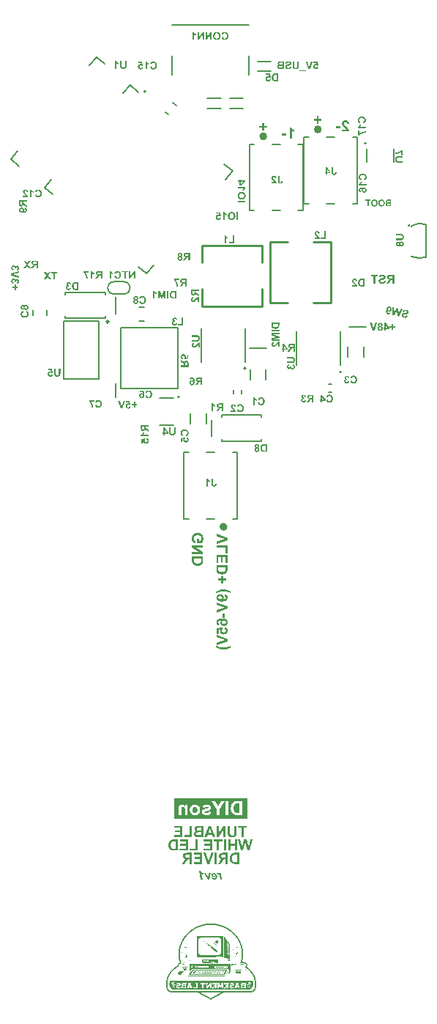
<source format=gbo>
G04*
G04 #@! TF.GenerationSoftware,Altium Limited,Altium Designer,21.9.2 (33)*
G04*
G04 Layer_Color=32896*
%FSLAX25Y25*%
%MOIN*%
G70*
G04*
G04 #@! TF.SameCoordinates,C6F11EFD-203B-4413-AD8B-19CE97DDEB68*
G04*
G04*
G04 #@! TF.FilePolarity,Positive*
G04*
G01*
G75*
%ADD10C,0.00787*%
%ADD19C,0.00600*%
%ADD22C,0.01000*%
%ADD74C,0.02000*%
%ADD118C,0.00984*%
%ADD119C,0.00591*%
%ADD120C,0.00500*%
G36*
X567Y-310364D02*
X1494D01*
Y-310415D01*
X2009D01*
Y-310467D01*
X2370D01*
Y-310518D01*
X2679D01*
Y-310570D01*
X2988D01*
Y-310622D01*
X3246D01*
Y-310673D01*
X3452D01*
Y-310724D01*
X3658D01*
Y-310776D01*
X3864D01*
Y-310828D01*
X4121D01*
Y-310879D01*
X4276D01*
Y-310931D01*
X4482D01*
Y-310982D01*
X4637D01*
Y-311034D01*
X4791D01*
Y-311085D01*
X4946D01*
Y-311137D01*
X5100D01*
Y-311188D01*
X5255D01*
Y-311240D01*
X5358D01*
Y-311291D01*
X5513D01*
Y-311343D01*
X5667D01*
Y-311394D01*
X5822D01*
Y-311446D01*
X5925D01*
Y-311497D01*
X6028D01*
Y-311549D01*
X6182D01*
Y-311600D01*
X6285D01*
Y-311652D01*
X6388D01*
Y-311703D01*
X6543D01*
Y-311755D01*
X6646D01*
Y-311806D01*
X6749D01*
Y-311858D01*
X6852D01*
Y-311910D01*
X6955D01*
Y-311961D01*
X7058D01*
Y-312013D01*
X7161D01*
Y-312064D01*
X7264D01*
Y-312116D01*
X7367D01*
Y-312167D01*
X7470D01*
Y-312219D01*
X7573D01*
Y-312270D01*
X7625D01*
Y-312322D01*
X7728D01*
Y-312373D01*
X7831D01*
Y-312425D01*
X7882D01*
Y-312476D01*
X7986D01*
Y-312528D01*
X8089D01*
Y-312579D01*
X8140D01*
Y-312631D01*
X8243D01*
Y-312682D01*
X8295D01*
Y-312734D01*
X8398D01*
Y-312785D01*
X8501D01*
Y-312837D01*
X8552D01*
Y-312888D01*
X8655D01*
Y-312940D01*
X8707D01*
Y-312991D01*
X8810D01*
Y-313043D01*
X8861D01*
Y-313094D01*
X8913D01*
Y-313146D01*
X9016D01*
Y-313197D01*
X9067D01*
Y-313249D01*
X9171D01*
Y-313300D01*
X9222D01*
Y-313352D01*
X9273D01*
Y-313404D01*
X9376D01*
Y-313455D01*
X9428D01*
Y-313507D01*
X9480D01*
Y-313558D01*
X9531D01*
Y-313610D01*
X9634D01*
Y-313661D01*
X9686D01*
Y-313713D01*
X9737D01*
Y-313764D01*
X9789D01*
Y-313816D01*
X9892D01*
Y-313867D01*
X9943D01*
Y-313919D01*
X9995D01*
Y-313970D01*
X10046D01*
Y-314022D01*
X10098D01*
Y-314073D01*
X10149D01*
Y-314125D01*
X10201D01*
Y-314176D01*
X10252D01*
Y-314228D01*
X10355D01*
Y-314279D01*
X10407D01*
Y-314331D01*
X10458D01*
Y-314382D01*
X10510D01*
Y-314434D01*
X10561D01*
Y-314485D01*
X10613D01*
Y-314537D01*
X10665D01*
Y-314588D01*
X10716D01*
Y-314640D01*
X10768D01*
Y-314691D01*
X10819D01*
Y-314743D01*
X10871D01*
Y-314794D01*
X10922D01*
Y-314846D01*
X10974D01*
Y-314898D01*
X11025D01*
Y-314949D01*
X11077D01*
Y-315001D01*
X11128D01*
Y-315052D01*
X11180D01*
Y-315155D01*
X11231D01*
Y-315207D01*
X11283D01*
Y-315258D01*
X11334D01*
Y-315310D01*
X11386D01*
Y-315361D01*
X11437D01*
Y-315413D01*
X11489D01*
Y-315464D01*
X11540D01*
Y-315516D01*
X11592D01*
Y-315619D01*
X11643D01*
Y-315670D01*
X11695D01*
Y-315722D01*
X11746D01*
Y-315773D01*
X11798D01*
Y-315877D01*
X11850D01*
Y-315928D01*
X11901D01*
Y-315980D01*
X11953D01*
Y-316083D01*
X12004D01*
Y-316134D01*
X12055D01*
Y-316186D01*
X12107D01*
Y-316237D01*
X12159D01*
Y-316340D01*
X12210D01*
Y-316392D01*
X12262D01*
Y-316443D01*
X12313D01*
Y-316546D01*
X12365D01*
Y-316598D01*
X12416D01*
Y-316701D01*
X12468D01*
Y-316752D01*
X12519D01*
Y-316855D01*
X12571D01*
Y-316907D01*
X12622D01*
Y-317010D01*
X12674D01*
Y-317061D01*
X12725D01*
Y-317164D01*
X12777D01*
Y-317216D01*
X12828D01*
Y-317319D01*
X12880D01*
Y-317371D01*
X12931D01*
Y-317474D01*
X12983D01*
Y-317577D01*
X13034D01*
Y-317628D01*
X13086D01*
Y-317731D01*
X13137D01*
Y-317834D01*
X13189D01*
Y-317937D01*
X13240D01*
Y-318040D01*
X13292D01*
Y-318143D01*
X13343D01*
Y-318195D01*
X13395D01*
Y-318298D01*
X13447D01*
Y-318401D01*
X13498D01*
Y-318504D01*
X13550D01*
Y-318607D01*
X13601D01*
Y-318710D01*
X13653D01*
Y-318865D01*
X13704D01*
Y-318968D01*
X13756D01*
Y-319071D01*
X13807D01*
Y-319174D01*
X13859D01*
Y-319277D01*
X13910D01*
Y-319431D01*
X13962D01*
Y-319534D01*
X14013D01*
Y-319689D01*
X14065D01*
Y-319843D01*
X14116D01*
Y-319998D01*
X14168D01*
Y-320153D01*
X14219D01*
Y-320307D01*
X14271D01*
Y-320462D01*
X14322D01*
Y-320668D01*
X14374D01*
Y-320822D01*
X14425D01*
Y-321028D01*
X14477D01*
Y-321234D01*
X14528D01*
Y-321492D01*
X14580D01*
Y-321750D01*
X14631D01*
Y-322007D01*
X14683D01*
Y-322316D01*
X14735D01*
Y-322728D01*
X14786D01*
Y-323295D01*
X14838D01*
Y-324841D01*
X14786D01*
Y-325511D01*
X14735D01*
Y-325923D01*
X14683D01*
Y-326283D01*
X14631D01*
Y-326541D01*
X14580D01*
Y-326799D01*
X14528D01*
Y-327056D01*
X14477D01*
Y-327211D01*
X14425D01*
Y-327417D01*
X14374D01*
Y-327623D01*
X14322D01*
Y-327777D01*
X14992D01*
Y-327829D01*
X15198D01*
Y-327881D01*
X15353D01*
Y-327932D01*
X15507D01*
Y-327983D01*
X15610D01*
Y-328035D01*
X15713D01*
Y-328087D01*
X15816D01*
Y-328138D01*
X15920D01*
Y-328190D01*
X16023D01*
Y-328241D01*
X16074D01*
Y-328293D01*
X16177D01*
Y-328344D01*
X16280D01*
Y-328396D01*
X16332D01*
Y-328447D01*
X16435D01*
Y-328499D01*
X16486D01*
Y-328550D01*
X16538D01*
Y-328602D01*
X16589D01*
Y-328653D01*
X16641D01*
Y-328705D01*
X16692D01*
Y-328756D01*
X16744D01*
Y-328808D01*
X16795D01*
Y-328911D01*
X16847D01*
Y-329323D01*
X16795D01*
Y-329426D01*
X16744D01*
Y-329529D01*
X16692D01*
Y-329632D01*
X16641D01*
Y-329684D01*
X16589D01*
Y-329787D01*
X16538D01*
Y-329890D01*
X16486D01*
Y-329941D01*
X16435D01*
Y-330044D01*
X16486D01*
Y-330096D01*
X16538D01*
Y-330147D01*
X16641D01*
Y-330199D01*
X16744D01*
Y-330250D01*
X16795D01*
Y-330302D01*
X16847D01*
Y-330353D01*
X16950D01*
Y-330405D01*
X17001D01*
Y-330456D01*
X17053D01*
Y-330508D01*
X17156D01*
Y-330559D01*
X17208D01*
Y-330611D01*
X17259D01*
Y-330662D01*
X17311D01*
Y-330714D01*
X17414D01*
Y-330766D01*
X17465D01*
Y-330817D01*
X17517D01*
Y-330869D01*
X17568D01*
Y-330920D01*
X17620D01*
Y-330972D01*
X17671D01*
Y-331023D01*
X17723D01*
Y-331075D01*
X17774D01*
Y-331126D01*
X17826D01*
Y-331178D01*
X17877D01*
Y-331229D01*
X17929D01*
Y-331281D01*
X17980D01*
Y-331332D01*
X18032D01*
Y-331384D01*
X18083D01*
Y-331435D01*
X18135D01*
Y-331487D01*
X18186D01*
Y-331538D01*
X18238D01*
Y-331590D01*
X18289D01*
Y-331641D01*
X18341D01*
Y-331693D01*
X18392D01*
Y-331744D01*
X18444D01*
Y-331796D01*
X18496D01*
Y-331899D01*
X18547D01*
Y-331950D01*
X18598D01*
Y-332002D01*
X18650D01*
Y-332053D01*
X18702D01*
Y-332105D01*
X18753D01*
Y-332208D01*
X18805D01*
Y-332260D01*
X18856D01*
Y-332311D01*
X18908D01*
Y-332414D01*
X18959D01*
Y-332466D01*
X19011D01*
Y-332517D01*
X19062D01*
Y-332620D01*
X19114D01*
Y-332672D01*
X19165D01*
Y-332723D01*
X19217D01*
Y-332826D01*
X19268D01*
Y-332878D01*
X19320D01*
Y-332981D01*
X19371D01*
Y-333032D01*
X19423D01*
Y-333136D01*
X19474D01*
Y-333187D01*
X19526D01*
Y-333290D01*
X19577D01*
Y-333393D01*
X19629D01*
Y-333445D01*
X19680D01*
Y-333548D01*
X19732D01*
Y-333651D01*
X19783D01*
Y-333754D01*
X19835D01*
Y-333857D01*
X19886D01*
Y-333960D01*
X19938D01*
Y-334063D01*
X19989D01*
Y-334166D01*
X20041D01*
Y-334269D01*
X20093D01*
Y-334372D01*
X20144D01*
Y-334526D01*
X20196D01*
Y-334630D01*
X20247D01*
Y-334784D01*
X20299D01*
Y-334939D01*
X20350D01*
Y-335093D01*
X20402D01*
Y-335248D01*
X20453D01*
Y-335402D01*
X20505D01*
Y-335660D01*
X20556D01*
Y-335917D01*
X20608D01*
Y-336278D01*
X20659D01*
Y-338390D01*
X20711D01*
Y-339318D01*
X20659D01*
Y-339730D01*
X20608D01*
Y-339936D01*
X20556D01*
Y-340091D01*
X20505D01*
Y-340245D01*
X20453D01*
Y-340348D01*
X20402D01*
Y-340451D01*
X20350D01*
Y-340554D01*
X20299D01*
Y-340657D01*
X20247D01*
Y-340709D01*
X20196D01*
Y-340760D01*
X20144D01*
Y-340863D01*
X20093D01*
Y-340915D01*
X20041D01*
Y-340966D01*
X19989D01*
Y-341018D01*
X19938D01*
Y-341070D01*
X19886D01*
Y-341121D01*
X19783D01*
Y-341173D01*
X19732D01*
Y-341224D01*
X19680D01*
Y-341276D01*
X19577D01*
Y-341327D01*
X19526D01*
Y-341379D01*
X19423D01*
Y-341430D01*
X19320D01*
Y-341482D01*
X19217D01*
Y-341533D01*
X19062D01*
Y-341585D01*
X18856D01*
Y-341636D01*
X18547D01*
Y-341688D01*
X17053D01*
Y-341636D01*
X16486D01*
Y-341688D01*
X6440D01*
Y-341636D01*
X6182D01*
Y-341688D01*
X6079D01*
Y-341739D01*
X5976D01*
Y-341791D01*
X5873D01*
Y-341842D01*
X5822D01*
Y-341894D01*
X5719D01*
Y-341945D01*
X5616D01*
Y-341997D01*
X5513D01*
Y-342048D01*
X5410D01*
Y-342100D01*
X5358D01*
Y-342151D01*
X5255D01*
Y-342203D01*
X5152D01*
Y-342254D01*
X5049D01*
Y-342306D01*
X4946D01*
Y-342357D01*
X4843D01*
Y-342409D01*
X4740D01*
Y-342460D01*
X4688D01*
Y-342512D01*
X4585D01*
Y-342564D01*
X4482D01*
Y-342615D01*
X4379D01*
Y-342667D01*
X4328D01*
Y-342718D01*
X4225D01*
Y-342770D01*
X4121D01*
Y-342821D01*
X4019D01*
Y-342873D01*
X3915D01*
Y-342924D01*
X3812D01*
Y-342976D01*
X3709D01*
Y-343027D01*
X3658D01*
Y-343079D01*
X3555D01*
Y-343130D01*
X3452D01*
Y-343182D01*
X3349D01*
Y-343233D01*
X3246D01*
Y-343285D01*
X3143D01*
Y-343336D01*
X3040D01*
Y-343388D01*
X2988D01*
Y-343439D01*
X2885D01*
Y-343491D01*
X2782D01*
Y-343542D01*
X2679D01*
Y-343594D01*
X2576D01*
Y-343645D01*
X2473D01*
Y-343697D01*
X2421D01*
Y-343748D01*
X2318D01*
Y-343800D01*
X2215D01*
Y-343851D01*
X2112D01*
Y-343903D01*
X2009D01*
Y-343954D01*
X1958D01*
Y-344006D01*
X1855D01*
Y-344058D01*
X1752D01*
Y-344109D01*
X1649D01*
Y-344161D01*
X1546D01*
Y-344212D01*
X1443D01*
Y-344264D01*
X1340D01*
Y-344315D01*
X1288D01*
Y-344367D01*
X1185D01*
Y-344418D01*
X1082D01*
Y-344470D01*
X979D01*
Y-344521D01*
X876D01*
Y-344573D01*
X773D01*
Y-344624D01*
X721D01*
Y-344676D01*
X618D01*
Y-344727D01*
X515D01*
Y-344779D01*
X412D01*
Y-344830D01*
X309D01*
Y-344882D01*
X206D01*
Y-344933D01*
X0D01*
Y-344882D01*
X-155D01*
Y-344830D01*
X-206D01*
Y-344779D01*
X-309D01*
Y-344727D01*
X-412D01*
Y-344676D01*
X-515D01*
Y-344624D01*
X-618D01*
Y-344573D01*
X-670D01*
Y-344521D01*
X-773D01*
Y-344470D01*
X-876D01*
Y-344418D01*
X-979D01*
Y-344367D01*
X-1082D01*
Y-344315D01*
X-1185D01*
Y-344264D01*
X-1237D01*
Y-344212D01*
X-1340D01*
Y-344161D01*
X-1443D01*
Y-344109D01*
X-1546D01*
Y-344058D01*
X-1649D01*
Y-344006D01*
X-1752D01*
Y-343954D01*
X-1855D01*
Y-343903D01*
X-1906D01*
Y-343851D01*
X-2009D01*
Y-343800D01*
X-2112D01*
Y-343748D01*
X-2215D01*
Y-343697D01*
X-2318D01*
Y-343645D01*
X-2421D01*
Y-343594D01*
X-2473D01*
Y-343542D01*
X-2576D01*
Y-343491D01*
X-2679D01*
Y-343439D01*
X-2782D01*
Y-343388D01*
X-2885D01*
Y-343336D01*
X-2988D01*
Y-343285D01*
X-3040D01*
Y-343233D01*
X-3143D01*
Y-343182D01*
X-3246D01*
Y-343130D01*
X-3349D01*
Y-343079D01*
X-3400D01*
Y-343027D01*
X-3503D01*
Y-342976D01*
X-3606D01*
Y-342924D01*
X-3709D01*
Y-342873D01*
X-3812D01*
Y-342821D01*
X-3915D01*
Y-342770D01*
X-3967D01*
Y-342718D01*
X-4070D01*
Y-342667D01*
X-4173D01*
Y-342615D01*
X-4276D01*
Y-342564D01*
X-4379D01*
Y-342512D01*
X-4482D01*
Y-342460D01*
X-4585D01*
Y-342409D01*
X-4637D01*
Y-342357D01*
X-4740D01*
Y-342306D01*
X-4843D01*
Y-342254D01*
X-4946D01*
Y-342203D01*
X-4997D01*
Y-342151D01*
X-5100D01*
Y-342100D01*
X-5204D01*
Y-342048D01*
X-5306D01*
Y-341997D01*
X-5358D01*
Y-341945D01*
X-5461D01*
Y-341894D01*
X-5564D01*
Y-341842D01*
X-5667D01*
Y-341791D01*
X-5770D01*
Y-341739D01*
X-5822D01*
Y-341688D01*
X-15250D01*
Y-341636D01*
X-17001D01*
Y-341688D01*
X-17877D01*
Y-341636D01*
X-18238D01*
Y-341585D01*
X-18444D01*
Y-341533D01*
X-18547D01*
Y-341482D01*
X-18702D01*
Y-341430D01*
X-18805D01*
Y-341379D01*
X-18908D01*
Y-341327D01*
X-18959D01*
Y-341276D01*
X-19062D01*
Y-341224D01*
X-19114D01*
Y-341173D01*
X-19217D01*
Y-341121D01*
X-19268D01*
Y-341070D01*
X-19320D01*
Y-341018D01*
X-19371D01*
Y-340966D01*
X-19423D01*
Y-340915D01*
X-19474D01*
Y-340863D01*
X-19526D01*
Y-340812D01*
X-19577D01*
Y-340709D01*
X-19629D01*
Y-340657D01*
X-19680D01*
Y-340606D01*
X-19732D01*
Y-340503D01*
X-19783D01*
Y-340400D01*
X-19835D01*
Y-340297D01*
X-19886D01*
Y-340142D01*
X-19938D01*
Y-340039D01*
X-19989D01*
Y-339833D01*
X-20041D01*
Y-339575D01*
X-20093D01*
Y-336484D01*
X-20041D01*
Y-336124D01*
X-19989D01*
Y-335814D01*
X-19938D01*
Y-335557D01*
X-19886D01*
Y-335299D01*
X-19835D01*
Y-335093D01*
X-19783D01*
Y-334939D01*
X-19732D01*
Y-334784D01*
X-19680D01*
Y-334681D01*
X-19629D01*
Y-334526D01*
X-19577D01*
Y-334423D01*
X-19526D01*
Y-334269D01*
X-19474D01*
Y-334166D01*
X-19423D01*
Y-334063D01*
X-19371D01*
Y-333960D01*
X-19320D01*
Y-333857D01*
X-19268D01*
Y-333754D01*
X-19217D01*
Y-333651D01*
X-19165D01*
Y-333548D01*
X-19114D01*
Y-333445D01*
X-19062D01*
Y-333393D01*
X-19011D01*
Y-333290D01*
X-18959D01*
Y-333187D01*
X-18908D01*
Y-333084D01*
X-18856D01*
Y-333032D01*
X-18805D01*
Y-332981D01*
X-18753D01*
Y-332878D01*
X-18702D01*
Y-332826D01*
X-18650D01*
Y-332723D01*
X-18598D01*
Y-332672D01*
X-18547D01*
Y-332569D01*
X-18496D01*
Y-332517D01*
X-18444D01*
Y-332466D01*
X-18392D01*
Y-332363D01*
X-18341D01*
Y-332311D01*
X-18289D01*
Y-332260D01*
X-18238D01*
Y-332157D01*
X-18186D01*
Y-332105D01*
X-18135D01*
Y-332053D01*
X-18083D01*
Y-332002D01*
X-18032D01*
Y-331899D01*
X-17980D01*
Y-331848D01*
X-17929D01*
Y-331796D01*
X-17877D01*
Y-331744D01*
X-17826D01*
Y-331693D01*
X-17774D01*
Y-331641D01*
X-17723D01*
Y-331590D01*
X-17671D01*
Y-331538D01*
X-17620D01*
Y-331487D01*
X-17568D01*
Y-331435D01*
X-17517D01*
Y-331384D01*
X-17465D01*
Y-331332D01*
X-17414D01*
Y-331229D01*
X-17362D01*
Y-331178D01*
X-17311D01*
Y-331126D01*
X-17259D01*
Y-331075D01*
X-17156D01*
Y-331023D01*
X-17104D01*
Y-330972D01*
X-17053D01*
Y-330920D01*
X-17001D01*
Y-330869D01*
X-16950D01*
Y-330817D01*
X-16898D01*
Y-330766D01*
X-16847D01*
Y-330714D01*
X-16795D01*
Y-330662D01*
X-16692D01*
Y-330611D01*
X-16641D01*
Y-330559D01*
X-16589D01*
Y-330508D01*
X-16538D01*
Y-330456D01*
X-16435D01*
Y-330405D01*
X-16383D01*
Y-330353D01*
X-16332D01*
Y-330302D01*
X-16229D01*
Y-330250D01*
X-16177D01*
Y-330199D01*
X-16126D01*
Y-330147D01*
X-16023D01*
Y-330096D01*
X-15971D01*
Y-330044D01*
X-15868D01*
Y-329993D01*
X-15816D01*
Y-329941D01*
X-15765D01*
Y-329890D01*
X-15662D01*
Y-329838D01*
X-15610D01*
Y-329787D01*
X-15507D01*
Y-329735D01*
X-15456D01*
Y-329684D01*
X-15353D01*
Y-329632D01*
X-15250D01*
Y-329581D01*
X-15198D01*
Y-329529D01*
X-15095D01*
Y-329478D01*
X-15044D01*
Y-329272D01*
X-14992D01*
Y-329169D01*
X-14941D01*
Y-329065D01*
X-14889D01*
Y-328962D01*
X-14838D01*
Y-328859D01*
X-14786D01*
Y-328808D01*
X-14735D01*
Y-328705D01*
X-14683D01*
Y-328653D01*
X-14631D01*
Y-328602D01*
X-14580D01*
Y-328550D01*
X-14528D01*
Y-328499D01*
X-14477D01*
Y-328447D01*
X-14425D01*
Y-328396D01*
X-14374D01*
Y-328344D01*
X-14322D01*
Y-328293D01*
X-14271D01*
Y-328241D01*
X-14168D01*
Y-328190D01*
X-14116D01*
Y-328138D01*
X-14065D01*
Y-328087D01*
X-13962D01*
Y-327983D01*
X-14013D01*
Y-327829D01*
X-14065D01*
Y-327674D01*
X-14116D01*
Y-327468D01*
X-14168D01*
Y-327262D01*
X-14219D01*
Y-327005D01*
X-14271D01*
Y-326850D01*
X-14322D01*
Y-326541D01*
X-14374D01*
Y-326283D01*
X-14425D01*
Y-325974D01*
X-14477D01*
Y-325614D01*
X-14528D01*
Y-324944D01*
X-14580D01*
Y-323347D01*
X-14528D01*
Y-322677D01*
X-14477D01*
Y-322316D01*
X-14425D01*
Y-322007D01*
X-14374D01*
Y-321750D01*
X-14322D01*
Y-321492D01*
X-14271D01*
Y-321286D01*
X-14219D01*
Y-321080D01*
X-14168D01*
Y-320874D01*
X-14116D01*
Y-320668D01*
X-14065D01*
Y-320513D01*
X-14013D01*
Y-320359D01*
X-13962D01*
Y-320204D01*
X-13910D01*
Y-320050D01*
X-13859D01*
Y-319895D01*
X-13807D01*
Y-319740D01*
X-13756D01*
Y-319637D01*
X-13704D01*
Y-319483D01*
X-13653D01*
Y-319380D01*
X-13601D01*
Y-319225D01*
X-13550D01*
Y-319122D01*
X-13498D01*
Y-319019D01*
X-13447D01*
Y-318916D01*
X-13395D01*
Y-318761D01*
X-13343D01*
Y-318658D01*
X-13292D01*
Y-318555D01*
X-13240D01*
Y-318452D01*
X-13189D01*
Y-318349D01*
X-13137D01*
Y-318246D01*
X-13086D01*
Y-318195D01*
X-13034D01*
Y-318092D01*
X-12983D01*
Y-317989D01*
X-12931D01*
Y-317886D01*
X-12880D01*
Y-317783D01*
X-12828D01*
Y-317731D01*
X-12777D01*
Y-317628D01*
X-12725D01*
Y-317525D01*
X-12674D01*
Y-317422D01*
X-12622D01*
Y-317371D01*
X-12571D01*
Y-317267D01*
X-12519D01*
Y-317216D01*
X-12468D01*
Y-317113D01*
X-12416D01*
Y-317061D01*
X-12365D01*
Y-316958D01*
X-12313D01*
Y-316907D01*
X-12262D01*
Y-316804D01*
X-12210D01*
Y-316752D01*
X-12159D01*
Y-316649D01*
X-12107D01*
Y-316598D01*
X-12055D01*
Y-316495D01*
X-12004D01*
Y-316443D01*
X-11953D01*
Y-316392D01*
X-11901D01*
Y-316289D01*
X-11850D01*
Y-316237D01*
X-11798D01*
Y-316186D01*
X-11746D01*
Y-316083D01*
X-11695D01*
Y-316031D01*
X-11643D01*
Y-315980D01*
X-11592D01*
Y-315877D01*
X-11540D01*
Y-315825D01*
X-11489D01*
Y-315773D01*
X-11437D01*
Y-315722D01*
X-11386D01*
Y-315670D01*
X-11334D01*
Y-315567D01*
X-11283D01*
Y-315516D01*
X-11231D01*
Y-315464D01*
X-11180D01*
Y-315413D01*
X-11128D01*
Y-315361D01*
X-11077D01*
Y-315310D01*
X-11025D01*
Y-315207D01*
X-10974D01*
Y-315155D01*
X-10922D01*
Y-315104D01*
X-10871D01*
Y-315052D01*
X-10819D01*
Y-315001D01*
X-10768D01*
Y-314949D01*
X-10716D01*
Y-314898D01*
X-10665D01*
Y-314846D01*
X-10613D01*
Y-314794D01*
X-10561D01*
Y-314743D01*
X-10510D01*
Y-314691D01*
X-10458D01*
Y-314640D01*
X-10407D01*
Y-314588D01*
X-10355D01*
Y-314537D01*
X-10304D01*
Y-314485D01*
X-10252D01*
Y-314434D01*
X-10201D01*
Y-314382D01*
X-10149D01*
Y-314331D01*
X-10098D01*
Y-314279D01*
X-10046D01*
Y-314228D01*
X-9995D01*
Y-314176D01*
X-9943D01*
Y-314125D01*
X-9840D01*
Y-314073D01*
X-9789D01*
Y-314022D01*
X-9737D01*
Y-313970D01*
X-9686D01*
Y-313919D01*
X-9634D01*
Y-313867D01*
X-9531D01*
Y-313816D01*
X-9480D01*
Y-313764D01*
X-9428D01*
Y-313713D01*
X-9376D01*
Y-313661D01*
X-9325D01*
Y-313610D01*
X-9222D01*
Y-313558D01*
X-9171D01*
Y-313507D01*
X-9119D01*
Y-313455D01*
X-9067D01*
Y-313404D01*
X-8964D01*
Y-313352D01*
X-8913D01*
Y-313300D01*
X-8861D01*
Y-313249D01*
X-8758D01*
Y-313197D01*
X-8707D01*
Y-313146D01*
X-8655D01*
Y-313094D01*
X-8552D01*
Y-313043D01*
X-8501D01*
Y-312991D01*
X-8398D01*
Y-312940D01*
X-8295D01*
Y-312888D01*
X-8243D01*
Y-312837D01*
X-8192D01*
Y-312785D01*
X-8089D01*
Y-312734D01*
X-8037D01*
Y-312682D01*
X-7934D01*
Y-312631D01*
X-7831D01*
Y-312579D01*
X-7779D01*
Y-312528D01*
X-7676D01*
Y-312476D01*
X-7573D01*
Y-312425D01*
X-7522D01*
Y-312373D01*
X-7419D01*
Y-312322D01*
X-7316D01*
Y-312270D01*
X-7213D01*
Y-312219D01*
X-7161D01*
Y-312167D01*
X-7058D01*
Y-312116D01*
X-6955D01*
Y-312064D01*
X-6852D01*
Y-312013D01*
X-6749D01*
Y-311961D01*
X-6646D01*
Y-311910D01*
X-6543D01*
Y-311858D01*
X-6440D01*
Y-311806D01*
X-6337D01*
Y-311755D01*
X-6234D01*
Y-311703D01*
X-6131D01*
Y-311652D01*
X-5976D01*
Y-311600D01*
X-5873D01*
Y-311549D01*
X-5770D01*
Y-311497D01*
X-5616D01*
Y-311446D01*
X-5513D01*
Y-311394D01*
X-5358D01*
Y-311343D01*
X-5255D01*
Y-311291D01*
X-5100D01*
Y-311240D01*
X-4946D01*
Y-311188D01*
X-4791D01*
Y-311137D01*
X-4637D01*
Y-311085D01*
X-4534D01*
Y-311034D01*
X-4379D01*
Y-310982D01*
X-4173D01*
Y-310931D01*
X-4019D01*
Y-310879D01*
X-3812D01*
Y-310828D01*
X-3658D01*
Y-310776D01*
X-3400D01*
Y-310724D01*
X-3194D01*
Y-310673D01*
X-2988D01*
Y-310622D01*
X-2730D01*
Y-310570D01*
X-2421D01*
Y-310518D01*
X-2112D01*
Y-310467D01*
X-1752D01*
Y-310415D01*
X-1288D01*
Y-310364D01*
X-464D01*
Y-310312D01*
X567D01*
Y-310364D01*
D02*
G37*
G36*
X6810Y-271036D02*
X5868D01*
Y-267738D01*
X3833Y-271036D01*
X2814D01*
Y-265998D01*
X3757D01*
Y-269373D01*
X5824Y-265998D01*
X6810D01*
Y-271036D01*
D02*
G37*
G36*
X11906Y-268688D02*
Y-268841D01*
X11903Y-268987D01*
X11896Y-269122D01*
X11892Y-269245D01*
X11885Y-269358D01*
X11874Y-269464D01*
X11866Y-269558D01*
X11856Y-269642D01*
X11848Y-269719D01*
X11841Y-269784D01*
X11830Y-269839D01*
X11823Y-269886D01*
X11815Y-269919D01*
X11812Y-269944D01*
X11808Y-269962D01*
Y-269966D01*
X11775Y-270075D01*
X11735Y-270177D01*
X11688Y-270272D01*
X11641Y-270356D01*
X11619Y-270392D01*
X11597Y-270428D01*
X11575Y-270457D01*
X11557Y-270479D01*
X11546Y-270501D01*
X11535Y-270516D01*
X11528Y-270523D01*
X11524Y-270527D01*
X11437Y-270621D01*
X11339Y-270705D01*
X11240Y-270781D01*
X11146Y-270843D01*
X11102Y-270869D01*
X11062Y-270894D01*
X11026Y-270912D01*
X10996Y-270931D01*
X10971Y-270942D01*
X10949Y-270953D01*
X10938Y-270956D01*
X10935Y-270960D01*
X10862Y-270989D01*
X10782Y-271014D01*
X10694Y-271036D01*
X10607Y-271054D01*
X10425Y-271083D01*
X10334Y-271094D01*
X10247Y-271102D01*
X10163Y-271109D01*
X10086Y-271116D01*
X10017Y-271120D01*
X9959D01*
X9908Y-271124D01*
X9839D01*
X9730Y-271120D01*
X9624Y-271116D01*
X9529Y-271109D01*
X9435Y-271098D01*
X9351Y-271087D01*
X9271Y-271076D01*
X9198Y-271062D01*
X9129Y-271047D01*
X9071Y-271033D01*
X9020Y-271018D01*
X8976Y-271007D01*
X8936Y-270996D01*
X8907Y-270985D01*
X8889Y-270978D01*
X8874Y-270971D01*
X8871D01*
X8801Y-270942D01*
X8740Y-270909D01*
X8678Y-270876D01*
X8623Y-270843D01*
X8569Y-270807D01*
X8521Y-270774D01*
X8478Y-270741D01*
X8438Y-270709D01*
X8401Y-270679D01*
X8368Y-270650D01*
X8343Y-270625D01*
X8321Y-270607D01*
X8303Y-270588D01*
X8292Y-270574D01*
X8285Y-270567D01*
X8281Y-270563D01*
X8205Y-270461D01*
X8139Y-270356D01*
X8088Y-270250D01*
X8044Y-270148D01*
X8026Y-270104D01*
X8012Y-270061D01*
X8001Y-270024D01*
X7993Y-269991D01*
X7982Y-269966D01*
X7979Y-269948D01*
X7975Y-269933D01*
Y-269930D01*
X7961Y-269853D01*
X7946Y-269766D01*
X7935Y-269671D01*
X7928Y-269573D01*
X7917Y-269467D01*
X7913Y-269358D01*
X7906Y-269253D01*
X7902Y-269147D01*
X7899Y-269049D01*
X7895Y-268954D01*
Y-268870D01*
X7891Y-268794D01*
Y-268765D01*
Y-268736D01*
Y-268710D01*
Y-268688D01*
Y-268670D01*
Y-268659D01*
Y-268652D01*
Y-268648D01*
Y-265998D01*
X8907D01*
Y-268787D01*
Y-268896D01*
X8911Y-268994D01*
Y-269089D01*
X8914Y-269173D01*
X8918Y-269253D01*
X8922Y-269322D01*
X8925Y-269384D01*
X8929Y-269442D01*
X8936Y-269489D01*
X8940Y-269533D01*
X8944Y-269566D01*
X8947Y-269595D01*
X8951Y-269617D01*
Y-269635D01*
X8954Y-269642D01*
Y-269646D01*
X8965Y-269693D01*
X8980Y-269737D01*
X9013Y-269820D01*
X9056Y-269893D01*
X9104Y-269959D01*
X9147Y-270010D01*
X9184Y-270046D01*
X9198Y-270061D01*
X9209Y-270072D01*
X9217Y-270075D01*
X9220Y-270079D01*
X9264Y-270108D01*
X9311Y-270137D01*
X9413Y-270181D01*
X9522Y-270210D01*
X9628Y-270232D01*
X9679Y-270239D01*
X9722Y-270243D01*
X9766Y-270250D01*
X9799D01*
X9832Y-270254D01*
X9872D01*
X9948Y-270250D01*
X10025Y-270246D01*
X10090Y-270235D01*
X10156Y-270224D01*
X10217Y-270210D01*
X10272Y-270195D01*
X10323Y-270177D01*
X10367Y-270159D01*
X10410Y-270144D01*
X10443Y-270126D01*
X10476Y-270112D01*
X10501Y-270097D01*
X10520Y-270086D01*
X10534Y-270075D01*
X10541Y-270072D01*
X10545Y-270068D01*
X10589Y-270032D01*
X10629Y-269991D01*
X10665Y-269952D01*
X10698Y-269911D01*
X10749Y-269831D01*
X10793Y-269751D01*
X10822Y-269682D01*
X10833Y-269649D01*
X10840Y-269624D01*
X10847Y-269602D01*
X10851Y-269587D01*
X10854Y-269577D01*
Y-269573D01*
X10862Y-269533D01*
X10865Y-269482D01*
X10873Y-269424D01*
X10876Y-269358D01*
X10880Y-269293D01*
X10884Y-269220D01*
X10887Y-269078D01*
Y-269009D01*
Y-268943D01*
X10891Y-268885D01*
Y-268834D01*
Y-268790D01*
Y-268758D01*
Y-268736D01*
Y-268728D01*
Y-265998D01*
X11906D01*
Y-268688D01*
D02*
G37*
G36*
X16555Y-266850D02*
X15059D01*
Y-271036D01*
X14043D01*
Y-266850D01*
X12551D01*
Y-265998D01*
X16555D01*
Y-266850D01*
D02*
G37*
G36*
X2249Y-271036D02*
X1172D01*
X757Y-269893D01*
X-1259D01*
X-1696Y-271036D01*
X-2803Y-271036D01*
X-786Y-265998D01*
X295D01*
X2249Y-271036D01*
D02*
G37*
G36*
X-3349Y-271036D02*
X-5314D01*
X-5391Y-271033D01*
X-5536D01*
X-5602Y-271029D01*
X-5664D01*
X-5777Y-271025D01*
X-5875D01*
X-5962Y-271022D01*
X-6039Y-271018D01*
X-6104Y-271014D01*
X-6155D01*
X-6199Y-271011D01*
X-6232Y-271007D01*
X-6257D01*
X-6275Y-271003D01*
X-6286D01*
X-6432Y-270982D01*
X-6501Y-270967D01*
X-6567Y-270949D01*
X-6625Y-270931D01*
X-6683Y-270909D01*
X-6734Y-270891D01*
X-6781Y-270869D01*
X-6825Y-270851D01*
X-6861Y-270829D01*
X-6894Y-270814D01*
X-6920Y-270796D01*
X-6942Y-270785D01*
X-6960Y-270774D01*
X-6967Y-270771D01*
X-6971Y-270767D01*
X-7069Y-270687D01*
X-7156Y-270603D01*
X-7229Y-270516D01*
X-7295Y-270432D01*
X-7342Y-270359D01*
X-7364Y-270326D01*
X-7378Y-270301D01*
X-7389Y-270279D01*
X-7400Y-270261D01*
X-7407Y-270250D01*
Y-270246D01*
X-7436Y-270184D01*
X-7462Y-270123D01*
X-7498Y-270002D01*
X-7527Y-269890D01*
X-7538Y-269839D01*
X-7549Y-269788D01*
X-7553Y-269744D01*
X-7560Y-269700D01*
X-7564Y-269668D01*
Y-269635D01*
X-7568Y-269609D01*
Y-269591D01*
Y-269580D01*
Y-269577D01*
X-7564Y-269496D01*
X-7557Y-269420D01*
X-7546Y-269344D01*
X-7527Y-269274D01*
X-7509Y-269205D01*
X-7491Y-269143D01*
X-7466Y-269085D01*
X-7444Y-269031D01*
X-7422Y-268983D01*
X-7400Y-268940D01*
X-7378Y-268903D01*
X-7360Y-268874D01*
X-7342Y-268849D01*
X-7331Y-268830D01*
X-7324Y-268819D01*
X-7320Y-268816D01*
X-7273Y-268758D01*
X-7218Y-268703D01*
X-7164Y-268652D01*
X-7105Y-268608D01*
X-7047Y-268568D01*
X-6989Y-268528D01*
X-6931Y-268495D01*
X-6876Y-268466D01*
X-6821Y-268441D01*
X-6770Y-268419D01*
X-6727Y-268401D01*
X-6690Y-268386D01*
X-6658Y-268375D01*
X-6636Y-268368D01*
X-6617Y-268361D01*
X-6614D01*
X-6730Y-268299D01*
X-6832Y-268230D01*
X-6920Y-268153D01*
X-6956Y-268117D01*
X-6992Y-268084D01*
X-7022Y-268048D01*
X-7051Y-268019D01*
X-7073Y-267989D01*
X-7094Y-267964D01*
X-7109Y-267946D01*
X-7120Y-267931D01*
X-7124Y-267920D01*
X-7127Y-267917D01*
X-7160Y-267862D01*
X-7193Y-267804D01*
X-7218Y-267746D01*
X-7240Y-267691D01*
X-7273Y-267582D01*
X-7295Y-267484D01*
X-7305Y-267436D01*
X-7309Y-267396D01*
X-7313Y-267360D01*
X-7316Y-267327D01*
X-7320Y-267302D01*
Y-267283D01*
Y-267272D01*
Y-267269D01*
Y-267207D01*
X-7313Y-267149D01*
X-7295Y-267039D01*
X-7269Y-266938D01*
X-7258Y-266894D01*
X-7244Y-266850D01*
X-7229Y-266814D01*
X-7215Y-266777D01*
X-7200Y-266748D01*
X-7189Y-266726D01*
X-7178Y-266705D01*
X-7171Y-266690D01*
X-7167Y-266683D01*
X-7164Y-266679D01*
X-7102Y-266584D01*
X-7040Y-266504D01*
X-6974Y-266432D01*
X-6912Y-266370D01*
X-6858Y-266322D01*
X-6818Y-266290D01*
X-6799Y-266275D01*
X-6789Y-266268D01*
X-6781Y-266261D01*
X-6778D01*
X-6687Y-266206D01*
X-6596Y-266159D01*
X-6508Y-266122D01*
X-6428Y-266093D01*
X-6388Y-266082D01*
X-6355Y-266075D01*
X-6326Y-266068D01*
X-6301Y-266060D01*
X-6279Y-266057D01*
X-6264Y-266053D01*
X-6254Y-266049D01*
X-6250D01*
X-6192Y-266042D01*
X-6130Y-266031D01*
X-6061Y-266024D01*
X-5988Y-266020D01*
X-5842Y-266009D01*
X-5697Y-266006D01*
X-5627Y-266002D01*
X-5566D01*
X-5511Y-265998D01*
X-3349D01*
Y-271036D01*
D02*
G37*
G36*
X-8452D02*
X-11997D01*
Y-270184D01*
X-9468D01*
Y-266042D01*
X-8452D01*
Y-271036D01*
D02*
G37*
G36*
X-12725D02*
X-16555D01*
Y-270184D01*
X-13741D01*
Y-268819D01*
X-16271D01*
Y-267968D01*
X-13741D01*
Y-266850D01*
X-16460D01*
Y-265998D01*
X-12725D01*
Y-271036D01*
D02*
G37*
G36*
X12028Y-277169D02*
X11013D01*
Y-274967D01*
X9018D01*
Y-277169D01*
X8003D01*
Y-272131D01*
X9018D01*
Y-274115D01*
X11013D01*
Y-272131D01*
X12028D01*
Y-277169D01*
D02*
G37*
G36*
X17962D02*
X16855D01*
X15858Y-273405D01*
X14857Y-277169D01*
X13776D01*
X12552Y-272131D01*
X13579D01*
X14351Y-275651D01*
X15232Y-272131D01*
X16444D01*
X17361Y-275593D01*
X18118Y-272131D01*
X19159D01*
X17962Y-277169D01*
D02*
G37*
G36*
X6983D02*
X5968D01*
Y-272131D01*
X6983D01*
Y-277169D01*
D02*
G37*
G36*
X5353Y-272983D02*
X3857D01*
Y-277169D01*
X2841D01*
Y-272983D01*
X1349D01*
Y-272131D01*
X5353D01*
Y-272983D01*
D02*
G37*
G36*
X697Y-277169D02*
X-3132Y-277169D01*
Y-276317D01*
X-319Y-276317D01*
Y-274952D01*
X-2848Y-274952D01*
Y-274100D01*
X-319Y-274100D01*
Y-272983D01*
X-3038Y-272983D01*
Y-272131D01*
X697Y-272131D01*
Y-277169D01*
D02*
G37*
G36*
X-5975Y-277169D02*
X-9520D01*
Y-276317D01*
X-6991D01*
Y-272175D01*
X-5975D01*
Y-277169D01*
D02*
G37*
G36*
X-10248D02*
X-14078D01*
Y-276317D01*
X-11264D01*
Y-274952D01*
X-13794D01*
Y-274100D01*
X-11264D01*
Y-272983D01*
X-13983D01*
Y-272131D01*
X-10248D01*
Y-277169D01*
D02*
G37*
G36*
X-14937D02*
X-16950D01*
X-17048Y-277165D01*
X-17139Y-277158D01*
X-17226Y-277151D01*
X-17306Y-277143D01*
X-17383Y-277136D01*
X-17448Y-277125D01*
X-17510Y-277114D01*
X-17565Y-277107D01*
X-17612Y-277096D01*
X-17656Y-277089D01*
X-17689Y-277078D01*
X-17714Y-277074D01*
X-17736Y-277067D01*
X-17747Y-277063D01*
X-17751D01*
X-17834Y-277034D01*
X-17911Y-277005D01*
X-17983Y-276972D01*
X-18053Y-276940D01*
X-18114Y-276907D01*
X-18173Y-276874D01*
X-18227Y-276841D01*
X-18275Y-276809D01*
X-18318Y-276779D01*
X-18355Y-276750D01*
X-18387Y-276728D01*
X-18417Y-276707D01*
X-18435Y-276688D01*
X-18453Y-276674D01*
X-18460Y-276667D01*
X-18464Y-276663D01*
X-18529Y-276597D01*
X-18588Y-276525D01*
X-18642Y-276452D01*
X-18697Y-276379D01*
X-18744Y-276303D01*
X-18788Y-276230D01*
X-18828Y-276157D01*
X-18864Y-276088D01*
X-18897Y-276022D01*
X-18926Y-275964D01*
X-18948Y-275909D01*
X-18966Y-275862D01*
X-18984Y-275826D01*
X-18995Y-275797D01*
X-18999Y-275778D01*
X-19003Y-275771D01*
X-19032Y-275684D01*
X-19054Y-275596D01*
X-19094Y-275414D01*
X-19123Y-275236D01*
X-19130Y-275149D01*
X-19141Y-275069D01*
X-19145Y-274992D01*
X-19152Y-274923D01*
X-19155Y-274857D01*
Y-274806D01*
X-19159Y-274763D01*
Y-274730D01*
Y-274708D01*
Y-274701D01*
Y-274570D01*
X-19152Y-274446D01*
X-19145Y-274326D01*
X-19134Y-274217D01*
X-19119Y-274111D01*
X-19105Y-274013D01*
X-19090Y-273922D01*
X-19075Y-273838D01*
X-19061Y-273765D01*
X-19046Y-273700D01*
X-19032Y-273645D01*
X-19017Y-273598D01*
X-19006Y-273558D01*
X-18999Y-273533D01*
X-18995Y-273514D01*
X-18992Y-273511D01*
X-18959Y-273423D01*
X-18923Y-273336D01*
X-18886Y-273256D01*
X-18846Y-273179D01*
X-18806Y-273107D01*
X-18766Y-273041D01*
X-18730Y-272979D01*
X-18690Y-272921D01*
X-18653Y-272870D01*
X-18620Y-272826D01*
X-18591Y-272786D01*
X-18562Y-272754D01*
X-18540Y-272728D01*
X-18526Y-272710D01*
X-18515Y-272699D01*
X-18511Y-272695D01*
X-18449Y-272633D01*
X-18387Y-272579D01*
X-18322Y-272528D01*
X-18260Y-272481D01*
X-18194Y-272441D01*
X-18133Y-272400D01*
X-18071Y-272368D01*
X-18012Y-272335D01*
X-17958Y-272309D01*
X-17907Y-272288D01*
X-17863Y-272269D01*
X-17823Y-272255D01*
X-17794Y-272244D01*
X-17769Y-272237D01*
X-17754Y-272229D01*
X-17751D01*
X-17685Y-272211D01*
X-17616Y-272197D01*
X-17539Y-272182D01*
X-17463Y-272171D01*
X-17303Y-272157D01*
X-17226Y-272149D01*
X-17150Y-272142D01*
X-17077Y-272138D01*
X-17011Y-272135D01*
X-16950D01*
X-16895Y-272131D01*
X-14937D01*
Y-277169D01*
D02*
G37*
G36*
X-390Y-283214D02*
X-1485D01*
X-3280Y-278176D01*
X-2199Y-278176D01*
X-968Y-281904D01*
X309Y-278176D01*
X1409D01*
X-390Y-283214D01*
D02*
G37*
G36*
X13017D02*
X11004D01*
X10905Y-283210D01*
X10814Y-283203D01*
X10727Y-283196D01*
X10647Y-283189D01*
X10571Y-283181D01*
X10505Y-283171D01*
X10443Y-283160D01*
X10389Y-283152D01*
X10341Y-283141D01*
X10298Y-283134D01*
X10265Y-283123D01*
X10239Y-283120D01*
X10217Y-283112D01*
X10207Y-283109D01*
X10203D01*
X10119Y-283080D01*
X10043Y-283050D01*
X9970Y-283018D01*
X9901Y-282985D01*
X9839Y-282952D01*
X9781Y-282919D01*
X9726Y-282887D01*
X9679Y-282854D01*
X9635Y-282825D01*
X9599Y-282796D01*
X9566Y-282774D01*
X9537Y-282752D01*
X9519Y-282734D01*
X9500Y-282719D01*
X9493Y-282712D01*
X9489Y-282708D01*
X9424Y-282643D01*
X9366Y-282570D01*
X9311Y-282497D01*
X9257Y-282424D01*
X9209Y-282348D01*
X9166Y-282275D01*
X9126Y-282202D01*
X9089Y-282133D01*
X9056Y-282068D01*
X9027Y-282009D01*
X9005Y-281955D01*
X8987Y-281907D01*
X8969Y-281871D01*
X8958Y-281842D01*
X8954Y-281824D01*
X8951Y-281816D01*
X8922Y-281729D01*
X8900Y-281642D01*
X8860Y-281460D01*
X8831Y-281281D01*
X8823Y-281194D01*
X8812Y-281114D01*
X8809Y-281037D01*
X8801Y-280968D01*
X8798Y-280903D01*
Y-280852D01*
X8794Y-280808D01*
Y-280775D01*
Y-280753D01*
Y-280746D01*
Y-280615D01*
X8801Y-280491D01*
X8809Y-280371D01*
X8820Y-280262D01*
X8834Y-280157D01*
X8849Y-280058D01*
X8863Y-279967D01*
X8878Y-279884D01*
X8892Y-279811D01*
X8907Y-279745D01*
X8922Y-279691D01*
X8936Y-279643D01*
X8947Y-279603D01*
X8954Y-279578D01*
X8958Y-279560D01*
X8962Y-279556D01*
X8994Y-279469D01*
X9031Y-279381D01*
X9067Y-279301D01*
X9107Y-279225D01*
X9147Y-279152D01*
X9187Y-279086D01*
X9224Y-279025D01*
X9264Y-278966D01*
X9300Y-278915D01*
X9333Y-278872D01*
X9362Y-278832D01*
X9391Y-278799D01*
X9413Y-278773D01*
X9428Y-278755D01*
X9438Y-278744D01*
X9442Y-278741D01*
X9504Y-278679D01*
X9566Y-278624D01*
X9631Y-278573D01*
X9693Y-278526D01*
X9759Y-278486D01*
X9821Y-278446D01*
X9883Y-278413D01*
X9941Y-278380D01*
X9995Y-278355D01*
X10046Y-278333D01*
X10090Y-278315D01*
X10130Y-278300D01*
X10159Y-278289D01*
X10185Y-278282D01*
X10199Y-278275D01*
X10203D01*
X10268Y-278257D01*
X10338Y-278242D01*
X10414Y-278227D01*
X10491Y-278216D01*
X10651Y-278202D01*
X10727Y-278195D01*
X10803Y-278187D01*
X10876Y-278184D01*
X10942Y-278180D01*
X11004D01*
X11058Y-278176D01*
X13017D01*
Y-283214D01*
D02*
G37*
G36*
X7928D02*
X6912D01*
Y-281110D01*
X6647D01*
X6585Y-281114D01*
X6530D01*
X6483Y-281118D01*
X6436Y-281125D01*
X6392Y-281129D01*
X6355Y-281132D01*
X6323Y-281139D01*
X6294Y-281143D01*
X6268Y-281150D01*
X6246Y-281154D01*
X6228Y-281158D01*
X6217Y-281161D01*
X6206Y-281165D01*
X6199Y-281169D01*
X6137Y-281194D01*
X6082Y-281227D01*
X6032Y-281259D01*
X5984Y-281296D01*
X5948Y-281329D01*
X5919Y-281354D01*
X5900Y-281372D01*
X5893Y-281380D01*
X5864Y-281412D01*
X5828Y-281456D01*
X5788Y-281503D01*
X5748Y-281558D01*
X5704Y-281620D01*
X5660Y-281682D01*
X5569Y-281805D01*
X5525Y-281867D01*
X5486Y-281926D01*
X5449Y-281977D01*
X5416Y-282024D01*
X5391Y-282064D01*
X5373Y-282093D01*
X5358Y-282111D01*
X5354Y-282119D01*
X4623Y-283214D01*
X3403D01*
X4019Y-282231D01*
X4084Y-282126D01*
X4150Y-282028D01*
X4208Y-281940D01*
X4262Y-281856D01*
X4313Y-281784D01*
X4361Y-281715D01*
X4404Y-281656D01*
X4444Y-281605D01*
X4481Y-281558D01*
X4510Y-281518D01*
X4535Y-281485D01*
X4557Y-281460D01*
X4575Y-281441D01*
X4586Y-281427D01*
X4594Y-281420D01*
X4597Y-281416D01*
X4681Y-281332D01*
X4772Y-281252D01*
X4863Y-281179D01*
X4950Y-281114D01*
X4990Y-281088D01*
X5027Y-281063D01*
X5060Y-281041D01*
X5089Y-281023D01*
X5111Y-281008D01*
X5129Y-280997D01*
X5140Y-280994D01*
X5143Y-280990D01*
X5023Y-280968D01*
X4910Y-280943D01*
X4805Y-280914D01*
X4707Y-280877D01*
X4615Y-280841D01*
X4535Y-280801D01*
X4463Y-280764D01*
X4394Y-280724D01*
X4335Y-280684D01*
X4284Y-280648D01*
X4244Y-280615D01*
X4208Y-280586D01*
X4182Y-280561D01*
X4160Y-280542D01*
X4150Y-280532D01*
X4146Y-280528D01*
X4088Y-280455D01*
X4037Y-280382D01*
X3989Y-280302D01*
X3953Y-280226D01*
X3920Y-280146D01*
X3891Y-280069D01*
X3869Y-279993D01*
X3851Y-279920D01*
X3840Y-279851D01*
X3829Y-279789D01*
X3822Y-279731D01*
X3815Y-279683D01*
Y-279643D01*
X3811Y-279614D01*
Y-279596D01*
Y-279589D01*
X3815Y-279505D01*
X3822Y-279429D01*
X3833Y-279352D01*
X3844Y-279279D01*
X3862Y-279210D01*
X3880Y-279145D01*
X3902Y-279083D01*
X3920Y-279028D01*
X3942Y-278977D01*
X3964Y-278930D01*
X3982Y-278893D01*
X3997Y-278861D01*
X4011Y-278835D01*
X4022Y-278813D01*
X4030Y-278802D01*
X4033Y-278799D01*
X4077Y-278737D01*
X4121Y-278679D01*
X4168Y-278624D01*
X4215Y-278577D01*
X4266Y-278533D01*
X4313Y-278493D01*
X4361Y-278457D01*
X4408Y-278424D01*
X4452Y-278398D01*
X4492Y-278377D01*
X4528Y-278355D01*
X4557Y-278340D01*
X4583Y-278329D01*
X4605Y-278322D01*
X4615Y-278315D01*
X4619D01*
X4692Y-278289D01*
X4776Y-278267D01*
X4863Y-278249D01*
X4954Y-278235D01*
X5151Y-278209D01*
X5245Y-278202D01*
X5340Y-278195D01*
X5431Y-278187D01*
X5515Y-278184D01*
X5591Y-278180D01*
X5660D01*
X5715Y-278176D01*
X7928D01*
Y-283214D01*
D02*
G37*
G36*
X2883D02*
X1867D01*
Y-278176D01*
X2883D01*
Y-283214D01*
D02*
G37*
G36*
X-3796Y-283214D02*
X-7626D01*
Y-282362D01*
X-4812D01*
Y-280997D01*
X-7342D01*
Y-280146D01*
X-4812D01*
Y-279028D01*
X-7531D01*
Y-278176D01*
X-3796D01*
Y-283214D01*
D02*
G37*
G36*
X-8492D02*
X-9508D01*
Y-281110D01*
X-9773D01*
X-9835Y-281114D01*
X-9890D01*
X-9937Y-281118D01*
X-9984Y-281125D01*
X-10028Y-281129D01*
X-10065Y-281132D01*
X-10097Y-281139D01*
X-10126Y-281143D01*
X-10152Y-281150D01*
X-10174Y-281154D01*
X-10192Y-281158D01*
X-10203Y-281161D01*
X-10214Y-281165D01*
X-10221Y-281169D01*
X-10283Y-281194D01*
X-10338Y-281227D01*
X-10389Y-281259D01*
X-10436Y-281296D01*
X-10472Y-281329D01*
X-10501Y-281354D01*
X-10520Y-281372D01*
X-10527Y-281380D01*
X-10556Y-281412D01*
X-10592Y-281456D01*
X-10632Y-281503D01*
X-10672Y-281558D01*
X-10716Y-281620D01*
X-10760Y-281682D01*
X-10851Y-281805D01*
X-10894Y-281867D01*
X-10935Y-281926D01*
X-10971Y-281977D01*
X-11004Y-282024D01*
X-11029Y-282064D01*
X-11047Y-282093D01*
X-11062Y-282111D01*
X-11066Y-282119D01*
X-11797Y-283214D01*
X-13017D01*
X-12402Y-282231D01*
X-12336Y-282126D01*
X-12270Y-282028D01*
X-12212Y-281940D01*
X-12158Y-281856D01*
X-12107Y-281784D01*
X-12059Y-281715D01*
X-12016Y-281656D01*
X-11976Y-281605D01*
X-11939Y-281558D01*
X-11910Y-281518D01*
X-11885Y-281485D01*
X-11863Y-281460D01*
X-11845Y-281441D01*
X-11834Y-281427D01*
X-11826Y-281420D01*
X-11823Y-281416D01*
X-11739Y-281332D01*
X-11648Y-281252D01*
X-11557Y-281179D01*
X-11470Y-281114D01*
X-11430Y-281088D01*
X-11393Y-281063D01*
X-11360Y-281041D01*
X-11331Y-281023D01*
X-11310Y-281008D01*
X-11291Y-280997D01*
X-11280Y-280994D01*
X-11277Y-280990D01*
X-11397Y-280968D01*
X-11510Y-280943D01*
X-11615Y-280914D01*
X-11714Y-280877D01*
X-11805Y-280841D01*
X-11885Y-280801D01*
X-11957Y-280765D01*
X-12027Y-280724D01*
X-12085Y-280684D01*
X-12136Y-280648D01*
X-12176Y-280615D01*
X-12212Y-280586D01*
X-12238Y-280561D01*
X-12259Y-280542D01*
X-12270Y-280532D01*
X-12274Y-280528D01*
X-12332Y-280455D01*
X-12383Y-280382D01*
X-12431Y-280302D01*
X-12467Y-280226D01*
X-12500Y-280146D01*
X-12529Y-280069D01*
X-12551Y-279993D01*
X-12569Y-279920D01*
X-12580Y-279851D01*
X-12591Y-279789D01*
X-12598Y-279731D01*
X-12605Y-279683D01*
Y-279643D01*
X-12609Y-279614D01*
Y-279596D01*
Y-279589D01*
X-12605Y-279505D01*
X-12598Y-279429D01*
X-12587Y-279352D01*
X-12576Y-279279D01*
X-12558Y-279210D01*
X-12540Y-279145D01*
X-12518Y-279083D01*
X-12500Y-279028D01*
X-12478Y-278977D01*
X-12456Y-278930D01*
X-12438Y-278893D01*
X-12423Y-278861D01*
X-12409Y-278835D01*
X-12398Y-278813D01*
X-12391Y-278802D01*
X-12387Y-278799D01*
X-12343Y-278737D01*
X-12300Y-278679D01*
X-12252Y-278624D01*
X-12205Y-278577D01*
X-12154Y-278533D01*
X-12107Y-278493D01*
X-12059Y-278457D01*
X-12012Y-278424D01*
X-11968Y-278398D01*
X-11928Y-278377D01*
X-11892Y-278355D01*
X-11863Y-278340D01*
X-11837Y-278329D01*
X-11815Y-278322D01*
X-11805Y-278315D01*
X-11801D01*
X-11728Y-278289D01*
X-11644Y-278267D01*
X-11557Y-278249D01*
X-11466Y-278235D01*
X-11269Y-278209D01*
X-11175Y-278202D01*
X-11080Y-278195D01*
X-10989Y-278187D01*
X-10905Y-278184D01*
X-10829Y-278180D01*
X-10760D01*
X-10705Y-278176D01*
X-8492D01*
Y-283214D01*
D02*
G37*
G36*
X-4670Y-286524D02*
X-4561Y-286622D01*
X-4443Y-286718D01*
X-4323Y-286808D01*
X-4197Y-286892D01*
X-4075Y-286971D01*
X-3954Y-287045D01*
X-3840Y-287113D01*
X-3728Y-287176D01*
X-3627Y-287231D01*
X-3578Y-287255D01*
X-3534Y-287277D01*
X-3493Y-287299D01*
X-3455Y-287318D01*
X-3419Y-287334D01*
X-3389Y-287351D01*
X-3362Y-287362D01*
X-3337Y-287373D01*
X-3321Y-287381D01*
X-3307Y-287386D01*
X-3299Y-287392D01*
X-3297D01*
X-3157Y-288053D01*
X-3247Y-288031D01*
X-3343Y-288006D01*
X-3433Y-287976D01*
X-3474Y-287962D01*
X-3515Y-287949D01*
X-3553Y-287935D01*
X-3589Y-287922D01*
X-3619Y-287911D01*
X-3643Y-287900D01*
X-3665Y-287892D01*
X-3681Y-287886D01*
X-3692Y-287880D01*
X-3695D01*
X-3804Y-287831D01*
X-3905Y-287785D01*
X-3954Y-287760D01*
X-3998Y-287739D01*
X-4039Y-287717D01*
X-4077Y-287695D01*
X-4110Y-287676D01*
X-4140Y-287659D01*
X-4167Y-287643D01*
X-4189Y-287629D01*
X-4206Y-287618D01*
X-4219Y-287610D01*
X-4227Y-287608D01*
X-4230Y-287605D01*
X-3684Y-290220D01*
X-4427D01*
X-5221Y-286420D01*
X-4773D01*
X-4670Y-286524D01*
D02*
G37*
G36*
X-539Y-290220D02*
X-1175D01*
X-2860Y-287482D01*
X-2060Y-287482D01*
X-1380Y-288639D01*
X-1372Y-288653D01*
X-1364Y-288672D01*
X-1350Y-288694D01*
X-1336Y-288719D01*
X-1306Y-288776D01*
X-1274Y-288839D01*
X-1241Y-288896D01*
X-1227Y-288921D01*
X-1213Y-288945D01*
X-1203Y-288964D01*
X-1197Y-288978D01*
X-1192Y-288989D01*
X-1189Y-288992D01*
X-1162Y-289043D01*
X-1137Y-289090D01*
X-1113Y-289128D01*
X-1093Y-289166D01*
X-1077Y-289196D01*
X-1061Y-289224D01*
X-1050Y-289246D01*
X-1039Y-289265D01*
X-1031Y-289281D01*
X-1022Y-289295D01*
X-1017Y-289303D01*
X-1012Y-289311D01*
X-1009Y-289319D01*
X-1006Y-289322D01*
X-1003Y-289289D01*
X-998Y-289248D01*
X-990Y-289205D01*
X-984Y-289156D01*
X-976Y-289104D01*
X-968Y-289049D01*
X-951Y-288940D01*
X-943Y-288888D01*
X-935Y-288839D01*
X-927Y-288795D01*
X-921Y-288757D01*
X-916Y-288724D01*
X-910Y-288700D01*
X-908Y-288683D01*
Y-288678D01*
X-719Y-287482D01*
X7D01*
X-539Y-290220D01*
D02*
G37*
G36*
X1582Y-287422D02*
X1653Y-287425D01*
X1721Y-287433D01*
X1787Y-287444D01*
X1912Y-287474D01*
X2030Y-287512D01*
X2139Y-287558D01*
X2237Y-287608D01*
X2330Y-287662D01*
X2409Y-287717D01*
X2483Y-287771D01*
X2546Y-287826D01*
X2598Y-287875D01*
X2641Y-287922D01*
X2677Y-287960D01*
X2701Y-287990D01*
X2709Y-288001D01*
X2715Y-288009D01*
X2720Y-288012D01*
Y-288014D01*
X2775Y-288096D01*
X2824Y-288184D01*
X2865Y-288268D01*
X2901Y-288356D01*
X2931Y-288440D01*
X2955Y-288522D01*
X2977Y-288601D01*
X2993Y-288678D01*
X3004Y-288749D01*
X3015Y-288811D01*
X3021Y-288869D01*
X3026Y-288918D01*
X3029Y-288959D01*
X3032Y-288975D01*
Y-288989D01*
Y-289000D01*
Y-289008D01*
Y-289011D01*
Y-289014D01*
X3029Y-289120D01*
X3018Y-289218D01*
X2999Y-289314D01*
X2977Y-289401D01*
X2953Y-289483D01*
X2922Y-289560D01*
X2892Y-289628D01*
X2860Y-289693D01*
X2827Y-289748D01*
X2797Y-289797D01*
X2767Y-289841D01*
X2742Y-289876D01*
X2720Y-289903D01*
X2701Y-289923D01*
X2690Y-289933D01*
X2688Y-289939D01*
X2619Y-289999D01*
X2548Y-290054D01*
X2475Y-290100D01*
X2401Y-290138D01*
X2325Y-290174D01*
X2251Y-290201D01*
X2177Y-290223D01*
X2109Y-290242D01*
X2043Y-290256D01*
X1983Y-290267D01*
X1929Y-290275D01*
X1882Y-290280D01*
X1841Y-290283D01*
X1814Y-290286D01*
X1790D01*
X1716Y-290283D01*
X1642Y-290278D01*
X1574Y-290267D01*
X1506Y-290256D01*
X1443Y-290239D01*
X1383Y-290223D01*
X1328Y-290204D01*
X1276Y-290185D01*
X1230Y-290168D01*
X1186Y-290149D01*
X1151Y-290133D01*
X1121Y-290116D01*
X1096Y-290106D01*
X1077Y-290095D01*
X1066Y-290089D01*
X1063Y-290086D01*
X1003Y-290045D01*
X949Y-290004D01*
X894Y-289958D01*
X845Y-289909D01*
X798Y-289860D01*
X758Y-289811D01*
X717Y-289761D01*
X681Y-289712D01*
X651Y-289666D01*
X624Y-289625D01*
X599Y-289587D01*
X580Y-289554D01*
X564Y-289527D01*
X553Y-289505D01*
X547Y-289494D01*
X545Y-289489D01*
X1208Y-289377D01*
X1249Y-289445D01*
X1293Y-289502D01*
X1339Y-289554D01*
X1386Y-289598D01*
X1435Y-289633D01*
X1481Y-289666D01*
X1530Y-289690D01*
X1574Y-289710D01*
X1617Y-289726D01*
X1658Y-289740D01*
X1694Y-289748D01*
X1727Y-289753D01*
X1751Y-289756D01*
X1770Y-289759D01*
X1787D01*
X1828Y-289756D01*
X1866Y-289751D01*
X1904Y-289742D01*
X1940Y-289732D01*
X2005Y-289707D01*
X2060Y-289674D01*
X2084Y-289661D01*
X2106Y-289644D01*
X2123Y-289631D01*
X2139Y-289617D01*
X2150Y-289609D01*
X2158Y-289600D01*
X2163Y-289595D01*
X2166Y-289592D01*
X2194Y-289560D01*
X2218Y-289527D01*
X2237Y-289489D01*
X2256Y-289453D01*
X2270Y-289418D01*
X2284Y-289379D01*
X2303Y-289311D01*
X2308Y-289278D01*
X2314Y-289248D01*
X2316Y-289221D01*
X2319Y-289199D01*
X2322Y-289180D01*
Y-289164D01*
Y-289156D01*
Y-289153D01*
Y-289134D01*
X2319Y-289109D01*
Y-289093D01*
Y-289087D01*
Y-289085D01*
X463D01*
X446Y-289003D01*
X433Y-288921D01*
X424Y-288839D01*
X416Y-288765D01*
Y-288730D01*
X414Y-288700D01*
Y-288672D01*
X411Y-288648D01*
Y-288631D01*
Y-288615D01*
Y-288607D01*
Y-288604D01*
X414Y-288500D01*
X424Y-288405D01*
X438Y-288315D01*
X457Y-288230D01*
X479Y-288151D01*
X504Y-288080D01*
X531Y-288014D01*
X558Y-287957D01*
X588Y-287905D01*
X613Y-287859D01*
X640Y-287821D01*
X662Y-287788D01*
X681Y-287763D01*
X695Y-287744D01*
X706Y-287733D01*
X708Y-287730D01*
X766Y-287676D01*
X829Y-287627D01*
X891Y-287586D01*
X960Y-287550D01*
X1025Y-287520D01*
X1093Y-287496D01*
X1156Y-287474D01*
X1219Y-287457D01*
X1279Y-287446D01*
X1334Y-287436D01*
X1383Y-287427D01*
X1426Y-287425D01*
X1459Y-287422D01*
X1486Y-287419D01*
X1508D01*
X1582Y-287422D01*
D02*
G37*
G36*
X3275D02*
X3318Y-287425D01*
X3359Y-287433D01*
X3398Y-287444D01*
X3477Y-287474D01*
X3553Y-287512D01*
X3627Y-287558D01*
X3695Y-287608D01*
X3761Y-287662D01*
X3821Y-287717D01*
X3875Y-287771D01*
X3924Y-287826D01*
X3965Y-287875D01*
X4001Y-287922D01*
X4031Y-287960D01*
X4053Y-287990D01*
X4058Y-288001D01*
X4064Y-288009D01*
X4068Y-288011D01*
X3960Y-287482D01*
X4651D01*
X5221Y-290220D01*
X4487D01*
X4307Y-289363D01*
X4285Y-289267D01*
X4266Y-289180D01*
X4247Y-289098D01*
X4227Y-289024D01*
X4208Y-288956D01*
X4189Y-288893D01*
X4173Y-288836D01*
X4156Y-288787D01*
X4143Y-288743D01*
X4129Y-288705D01*
X4115Y-288672D01*
X4107Y-288648D01*
X4099Y-288626D01*
X4094Y-288612D01*
X4088Y-288604D01*
Y-288601D01*
X4042Y-288514D01*
X3993Y-288438D01*
X3941Y-288372D01*
X3916Y-288342D01*
X3892Y-288317D01*
X3870Y-288293D01*
X3848Y-288271D01*
X3829Y-288255D01*
X3812Y-288241D01*
X3799Y-288227D01*
X3788Y-288219D01*
X3782Y-288216D01*
X3780Y-288214D01*
X3742Y-288189D01*
X3706Y-288164D01*
X3670Y-288145D01*
X3635Y-288129D01*
X3570Y-288104D01*
X3509Y-288088D01*
X3485Y-288080D01*
X3460Y-288077D01*
X3438Y-288074D01*
X3422Y-288072D01*
X3408Y-288069D01*
X3389D01*
X3348Y-288072D01*
X3307Y-288074D01*
X3272Y-288080D01*
X3239Y-288088D01*
X3212Y-288096D01*
X3190Y-288102D01*
X3179Y-288104D01*
X3174Y-288107D01*
X2890Y-287501D01*
X2958Y-287474D01*
X3021Y-287455D01*
X3078Y-287438D01*
X3130Y-287430D01*
X3174Y-287425D01*
X3190Y-287422D01*
X3206Y-287419D01*
X3234D01*
X3275Y-287422D01*
D02*
G37*
G36*
X16648Y-262541D02*
X-16648D01*
Y-253207D01*
X16648D01*
Y-262541D01*
D02*
G37*
G36*
X86524Y3254D02*
X86618Y3248D01*
X86705Y3246D01*
X86784Y3241D01*
X86858Y3233D01*
X86924Y3228D01*
X86983Y3220D01*
X87037Y3215D01*
X87082Y3210D01*
X87121Y3202D01*
X87154Y3197D01*
X87177Y3192D01*
X87195Y3190D01*
X87207Y3187D01*
X87210D01*
X87286Y3164D01*
X87358Y3136D01*
X87424Y3103D01*
X87483Y3070D01*
X87508Y3055D01*
X87534Y3039D01*
X87554Y3024D01*
X87569Y3011D01*
X87585Y3004D01*
X87595Y2996D01*
X87600Y2991D01*
X87603Y2988D01*
X87669Y2927D01*
X87727Y2858D01*
X87781Y2789D01*
X87824Y2723D01*
X87842Y2692D01*
X87860Y2664D01*
X87873Y2639D01*
X87886Y2619D01*
X87893Y2601D01*
X87901Y2585D01*
X87903Y2578D01*
X87906Y2575D01*
X87926Y2524D01*
X87944Y2468D01*
X87960Y2407D01*
X87972Y2346D01*
X87993Y2218D01*
X88000Y2155D01*
X88006Y2093D01*
X88011Y2035D01*
X88016Y1981D01*
X88018Y1933D01*
Y1892D01*
X88021Y1856D01*
Y1808D01*
X88018Y1731D01*
X88016Y1657D01*
X88011Y1591D01*
X88003Y1525D01*
X87995Y1466D01*
X87988Y1410D01*
X87977Y1359D01*
X87967Y1310D01*
X87957Y1270D01*
X87947Y1234D01*
X87939Y1203D01*
X87932Y1175D01*
X87924Y1155D01*
X87919Y1142D01*
X87914Y1132D01*
Y1129D01*
X87893Y1081D01*
X87870Y1038D01*
X87847Y994D01*
X87824Y956D01*
X87799Y918D01*
X87776Y885D01*
X87753Y854D01*
X87730Y826D01*
X87710Y800D01*
X87689Y777D01*
X87671Y760D01*
X87659Y744D01*
X87646Y732D01*
X87636Y724D01*
X87631Y719D01*
X87628Y716D01*
X87557Y663D01*
X87483Y617D01*
X87409Y581D01*
X87337Y550D01*
X87307Y538D01*
X87276Y528D01*
X87251Y520D01*
X87228Y515D01*
X87210Y507D01*
X87197Y505D01*
X87187Y502D01*
X87184D01*
X87131Y492D01*
X87070Y482D01*
X87003Y474D01*
X86935Y469D01*
X86861Y461D01*
X86784Y459D01*
X86710Y454D01*
X86636Y451D01*
X86567Y448D01*
X86501Y446D01*
X86442D01*
X86389Y443D01*
X86368D01*
X86348D01*
X86330D01*
X86315D01*
X86302D01*
X86294D01*
X86289D01*
X86287D01*
X84430D01*
Y1155D01*
X86384D01*
X86460D01*
X86529Y1157D01*
X86595D01*
X86654Y1160D01*
X86710Y1163D01*
X86759Y1165D01*
X86802Y1168D01*
X86843Y1170D01*
X86876Y1175D01*
X86906Y1178D01*
X86929Y1180D01*
X86950Y1183D01*
X86965Y1185D01*
X86978D01*
X86983Y1188D01*
X86985D01*
X87019Y1196D01*
X87049Y1206D01*
X87108Y1229D01*
X87159Y1259D01*
X87205Y1293D01*
X87240Y1323D01*
X87266Y1349D01*
X87276Y1359D01*
X87284Y1366D01*
X87286Y1372D01*
X87289Y1374D01*
X87309Y1405D01*
X87330Y1438D01*
X87360Y1509D01*
X87381Y1586D01*
X87396Y1660D01*
X87401Y1695D01*
X87404Y1726D01*
X87409Y1757D01*
Y1780D01*
X87411Y1803D01*
Y1831D01*
X87409Y1884D01*
X87406Y1938D01*
X87399Y1984D01*
X87391Y2029D01*
X87381Y2073D01*
X87371Y2111D01*
X87358Y2147D01*
X87345Y2177D01*
X87335Y2208D01*
X87322Y2231D01*
X87312Y2254D01*
X87302Y2272D01*
X87294Y2285D01*
X87286Y2295D01*
X87284Y2300D01*
X87281Y2302D01*
X87256Y2333D01*
X87228Y2361D01*
X87200Y2386D01*
X87172Y2410D01*
X87116Y2445D01*
X87059Y2476D01*
X87011Y2496D01*
X86988Y2504D01*
X86970Y2509D01*
X86955Y2514D01*
X86945Y2517D01*
X86937Y2519D01*
X86935D01*
X86906Y2524D01*
X86871Y2527D01*
X86830Y2532D01*
X86784Y2534D01*
X86738Y2537D01*
X86687Y2540D01*
X86588Y2542D01*
X86539D01*
X86493D01*
X86453Y2545D01*
X86417D01*
X86386D01*
X86363D01*
X86348D01*
X86343D01*
X84430D01*
Y3256D01*
X86315D01*
X86422D01*
X86524Y3254D01*
D02*
G37*
G36*
X87049Y-153D02*
X87138Y-163D01*
X87223Y-184D01*
X87302Y-207D01*
X87373Y-235D01*
X87439Y-268D01*
X87501Y-301D01*
X87557Y-337D01*
X87605Y-373D01*
X87648Y-406D01*
X87687Y-439D01*
X87717Y-467D01*
X87740Y-490D01*
X87758Y-510D01*
X87768Y-520D01*
X87771Y-526D01*
X87814Y-587D01*
X87855Y-650D01*
X87888Y-717D01*
X87916Y-786D01*
X87942Y-852D01*
X87962Y-918D01*
X87977Y-985D01*
X87993Y-1046D01*
X88003Y-1104D01*
X88011Y-1158D01*
X88016Y-1204D01*
X88018Y-1247D01*
X88021Y-1280D01*
X88023Y-1306D01*
Y-1326D01*
X88021Y-1421D01*
X88011Y-1510D01*
X87995Y-1594D01*
X87975Y-1673D01*
X87952Y-1747D01*
X87926Y-1816D01*
X87901Y-1880D01*
X87870Y-1936D01*
X87842Y-1984D01*
X87817Y-2030D01*
X87791Y-2068D01*
X87768Y-2099D01*
X87748Y-2122D01*
X87733Y-2140D01*
X87722Y-2152D01*
X87720Y-2155D01*
X87661Y-2211D01*
X87598Y-2260D01*
X87534Y-2300D01*
X87467Y-2336D01*
X87399Y-2367D01*
X87335Y-2392D01*
X87269Y-2413D01*
X87207Y-2430D01*
X87149Y-2443D01*
X87095Y-2453D01*
X87047Y-2458D01*
X87006Y-2464D01*
X86970Y-2466D01*
X86945Y-2469D01*
X86937D01*
X86929D01*
X86927D01*
X86924D01*
X86871Y-2466D01*
X86817Y-2461D01*
X86766Y-2453D01*
X86718Y-2446D01*
X86672Y-2433D01*
X86629Y-2420D01*
X86590Y-2407D01*
X86552Y-2392D01*
X86519Y-2377D01*
X86491Y-2364D01*
X86465Y-2351D01*
X86445Y-2339D01*
X86427Y-2331D01*
X86414Y-2323D01*
X86407Y-2318D01*
X86404Y-2316D01*
X86363Y-2285D01*
X86325Y-2252D01*
X86287Y-2219D01*
X86254Y-2180D01*
X86223Y-2145D01*
X86195Y-2107D01*
X86169Y-2071D01*
X86146Y-2035D01*
X86126Y-2002D01*
X86108Y-1971D01*
X86093Y-1943D01*
X86080Y-1918D01*
X86070Y-1898D01*
X86062Y-1882D01*
X86060Y-1872D01*
X86057Y-1869D01*
X86016Y-1951D01*
X85971Y-2022D01*
X85945Y-2053D01*
X85922Y-2084D01*
X85897Y-2109D01*
X85874Y-2135D01*
X85853Y-2155D01*
X85833Y-2173D01*
X85815Y-2191D01*
X85797Y-2204D01*
X85784Y-2214D01*
X85774Y-2221D01*
X85769Y-2224D01*
X85767Y-2226D01*
X85731Y-2249D01*
X85693Y-2270D01*
X85654Y-2288D01*
X85616Y-2303D01*
X85545Y-2326D01*
X85476Y-2341D01*
X85445Y-2346D01*
X85417Y-2349D01*
X85392Y-2351D01*
X85369Y-2354D01*
X85351Y-2356D01*
X85338D01*
X85330D01*
X85328D01*
X85257Y-2354D01*
X85188Y-2344D01*
X85121Y-2331D01*
X85060Y-2313D01*
X85004Y-2293D01*
X84951Y-2267D01*
X84900Y-2242D01*
X84856Y-2216D01*
X84815Y-2191D01*
X84780Y-2165D01*
X84749Y-2142D01*
X84724Y-2119D01*
X84703Y-2101D01*
X84690Y-2089D01*
X84680Y-2079D01*
X84678Y-2076D01*
X84632Y-2022D01*
X84591Y-1964D01*
X84558Y-1900D01*
X84527Y-1836D01*
X84502Y-1773D01*
X84481Y-1706D01*
X84464Y-1643D01*
X84451Y-1581D01*
X84441Y-1523D01*
X84430Y-1469D01*
X84425Y-1421D01*
X84423Y-1380D01*
X84420Y-1344D01*
X84418Y-1319D01*
Y-1296D01*
X84420Y-1204D01*
X84428Y-1117D01*
X84441Y-1036D01*
X84458Y-959D01*
X84479Y-890D01*
X84499Y-824D01*
X84522Y-768D01*
X84548Y-714D01*
X84571Y-668D01*
X84596Y-628D01*
X84617Y-592D01*
X84637Y-564D01*
X84655Y-541D01*
X84667Y-526D01*
X84675Y-515D01*
X84678Y-513D01*
X84726Y-464D01*
X84780Y-421D01*
X84833Y-385D01*
X84887Y-355D01*
X84943Y-327D01*
X84996Y-304D01*
X85050Y-286D01*
X85098Y-273D01*
X85147Y-260D01*
X85190Y-253D01*
X85229Y-245D01*
X85262Y-243D01*
X85290Y-240D01*
X85310Y-237D01*
X85323D01*
X85328D01*
X85371Y-240D01*
X85412Y-243D01*
X85491Y-255D01*
X85565Y-276D01*
X85598Y-286D01*
X85629Y-296D01*
X85654Y-306D01*
X85680Y-316D01*
X85703Y-327D01*
X85721Y-337D01*
X85733Y-344D01*
X85746Y-350D01*
X85751Y-355D01*
X85754D01*
X85790Y-378D01*
X85823Y-406D01*
X85884Y-464D01*
X85935Y-528D01*
X85978Y-589D01*
X85996Y-620D01*
X86011Y-645D01*
X86027Y-671D01*
X86037Y-691D01*
X86045Y-709D01*
X86052Y-724D01*
X86055Y-732D01*
X86057Y-735D01*
X86083Y-679D01*
X86111Y-628D01*
X86139Y-582D01*
X86169Y-536D01*
X86200Y-497D01*
X86231Y-459D01*
X86261Y-426D01*
X86292Y-398D01*
X86317Y-373D01*
X86345Y-350D01*
X86368Y-332D01*
X86386Y-316D01*
X86404Y-304D01*
X86417Y-296D01*
X86424Y-291D01*
X86427Y-288D01*
X86473Y-263D01*
X86519Y-243D01*
X86565Y-225D01*
X86611Y-207D01*
X86700Y-181D01*
X86741Y-174D01*
X86782Y-166D01*
X86817Y-161D01*
X86850Y-156D01*
X86881Y-153D01*
X86906Y-151D01*
X86927Y-148D01*
X86942D01*
X86952D01*
X86955D01*
X87049Y-153D01*
D02*
G37*
G36*
X69006Y56654D02*
X69082Y56651D01*
X69225Y56636D01*
X69361Y56616D01*
X69485Y56585D01*
X69603Y56552D01*
X69712Y56514D01*
X69809Y56473D01*
X69898Y56429D01*
X69977Y56389D01*
X70046Y56348D01*
X70077Y56327D01*
X70105Y56310D01*
X70131Y56292D01*
X70153Y56277D01*
X70174Y56261D01*
X70192Y56246D01*
X70207Y56236D01*
X70220Y56226D01*
X70230Y56215D01*
X70238Y56210D01*
X70240Y56205D01*
X70243D01*
X70286Y56162D01*
X70327Y56118D01*
X70365Y56072D01*
X70401Y56027D01*
X70465Y55930D01*
X70521Y55835D01*
X70567Y55736D01*
X70605Y55642D01*
X70638Y55547D01*
X70661Y55458D01*
X70681Y55374D01*
X70697Y55297D01*
X70707Y55226D01*
X70712Y55195D01*
X70714Y55167D01*
X70717Y55142D01*
X70720Y55119D01*
Y55098D01*
X70722Y55080D01*
Y55050D01*
X70720Y54945D01*
X70709Y54846D01*
X70697Y54752D01*
X70679Y54665D01*
X70656Y54581D01*
X70633Y54504D01*
X70607Y54433D01*
X70582Y54369D01*
X70556Y54310D01*
X70531Y54259D01*
X70505Y54216D01*
X70485Y54180D01*
X70467Y54152D01*
X70454Y54132D01*
X70444Y54119D01*
X70442Y54114D01*
X70386Y54048D01*
X70324Y53984D01*
X70258Y53928D01*
X70189Y53874D01*
X70118Y53826D01*
X70046Y53783D01*
X69975Y53744D01*
X69906Y53711D01*
X69842Y53681D01*
X69781Y53655D01*
X69725Y53632D01*
X69677Y53614D01*
X69638Y53601D01*
X69621Y53596D01*
X69608Y53591D01*
X69598Y53589D01*
X69590Y53586D01*
X69585Y53584D01*
X69582D01*
X69363Y54275D01*
X69434Y54293D01*
X69501Y54313D01*
X69559Y54336D01*
X69618Y54359D01*
X69669Y54382D01*
X69715Y54407D01*
X69758Y54433D01*
X69794Y54456D01*
X69827Y54479D01*
X69855Y54499D01*
X69881Y54519D01*
X69898Y54537D01*
X69914Y54550D01*
X69927Y54560D01*
X69932Y54568D01*
X69934Y54571D01*
X69965Y54609D01*
X69993Y54650D01*
X70016Y54690D01*
X70036Y54734D01*
X70054Y54774D01*
X70069Y54815D01*
X70082Y54854D01*
X70090Y54889D01*
X70097Y54925D01*
X70103Y54958D01*
X70108Y54986D01*
X70110Y55009D01*
X70113Y55029D01*
Y55058D01*
X70110Y55129D01*
X70100Y55195D01*
X70087Y55259D01*
X70069Y55318D01*
X70046Y55374D01*
X70024Y55425D01*
X69998Y55471D01*
X69970Y55514D01*
X69944Y55552D01*
X69919Y55585D01*
X69896Y55616D01*
X69873Y55639D01*
X69855Y55657D01*
X69842Y55672D01*
X69832Y55680D01*
X69830Y55682D01*
X69771Y55726D01*
X69707Y55761D01*
X69636Y55795D01*
X69562Y55820D01*
X69483Y55843D01*
X69404Y55863D01*
X69325Y55879D01*
X69248Y55891D01*
X69174Y55902D01*
X69105Y55909D01*
X69042Y55914D01*
X68988Y55917D01*
X68963Y55919D01*
X68942D01*
X68924Y55922D01*
X68907D01*
X68896D01*
X68886D01*
X68881D01*
X68879D01*
X68764Y55919D01*
X68657Y55912D01*
X68560Y55899D01*
X68468Y55884D01*
X68386Y55866D01*
X68312Y55845D01*
X68244Y55823D01*
X68185Y55800D01*
X68131Y55779D01*
X68088Y55756D01*
X68050Y55736D01*
X68019Y55718D01*
X67996Y55703D01*
X67978Y55690D01*
X67968Y55682D01*
X67966Y55680D01*
X67915Y55631D01*
X67871Y55583D01*
X67836Y55529D01*
X67802Y55478D01*
X67774Y55425D01*
X67751Y55371D01*
X67734Y55320D01*
X67718Y55269D01*
X67706Y55223D01*
X67698Y55180D01*
X67690Y55142D01*
X67688Y55109D01*
X67685Y55083D01*
X67683Y55063D01*
Y55045D01*
X67685Y54991D01*
X67690Y54943D01*
X67698Y54894D01*
X67708Y54848D01*
X67721Y54808D01*
X67734Y54767D01*
X67749Y54731D01*
X67762Y54695D01*
X67777Y54667D01*
X67792Y54639D01*
X67805Y54616D01*
X67818Y54599D01*
X67828Y54583D01*
X67836Y54571D01*
X67841Y54565D01*
X67843Y54563D01*
X67874Y54527D01*
X67907Y54494D01*
X67943Y54463D01*
X67978Y54438D01*
X68014Y54415D01*
X68050Y54392D01*
X68119Y54356D01*
X68149Y54344D01*
X68180Y54331D01*
X68205Y54321D01*
X68228Y54313D01*
X68249Y54308D01*
X68261Y54303D01*
X68272Y54300D01*
X68274D01*
X68106Y53594D01*
X68029Y53617D01*
X67955Y53645D01*
X67889Y53673D01*
X67825Y53701D01*
X67769Y53732D01*
X67716Y53762D01*
X67667Y53793D01*
X67624Y53821D01*
X67586Y53849D01*
X67553Y53874D01*
X67522Y53897D01*
X67499Y53918D01*
X67481Y53933D01*
X67468Y53946D01*
X67461Y53953D01*
X67458Y53956D01*
X67389Y54035D01*
X67331Y54117D01*
X67280Y54203D01*
X67236Y54290D01*
X67198Y54379D01*
X67167Y54466D01*
X67142Y54553D01*
X67122Y54634D01*
X67106Y54711D01*
X67093Y54782D01*
X67086Y54843D01*
X67078Y54900D01*
Y54922D01*
X67076Y54945D01*
Y54963D01*
X67073Y54979D01*
Y55007D01*
X67076Y55075D01*
X67078Y55142D01*
X67093Y55272D01*
X67119Y55392D01*
X67150Y55506D01*
X67185Y55613D01*
X67229Y55710D01*
X67272Y55802D01*
X67318Y55884D01*
X67364Y55955D01*
X67407Y56019D01*
X67448Y56075D01*
X67486Y56121D01*
X67517Y56157D01*
X67542Y56182D01*
X67550Y56190D01*
X67558Y56197D01*
X67560Y56200D01*
X67563Y56203D01*
X67609Y56243D01*
X67657Y56282D01*
X67762Y56353D01*
X67869Y56412D01*
X67981Y56465D01*
X68096Y56508D01*
X68208Y56547D01*
X68320Y56575D01*
X68430Y56600D01*
X68532Y56618D01*
X68626Y56634D01*
X68669Y56639D01*
X68710Y56644D01*
X68748Y56646D01*
X68784Y56649D01*
X68817Y56651D01*
X68845Y56654D01*
X68871D01*
X68891Y56656D01*
X68907D01*
X68919D01*
X68927D01*
X68929D01*
X69006Y56654D01*
D02*
G37*
G36*
X68593Y52849D02*
X68557Y52760D01*
X68516Y52673D01*
X68476Y52592D01*
X68435Y52515D01*
X68391Y52444D01*
X68348Y52377D01*
X68307Y52316D01*
X68269Y52260D01*
X68231Y52212D01*
X68198Y52168D01*
X68170Y52133D01*
X68147Y52105D01*
X68129Y52084D01*
X68119Y52071D01*
X68113Y52066D01*
X70661D01*
Y51391D01*
X67119D01*
Y51942D01*
X67178Y51964D01*
X67236Y51992D01*
X67292Y52023D01*
X67343Y52056D01*
X67394Y52092D01*
X67440Y52128D01*
X67484Y52163D01*
X67524Y52197D01*
X67560Y52232D01*
X67591Y52263D01*
X67619Y52291D01*
X67642Y52316D01*
X67660Y52337D01*
X67675Y52355D01*
X67683Y52365D01*
X67685Y52367D01*
X67728Y52426D01*
X67769Y52482D01*
X67805Y52536D01*
X67838Y52589D01*
X67869Y52638D01*
X67894Y52686D01*
X67917Y52729D01*
X67940Y52770D01*
X67958Y52808D01*
X67973Y52842D01*
X67984Y52870D01*
X67994Y52895D01*
X68001Y52916D01*
X68006Y52928D01*
X68011Y52938D01*
Y52941D01*
X68626D01*
X68593Y52849D01*
D02*
G37*
G36*
X67805Y48843D02*
X67920Y48930D01*
X68037Y49014D01*
X68154Y49091D01*
X68272Y49165D01*
X68389Y49231D01*
X68501Y49295D01*
X68611Y49351D01*
X68713Y49404D01*
X68810Y49450D01*
X68896Y49491D01*
X68937Y49509D01*
X68973Y49524D01*
X69009Y49539D01*
X69042Y49555D01*
X69070Y49565D01*
X69095Y49575D01*
X69116Y49585D01*
X69136Y49593D01*
X69149Y49598D01*
X69161Y49603D01*
X69167Y49606D01*
X69169D01*
X69312Y49657D01*
X69452Y49700D01*
X69590Y49738D01*
X69723Y49774D01*
X69853Y49802D01*
X69975Y49828D01*
X70092Y49845D01*
X70199Y49863D01*
X70299Y49876D01*
X70345Y49881D01*
X70388Y49886D01*
X70429Y49891D01*
X70467Y49894D01*
X70503Y49896D01*
X70534Y49899D01*
X70564Y49902D01*
X70590Y49904D01*
X70610D01*
X70628D01*
X70643Y49907D01*
X70653D01*
X70658D01*
X70661D01*
Y49254D01*
X70572Y49251D01*
X70482Y49249D01*
X70391Y49241D01*
X70299Y49231D01*
X70210Y49221D01*
X70120Y49208D01*
X70036Y49193D01*
X69957Y49180D01*
X69883Y49165D01*
X69814Y49152D01*
X69753Y49139D01*
X69702Y49126D01*
X69679Y49121D01*
X69661Y49116D01*
X69643Y49114D01*
X69628Y49111D01*
X69618Y49106D01*
X69610D01*
X69605Y49103D01*
X69603D01*
X69493Y49073D01*
X69383Y49040D01*
X69279Y49004D01*
X69177Y48968D01*
X69080Y48930D01*
X68986Y48892D01*
X68899Y48856D01*
X68820Y48820D01*
X68746Y48785D01*
X68680Y48754D01*
X68621Y48726D01*
X68572Y48700D01*
X68552Y48690D01*
X68534Y48680D01*
X68516Y48672D01*
X68504Y48665D01*
X68493Y48660D01*
X68486Y48654D01*
X68483Y48652D01*
X68481D01*
X68384Y48596D01*
X68295Y48542D01*
X68210Y48489D01*
X68131Y48435D01*
X68057Y48384D01*
X67991Y48338D01*
X67932Y48292D01*
X67876Y48249D01*
X67828Y48211D01*
X67787Y48175D01*
X67751Y48145D01*
X67723Y48116D01*
X67700Y48096D01*
X67683Y48081D01*
X67672Y48071D01*
X67670Y48068D01*
X67178D01*
Y50381D01*
X67805D01*
Y48843D01*
D02*
G37*
G36*
X87576Y39134D02*
X86949D01*
Y40671D01*
X86834Y40584D01*
X86717Y40500D01*
X86599Y40424D01*
X86482Y40350D01*
X86365Y40284D01*
X86253Y40220D01*
X86143Y40164D01*
X86041Y40110D01*
X85944Y40064D01*
X85857Y40023D01*
X85817Y40006D01*
X85781Y39990D01*
X85745Y39975D01*
X85712Y39960D01*
X85684Y39950D01*
X85659Y39939D01*
X85638Y39929D01*
X85618Y39921D01*
X85605Y39916D01*
X85592Y39911D01*
X85587Y39909D01*
X85584D01*
X85442Y39858D01*
X85302Y39814D01*
X85164Y39776D01*
X85031Y39740D01*
X84901Y39712D01*
X84779Y39687D01*
X84661Y39669D01*
X84554Y39651D01*
X84455Y39638D01*
X84409Y39633D01*
X84366Y39628D01*
X84325Y39623D01*
X84287Y39621D01*
X84251Y39618D01*
X84220Y39615D01*
X84190Y39613D01*
X84164Y39610D01*
X84144D01*
X84126D01*
X84111Y39608D01*
X84100D01*
X84095D01*
X84093D01*
Y40261D01*
X84182Y40263D01*
X84271Y40266D01*
X84363Y40273D01*
X84455Y40284D01*
X84544Y40294D01*
X84633Y40306D01*
X84718Y40322D01*
X84797Y40334D01*
X84870Y40350D01*
X84939Y40363D01*
X85001Y40375D01*
X85052Y40388D01*
X85075Y40393D01*
X85092Y40398D01*
X85110Y40401D01*
X85125Y40403D01*
X85136Y40409D01*
X85143D01*
X85149Y40411D01*
X85151D01*
X85261Y40442D01*
X85370Y40475D01*
X85475Y40510D01*
X85577Y40546D01*
X85674Y40584D01*
X85768Y40623D01*
X85855Y40658D01*
X85934Y40694D01*
X86008Y40730D01*
X86074Y40760D01*
X86133Y40788D01*
X86181Y40814D01*
X86202Y40824D01*
X86220Y40834D01*
X86237Y40842D01*
X86250Y40850D01*
X86260Y40855D01*
X86268Y40860D01*
X86270Y40862D01*
X86273D01*
X86370Y40918D01*
X86459Y40972D01*
X86543Y41026D01*
X86622Y41079D01*
X86696Y41130D01*
X86763Y41176D01*
X86821Y41222D01*
X86877Y41265D01*
X86926Y41304D01*
X86967Y41339D01*
X87002Y41370D01*
X87030Y41398D01*
X87053Y41418D01*
X87071Y41434D01*
X87081Y41444D01*
X87084Y41446D01*
X87576D01*
Y39134D01*
D02*
G37*
G36*
X87622Y37820D02*
X85669D01*
X85592D01*
X85523Y37818D01*
X85457D01*
X85398Y37815D01*
X85342Y37813D01*
X85294Y37810D01*
X85251Y37808D01*
X85210Y37805D01*
X85176Y37800D01*
X85146Y37797D01*
X85123Y37795D01*
X85103Y37792D01*
X85087Y37790D01*
X85075D01*
X85069Y37787D01*
X85067D01*
X85034Y37779D01*
X85003Y37769D01*
X84944Y37746D01*
X84894Y37716D01*
X84848Y37683D01*
X84812Y37652D01*
X84786Y37626D01*
X84776Y37616D01*
X84768Y37609D01*
X84766Y37604D01*
X84763Y37601D01*
X84743Y37570D01*
X84723Y37537D01*
X84692Y37466D01*
X84672Y37389D01*
X84656Y37315D01*
X84651Y37280D01*
X84649Y37249D01*
X84644Y37218D01*
Y37196D01*
X84641Y37172D01*
Y37145D01*
X84644Y37091D01*
X84646Y37037D01*
X84654Y36992D01*
X84661Y36946D01*
X84672Y36902D01*
X84682Y36864D01*
X84695Y36828D01*
X84707Y36798D01*
X84718Y36767D01*
X84730Y36744D01*
X84741Y36721D01*
X84751Y36703D01*
X84758Y36691D01*
X84766Y36680D01*
X84768Y36675D01*
X84771Y36673D01*
X84797Y36642D01*
X84825Y36614D01*
X84853Y36589D01*
X84881Y36566D01*
X84937Y36530D01*
X84993Y36499D01*
X85041Y36479D01*
X85064Y36471D01*
X85082Y36466D01*
X85097Y36461D01*
X85108Y36459D01*
X85115Y36456D01*
X85118D01*
X85146Y36451D01*
X85182Y36448D01*
X85222Y36443D01*
X85268Y36441D01*
X85314Y36438D01*
X85365Y36436D01*
X85465Y36433D01*
X85513D01*
X85559D01*
X85600Y36430D01*
X85636D01*
X85666D01*
X85689D01*
X85704D01*
X85710D01*
X87622D01*
Y35719D01*
X85738D01*
X85630D01*
X85528Y35722D01*
X85434Y35727D01*
X85347Y35729D01*
X85268Y35734D01*
X85194Y35742D01*
X85128Y35747D01*
X85069Y35755D01*
X85016Y35760D01*
X84970Y35765D01*
X84932Y35773D01*
X84899Y35778D01*
X84876Y35783D01*
X84858Y35785D01*
X84845Y35788D01*
X84842D01*
X84766Y35811D01*
X84695Y35839D01*
X84628Y35872D01*
X84570Y35905D01*
X84544Y35921D01*
X84519Y35936D01*
X84498Y35951D01*
X84483Y35964D01*
X84468Y35972D01*
X84457Y35979D01*
X84452Y35984D01*
X84450Y35987D01*
X84383Y36048D01*
X84325Y36117D01*
X84271Y36186D01*
X84228Y36252D01*
X84210Y36283D01*
X84192Y36311D01*
X84180Y36336D01*
X84167Y36356D01*
X84159Y36374D01*
X84151Y36390D01*
X84149Y36397D01*
X84146Y36400D01*
X84126Y36451D01*
X84108Y36507D01*
X84093Y36568D01*
X84080Y36629D01*
X84060Y36757D01*
X84052Y36821D01*
X84047Y36882D01*
X84042Y36941D01*
X84037Y36994D01*
X84034Y37042D01*
Y37083D01*
X84032Y37119D01*
Y37167D01*
X84034Y37244D01*
X84037Y37318D01*
X84042Y37384D01*
X84049Y37451D01*
X84057Y37509D01*
X84065Y37565D01*
X84075Y37616D01*
X84085Y37665D01*
X84095Y37705D01*
X84105Y37741D01*
X84113Y37772D01*
X84121Y37800D01*
X84128Y37820D01*
X84134Y37833D01*
X84139Y37843D01*
Y37846D01*
X84159Y37894D01*
X84182Y37938D01*
X84205Y37981D01*
X84228Y38019D01*
X84253Y38057D01*
X84276Y38091D01*
X84299Y38121D01*
X84322Y38149D01*
X84343Y38175D01*
X84363Y38198D01*
X84381Y38216D01*
X84394Y38231D01*
X84406Y38243D01*
X84417Y38251D01*
X84422Y38256D01*
X84424Y38259D01*
X84496Y38312D01*
X84570Y38358D01*
X84644Y38394D01*
X84715Y38425D01*
X84746Y38437D01*
X84776Y38447D01*
X84802Y38455D01*
X84825Y38460D01*
X84842Y38468D01*
X84855Y38471D01*
X84865Y38473D01*
X84868D01*
X84921Y38483D01*
X84983Y38493D01*
X85049Y38501D01*
X85118Y38506D01*
X85192Y38514D01*
X85268Y38516D01*
X85342Y38522D01*
X85416Y38524D01*
X85485Y38527D01*
X85551Y38529D01*
X85610D01*
X85664Y38532D01*
X85684D01*
X85704D01*
X85722D01*
X85738D01*
X85750D01*
X85758D01*
X85763D01*
X85766D01*
X87622D01*
Y37820D01*
D02*
G37*
G36*
X69400Y30691D02*
X69476Y30689D01*
X69619Y30673D01*
X69754Y30653D01*
X69879Y30622D01*
X69996Y30589D01*
X70106Y30551D01*
X70203Y30510D01*
X70292Y30467D01*
X70371Y30426D01*
X70440Y30385D01*
X70471Y30365D01*
X70499Y30347D01*
X70524Y30329D01*
X70547Y30314D01*
X70568Y30299D01*
X70586Y30283D01*
X70601Y30273D01*
X70613Y30263D01*
X70624Y30253D01*
X70631Y30248D01*
X70634Y30242D01*
X70636D01*
X70680Y30199D01*
X70721Y30156D01*
X70759Y30110D01*
X70795Y30064D01*
X70858Y29967D01*
X70914Y29873D01*
X70960Y29773D01*
X70999Y29679D01*
X71032Y29585D01*
X71055Y29495D01*
X71075Y29411D01*
X71090Y29335D01*
X71101Y29263D01*
X71106Y29233D01*
X71108Y29205D01*
X71111Y29179D01*
X71113Y29156D01*
Y29136D01*
X71116Y29118D01*
Y29087D01*
X71113Y28983D01*
X71103Y28883D01*
X71090Y28789D01*
X71073Y28702D01*
X71050Y28618D01*
X71027Y28542D01*
X71001Y28470D01*
X70976Y28407D01*
X70950Y28348D01*
X70925Y28297D01*
X70899Y28253D01*
X70879Y28218D01*
X70861Y28190D01*
X70848Y28169D01*
X70838Y28157D01*
X70835Y28152D01*
X70779Y28085D01*
X70718Y28021D01*
X70652Y27965D01*
X70583Y27912D01*
X70512Y27863D01*
X70440Y27820D01*
X70369Y27782D01*
X70300Y27749D01*
X70236Y27718D01*
X70175Y27692D01*
X70119Y27670D01*
X70070Y27652D01*
X70032Y27639D01*
X70014Y27634D01*
X70002Y27629D01*
X69991Y27626D01*
X69984Y27624D01*
X69979Y27621D01*
X69976D01*
X69757Y28312D01*
X69828Y28330D01*
X69894Y28350D01*
X69953Y28373D01*
X70012Y28396D01*
X70063Y28419D01*
X70109Y28445D01*
X70152Y28470D01*
X70188Y28493D01*
X70221Y28516D01*
X70249Y28536D01*
X70274Y28557D01*
X70292Y28575D01*
X70307Y28587D01*
X70320Y28598D01*
X70325Y28605D01*
X70328Y28608D01*
X70359Y28646D01*
X70387Y28687D01*
X70410Y28728D01*
X70430Y28771D01*
X70448Y28812D01*
X70463Y28853D01*
X70476Y28891D01*
X70483Y28927D01*
X70491Y28962D01*
X70496Y28995D01*
X70501Y29024D01*
X70504Y29046D01*
X70506Y29067D01*
Y29095D01*
X70504Y29166D01*
X70494Y29233D01*
X70481Y29296D01*
X70463Y29355D01*
X70440Y29411D01*
X70417Y29462D01*
X70392Y29508D01*
X70364Y29551D01*
X70338Y29590D01*
X70313Y29623D01*
X70290Y29653D01*
X70267Y29676D01*
X70249Y29694D01*
X70236Y29710D01*
X70226Y29717D01*
X70223Y29720D01*
X70165Y29763D01*
X70101Y29799D01*
X70030Y29832D01*
X69956Y29857D01*
X69877Y29880D01*
X69797Y29901D01*
X69718Y29916D01*
X69642Y29929D01*
X69568Y29939D01*
X69499Y29947D01*
X69435Y29952D01*
X69382Y29954D01*
X69356Y29957D01*
X69336D01*
X69318Y29959D01*
X69300D01*
X69290D01*
X69280D01*
X69275D01*
X69272D01*
X69157Y29957D01*
X69050Y29949D01*
X68954Y29937D01*
X68862Y29921D01*
X68780Y29903D01*
X68706Y29883D01*
X68637Y29860D01*
X68579Y29837D01*
X68525Y29817D01*
X68482Y29794D01*
X68444Y29773D01*
X68413Y29755D01*
X68390Y29740D01*
X68372Y29727D01*
X68362Y29720D01*
X68359Y29717D01*
X68308Y29669D01*
X68265Y29620D01*
X68229Y29567D01*
X68196Y29516D01*
X68168Y29462D01*
X68145Y29409D01*
X68127Y29358D01*
X68112Y29307D01*
X68099Y29261D01*
X68092Y29217D01*
X68084Y29179D01*
X68081Y29146D01*
X68079Y29120D01*
X68076Y29100D01*
Y29082D01*
X68079Y29029D01*
X68084Y28980D01*
X68092Y28932D01*
X68102Y28886D01*
X68115Y28845D01*
X68127Y28804D01*
X68143Y28769D01*
X68155Y28733D01*
X68171Y28705D01*
X68186Y28677D01*
X68199Y28654D01*
X68211Y28636D01*
X68222Y28621D01*
X68229Y28608D01*
X68234Y28603D01*
X68237Y28600D01*
X68268Y28565D01*
X68301Y28531D01*
X68336Y28501D01*
X68372Y28475D01*
X68408Y28452D01*
X68444Y28429D01*
X68512Y28394D01*
X68543Y28381D01*
X68573Y28368D01*
X68599Y28358D01*
X68622Y28350D01*
X68642Y28345D01*
X68655Y28340D01*
X68665Y28338D01*
X68668D01*
X68500Y27631D01*
X68423Y27654D01*
X68349Y27682D01*
X68283Y27710D01*
X68219Y27738D01*
X68163Y27769D01*
X68109Y27800D01*
X68061Y27830D01*
X68018Y27858D01*
X67979Y27886D01*
X67946Y27912D01*
X67916Y27935D01*
X67893Y27955D01*
X67875Y27970D01*
X67862Y27983D01*
X67854Y27991D01*
X67852Y27993D01*
X67783Y28072D01*
X67724Y28154D01*
X67673Y28241D01*
X67630Y28327D01*
X67592Y28417D01*
X67561Y28503D01*
X67536Y28590D01*
X67515Y28672D01*
X67500Y28748D01*
X67487Y28820D01*
X67480Y28881D01*
X67472Y28937D01*
Y28960D01*
X67469Y28983D01*
Y29001D01*
X67467Y29016D01*
Y29044D01*
X67469Y29113D01*
X67472Y29179D01*
X67487Y29309D01*
X67513Y29429D01*
X67543Y29544D01*
X67579Y29651D01*
X67622Y29748D01*
X67666Y29840D01*
X67712Y29921D01*
X67757Y29993D01*
X67801Y30056D01*
X67842Y30112D01*
X67880Y30158D01*
X67910Y30194D01*
X67936Y30220D01*
X67944Y30227D01*
X67951Y30235D01*
X67954Y30237D01*
X67956Y30240D01*
X68002Y30281D01*
X68051Y30319D01*
X68155Y30390D01*
X68262Y30449D01*
X68375Y30503D01*
X68489Y30546D01*
X68602Y30584D01*
X68714Y30612D01*
X68823Y30638D01*
X68925Y30656D01*
X69020Y30671D01*
X69063Y30676D01*
X69104Y30681D01*
X69142Y30684D01*
X69178Y30686D01*
X69211Y30689D01*
X69239Y30691D01*
X69265D01*
X69285Y30694D01*
X69300D01*
X69313D01*
X69321D01*
X69323D01*
X69400Y30691D01*
D02*
G37*
G36*
X68987Y26887D02*
X68951Y26797D01*
X68910Y26711D01*
X68869Y26629D01*
X68828Y26553D01*
X68785Y26481D01*
X68742Y26415D01*
X68701Y26354D01*
X68663Y26298D01*
X68625Y26249D01*
X68591Y26206D01*
X68563Y26170D01*
X68540Y26142D01*
X68523Y26122D01*
X68512Y26109D01*
X68507Y26104D01*
X71055D01*
Y25428D01*
X67513D01*
Y25979D01*
X67571Y26002D01*
X67630Y26030D01*
X67686Y26061D01*
X67737Y26094D01*
X67788Y26129D01*
X67834Y26165D01*
X67877Y26201D01*
X67918Y26234D01*
X67954Y26270D01*
X67984Y26300D01*
X68012Y26328D01*
X68036Y26354D01*
X68053Y26374D01*
X68069Y26392D01*
X68076Y26402D01*
X68079Y26405D01*
X68122Y26463D01*
X68163Y26520D01*
X68199Y26573D01*
X68232Y26627D01*
X68262Y26675D01*
X68288Y26724D01*
X68311Y26767D01*
X68334Y26808D01*
X68352Y26846D01*
X68367Y26879D01*
X68377Y26907D01*
X68387Y26933D01*
X68395Y26953D01*
X68400Y26966D01*
X68405Y26976D01*
Y26978D01*
X69020D01*
X68987Y26887D01*
D02*
G37*
G36*
X69512Y24413D02*
X69594Y24411D01*
X69670Y24403D01*
X69747Y24395D01*
X69818Y24388D01*
X69887Y24377D01*
X69953Y24365D01*
X70017Y24352D01*
X70076Y24339D01*
X70134Y24324D01*
X70188Y24311D01*
X70239Y24296D01*
X70287Y24278D01*
X70333Y24263D01*
X70376Y24247D01*
X70417Y24232D01*
X70455Y24214D01*
X70489Y24199D01*
X70522Y24184D01*
X70550Y24171D01*
X70578Y24156D01*
X70601Y24143D01*
X70624Y24130D01*
X70642Y24117D01*
X70657Y24107D01*
X70672Y24100D01*
X70682Y24092D01*
X70698Y24079D01*
X70703Y24077D01*
X70774Y24010D01*
X70838Y23939D01*
X70894Y23867D01*
X70942Y23794D01*
X70981Y23720D01*
X71014Y23646D01*
X71042Y23577D01*
X71065Y23508D01*
X71080Y23444D01*
X71093Y23385D01*
X71103Y23332D01*
X71108Y23286D01*
X71113Y23248D01*
Y23233D01*
X71116Y23220D01*
Y23197D01*
X71113Y23105D01*
X71101Y23018D01*
X71085Y22937D01*
X71065Y22860D01*
X71039Y22786D01*
X71011Y22720D01*
X70983Y22659D01*
X70953Y22603D01*
X70922Y22552D01*
X70891Y22508D01*
X70866Y22470D01*
X70841Y22440D01*
X70820Y22414D01*
X70802Y22396D01*
X70792Y22383D01*
X70789Y22381D01*
X70726Y22325D01*
X70659Y22276D01*
X70588Y22233D01*
X70517Y22197D01*
X70443Y22167D01*
X70371Y22139D01*
X70300Y22118D01*
X70231Y22103D01*
X70167Y22088D01*
X70109Y22080D01*
X70055Y22072D01*
X70009Y22067D01*
X69971Y22065D01*
X69956Y22062D01*
X69943D01*
X69933D01*
X69925D01*
X69923D01*
X69920D01*
X69826Y22065D01*
X69736Y22075D01*
X69655Y22090D01*
X69573Y22110D01*
X69502Y22133D01*
X69433Y22159D01*
X69369Y22185D01*
X69310Y22212D01*
X69260Y22243D01*
X69216Y22269D01*
X69178Y22294D01*
X69145Y22317D01*
X69119Y22337D01*
X69101Y22353D01*
X69089Y22363D01*
X69086Y22366D01*
X69030Y22424D01*
X68979Y22483D01*
X68936Y22544D01*
X68900Y22605D01*
X68867Y22666D01*
X68841Y22728D01*
X68821Y22786D01*
X68803Y22842D01*
X68790Y22893D01*
X68780Y22942D01*
X68772Y22985D01*
X68767Y23021D01*
X68765Y23052D01*
X68762Y23074D01*
Y23092D01*
X68765Y23161D01*
X68775Y23227D01*
X68790Y23289D01*
X68808Y23347D01*
X68831Y23403D01*
X68857Y23454D01*
X68885Y23503D01*
X68913Y23546D01*
X68941Y23584D01*
X68969Y23620D01*
X68994Y23651D01*
X69017Y23674D01*
X69035Y23694D01*
X69050Y23707D01*
X69061Y23717D01*
X69063Y23720D01*
X68954Y23712D01*
X68854Y23702D01*
X68762Y23689D01*
X68681Y23674D01*
X68607Y23658D01*
X68543Y23643D01*
X68484Y23628D01*
X68433Y23613D01*
X68390Y23597D01*
X68354Y23582D01*
X68326Y23569D01*
X68301Y23556D01*
X68283Y23546D01*
X68273Y23539D01*
X68265Y23536D01*
X68262Y23533D01*
X68229Y23505D01*
X68199Y23475D01*
X68173Y23444D01*
X68150Y23414D01*
X68132Y23383D01*
X68117Y23355D01*
X68102Y23324D01*
X68092Y23296D01*
X68084Y23271D01*
X68079Y23248D01*
X68074Y23225D01*
X68071Y23207D01*
X68069Y23192D01*
Y23171D01*
X68074Y23113D01*
X68084Y23062D01*
X68099Y23016D01*
X68117Y22977D01*
X68135Y22950D01*
X68150Y22927D01*
X68160Y22914D01*
X68165Y22909D01*
X68206Y22873D01*
X68252Y22845D01*
X68301Y22825D01*
X68349Y22807D01*
X68392Y22794D01*
X68413Y22791D01*
X68428Y22786D01*
X68444Y22784D01*
X68454Y22781D01*
X68459D01*
X68461D01*
X68390Y22126D01*
X68313Y22141D01*
X68239Y22162D01*
X68171Y22185D01*
X68109Y22210D01*
X68051Y22238D01*
X67997Y22266D01*
X67949Y22294D01*
X67905Y22322D01*
X67867Y22350D01*
X67834Y22378D01*
X67803Y22401D01*
X67781Y22422D01*
X67763Y22440D01*
X67750Y22452D01*
X67742Y22462D01*
X67740Y22465D01*
X67699Y22516D01*
X67666Y22569D01*
X67635Y22623D01*
X67610Y22679D01*
X67587Y22735D01*
X67569Y22789D01*
X67554Y22842D01*
X67541Y22896D01*
X67531Y22942D01*
X67526Y22988D01*
X67520Y23026D01*
X67515Y23062D01*
Y23090D01*
X67513Y23110D01*
Y23128D01*
X67518Y23233D01*
X67531Y23332D01*
X67554Y23426D01*
X67579Y23516D01*
X67612Y23600D01*
X67648Y23676D01*
X67689Y23745D01*
X67727Y23809D01*
X67768Y23867D01*
X67806Y23916D01*
X67844Y23959D01*
X67877Y23995D01*
X67903Y24023D01*
X67926Y24043D01*
X67939Y24056D01*
X67944Y24061D01*
X67984Y24094D01*
X68030Y24125D01*
X68076Y24153D01*
X68127Y24179D01*
X68232Y24227D01*
X68341Y24268D01*
X68459Y24301D01*
X68573Y24332D01*
X68691Y24354D01*
X68803Y24372D01*
X68910Y24388D01*
X69012Y24400D01*
X69058Y24403D01*
X69104Y24408D01*
X69145Y24411D01*
X69183Y24413D01*
X69219Y24416D01*
X69249D01*
X69275D01*
X69298Y24418D01*
X69316D01*
X69331D01*
X69339D01*
X69341D01*
X69428D01*
X69512Y24413D01*
D02*
G37*
G36*
X81451Y-29714D02*
X81497Y-29719D01*
X81535Y-29722D01*
X81550Y-29725D01*
X81563Y-29725D01*
X81586Y-29730D01*
X81673Y-29751D01*
X81755Y-29781D01*
X81831Y-29813D01*
X81902Y-29849D01*
X81966Y-29889D01*
X82025Y-29930D01*
X82079Y-29970D01*
X82128Y-30012D01*
X82171Y-30052D01*
X82208Y-30091D01*
X82239Y-30127D01*
X82264Y-30158D01*
X82284Y-30183D01*
X82299Y-30202D01*
X82309Y-30217D01*
X82310Y-30220D01*
X82352Y-30294D01*
X82385Y-30371D01*
X82413Y-30448D01*
X82433Y-30525D01*
X82448Y-30604D01*
X82458Y-30679D01*
X82466Y-30751D01*
X82467Y-30822D01*
X82468Y-30887D01*
X82464Y-30946D01*
X82461Y-30998D01*
X82456Y-31043D01*
X82451Y-31082D01*
X82447Y-31096D01*
X82447Y-31109D01*
X82445Y-31119D01*
X82444Y-31127D01*
X82443Y-31129D01*
X82443Y-31132D01*
X82420Y-31224D01*
X82392Y-31309D01*
X82359Y-31388D01*
X82326Y-31462D01*
X82287Y-31532D01*
X82248Y-31594D01*
X82208Y-31648D01*
X82168Y-31699D01*
X82130Y-31743D01*
X82094Y-31780D01*
X82060Y-31815D01*
X82031Y-31840D01*
X82009Y-31861D01*
X81990Y-31875D01*
X81977Y-31885D01*
X81974Y-31888D01*
X81905Y-31930D01*
X81838Y-31965D01*
X81769Y-31995D01*
X81702Y-32017D01*
X81635Y-32034D01*
X81570Y-32047D01*
X81511Y-32057D01*
X81453Y-32061D01*
X81400Y-32065D01*
X81353Y-32063D01*
X81309Y-32061D01*
X81273Y-32059D01*
X81245Y-32056D01*
X81222Y-32053D01*
X81205Y-32050D01*
X81135Y-32032D01*
X81073Y-32009D01*
X81014Y-31980D01*
X80960Y-31951D01*
X80910Y-31917D01*
X80863Y-31881D01*
X80821Y-31846D01*
X80784Y-31809D01*
X80750Y-31773D01*
X80723Y-31741D01*
X80698Y-31710D01*
X80678Y-31682D01*
X80662Y-31661D01*
X80652Y-31643D01*
X80645Y-31631D01*
X80643Y-31628D01*
X80627Y-31737D01*
X80619Y-31837D01*
X80613Y-31927D01*
X80608Y-32009D01*
X80608Y-32085D01*
X80609Y-32153D01*
X80615Y-32214D01*
X80619Y-32264D01*
X80625Y-32310D01*
X80633Y-32348D01*
X80639Y-32381D01*
X80647Y-32406D01*
X80653Y-32425D01*
X80655Y-32439D01*
X80659Y-32447D01*
X80661Y-32450D01*
X80681Y-32489D01*
X80702Y-32524D01*
X80727Y-32556D01*
X80753Y-32582D01*
X80776Y-32608D01*
X80803Y-32629D01*
X80827Y-32647D01*
X80853Y-32663D01*
X80897Y-32686D01*
X80916Y-32695D01*
X80933Y-32701D01*
X80948Y-32704D01*
X80958Y-32709D01*
X80968Y-32711D01*
X81026Y-32718D01*
X81081Y-32719D01*
X81131Y-32715D01*
X81172Y-32705D01*
X81205Y-32696D01*
X81231Y-32686D01*
X81246Y-32679D01*
X81252Y-32675D01*
X81293Y-32642D01*
X81330Y-32603D01*
X81360Y-32557D01*
X81388Y-32513D01*
X81407Y-32473D01*
X81416Y-32454D01*
X81422Y-32440D01*
X81427Y-32428D01*
X81432Y-32416D01*
X81433Y-32411D01*
X81433Y-32409D01*
X82059Y-32617D01*
X82028Y-32691D01*
X81992Y-32759D01*
X81958Y-32825D01*
X81919Y-32882D01*
X81882Y-32934D01*
X81843Y-32983D01*
X81806Y-33025D01*
X81769Y-33061D01*
X81736Y-33093D01*
X81704Y-33121D01*
X81676Y-33146D01*
X81651Y-33164D01*
X81630Y-33178D01*
X81615Y-33187D01*
X81605Y-33193D01*
X81603Y-33195D01*
X81547Y-33223D01*
X81488Y-33244D01*
X81429Y-33263D01*
X81369Y-33276D01*
X81310Y-33284D01*
X81251Y-33290D01*
X81196Y-33294D01*
X81141Y-33293D01*
X81092Y-33293D01*
X81046Y-33288D01*
X81007Y-33285D01*
X80971Y-33283D01*
X80944Y-33277D01*
X80921Y-33275D01*
X80903Y-33271D01*
X80802Y-33244D01*
X80705Y-33211D01*
X80617Y-33169D01*
X80536Y-33125D01*
X80463Y-33076D01*
X80395Y-33025D01*
X80333Y-32972D01*
X80279Y-32919D01*
X80231Y-32867D01*
X80189Y-32819D01*
X80156Y-32776D01*
X80128Y-32736D01*
X80104Y-32702D01*
X80088Y-32678D01*
X80081Y-32663D01*
X80077Y-32657D01*
X80053Y-32610D01*
X80033Y-32559D01*
X80015Y-32509D01*
X79998Y-32453D01*
X79975Y-32341D01*
X79955Y-32225D01*
X79947Y-32106D01*
X79941Y-31984D01*
X79943Y-31868D01*
X79949Y-31751D01*
X79956Y-31644D01*
X79964Y-31544D01*
X79972Y-31496D01*
X79976Y-31452D01*
X79982Y-31412D01*
X79988Y-31374D01*
X79992Y-31338D01*
X79999Y-31308D01*
X80005Y-31281D01*
X80006Y-31261D01*
X80011Y-31241D01*
X80013Y-31228D01*
X80015Y-31221D01*
X80015Y-31218D01*
X80033Y-31133D01*
X80054Y-31049D01*
X80075Y-30973D01*
X80099Y-30897D01*
X80123Y-30824D01*
X80145Y-30756D01*
X80172Y-30691D01*
X80195Y-30628D01*
X80221Y-30569D01*
X80246Y-30511D01*
X80273Y-30460D01*
X80300Y-30408D01*
X80325Y-30361D01*
X80350Y-30317D01*
X80375Y-30275D01*
X80399Y-30236D01*
X80425Y-30200D01*
X80447Y-30168D01*
X80470Y-30136D01*
X80491Y-30107D01*
X80512Y-30083D01*
X80533Y-30059D01*
X80550Y-30039D01*
X80567Y-30019D01*
X80581Y-30004D01*
X80597Y-29989D01*
X80607Y-29978D01*
X80617Y-29970D01*
X80630Y-29957D01*
X80636Y-29953D01*
X80717Y-29894D01*
X80800Y-29847D01*
X80881Y-29807D01*
X80963Y-29777D01*
X81044Y-29753D01*
X81123Y-29736D01*
X81199Y-29723D01*
X81271Y-29715D01*
X81336Y-29713D01*
X81396Y-29713D01*
X81451Y-29714D01*
D02*
G37*
G36*
X88687Y-31229D02*
X88763Y-31234D01*
X88833Y-31239D01*
X88897Y-31245D01*
X88952Y-31254D01*
X88978Y-31257D01*
X88998Y-31261D01*
X89016Y-31262D01*
X89061Y-31272D01*
X89132Y-31289D01*
X89202Y-31307D01*
X89268Y-31326D01*
X89331Y-31350D01*
X89389Y-31370D01*
X89442Y-31392D01*
X89491Y-31415D01*
X89537Y-31435D01*
X89577Y-31457D01*
X89612Y-31475D01*
X89642Y-31494D01*
X89667Y-31508D01*
X89686Y-31519D01*
X89702Y-31530D01*
X89711Y-31535D01*
X89713Y-31538D01*
X89761Y-31572D01*
X89802Y-31609D01*
X89841Y-31646D01*
X89878Y-31683D01*
X89909Y-31720D01*
X89938Y-31755D01*
X89964Y-31792D01*
X89988Y-31826D01*
X90007Y-31859D01*
X90025Y-31886D01*
X90040Y-31913D01*
X90051Y-31936D01*
X90060Y-31953D01*
X90065Y-31967D01*
X90068Y-31976D01*
X90070Y-31979D01*
X90086Y-32027D01*
X90099Y-32076D01*
X90110Y-32123D01*
X90118Y-32172D01*
X90124Y-32217D01*
X90128Y-32260D01*
X90127Y-32301D01*
X90130Y-32338D01*
X90127Y-32374D01*
X90125Y-32408D01*
X90122Y-32436D01*
X90120Y-32459D01*
X90118Y-32479D01*
X90115Y-32492D01*
X90113Y-32502D01*
X90113Y-32504D01*
X90094Y-32578D01*
X90069Y-32649D01*
X90036Y-32715D01*
X90003Y-32775D01*
X89968Y-32831D01*
X89928Y-32882D01*
X89887Y-32928D01*
X89847Y-32969D01*
X89810Y-33008D01*
X89772Y-33039D01*
X89737Y-33068D01*
X89709Y-33091D01*
X89685Y-33107D01*
X89663Y-33120D01*
X89651Y-33128D01*
X89648Y-33130D01*
X89593Y-33158D01*
X89533Y-33181D01*
X89468Y-33204D01*
X89399Y-33223D01*
X89331Y-33240D01*
X89257Y-33253D01*
X89187Y-33264D01*
X89117Y-33275D01*
X89053Y-33283D01*
X88991Y-33290D01*
X88935Y-33297D01*
X88885Y-33299D01*
X88846Y-33301D01*
X88830Y-33303D01*
X88817Y-33303D01*
X88806Y-33306D01*
X88798Y-33304D01*
X88793Y-33305D01*
X88790Y-33305D01*
X88709Y-33308D01*
X88632Y-33310D01*
X88564Y-33312D01*
X88504Y-33314D01*
X88448Y-33318D01*
X88401Y-33321D01*
X88359Y-33323D01*
X88322Y-33325D01*
X88293Y-33327D01*
X88266Y-33329D01*
X88245Y-33332D01*
X88226Y-33334D01*
X88216Y-33334D01*
X88205Y-33334D01*
X88202Y-33336D01*
X88200Y-33336D01*
X88165Y-33341D01*
X88132Y-33347D01*
X88074Y-33361D01*
X88024Y-33379D01*
X87984Y-33394D01*
X87954Y-33411D01*
X87933Y-33423D01*
X87919Y-33430D01*
X87915Y-33434D01*
X87883Y-33461D01*
X87859Y-33493D01*
X87839Y-33525D01*
X87824Y-33556D01*
X87810Y-33584D01*
X87803Y-33606D01*
X87800Y-33621D01*
X87800Y-33624D01*
X87799Y-33626D01*
X87794Y-33661D01*
X87792Y-33698D01*
X87793Y-33729D01*
X87798Y-33764D01*
X87814Y-33825D01*
X87833Y-33881D01*
X87847Y-33905D01*
X87857Y-33928D01*
X87869Y-33946D01*
X87878Y-33964D01*
X87889Y-33976D01*
X87895Y-33985D01*
X87899Y-33991D01*
X87901Y-33994D01*
X87928Y-34026D01*
X87960Y-34057D01*
X87997Y-34082D01*
X88033Y-34108D01*
X88072Y-34130D01*
X88112Y-34152D01*
X88191Y-34186D01*
X88227Y-34199D01*
X88263Y-34212D01*
X88295Y-34222D01*
X88322Y-34230D01*
X88344Y-34237D01*
X88377Y-34244D01*
X88434Y-34254D01*
X88490Y-34260D01*
X88544Y-34264D01*
X88596Y-34265D01*
X88644Y-34262D01*
X88687Y-34258D01*
X88730Y-34251D01*
X88765Y-34243D01*
X88801Y-34235D01*
X88829Y-34226D01*
X88857Y-34218D01*
X88877Y-34210D01*
X88894Y-34203D01*
X88905Y-34198D01*
X88914Y-34194D01*
X88917Y-34192D01*
X88956Y-34167D01*
X88996Y-34139D01*
X89031Y-34107D01*
X89065Y-34072D01*
X89096Y-34035D01*
X89125Y-33997D01*
X89178Y-33922D01*
X89198Y-33887D01*
X89216Y-33854D01*
X89232Y-33824D01*
X89246Y-33795D01*
X89256Y-33774D01*
X89265Y-33758D01*
X89269Y-33748D01*
X89270Y-33743D01*
X89935Y-33952D01*
X89898Y-34054D01*
X89854Y-34149D01*
X89810Y-34236D01*
X89759Y-34316D01*
X89710Y-34387D01*
X89660Y-34452D01*
X89610Y-34512D01*
X89561Y-34561D01*
X89515Y-34606D01*
X89473Y-34644D01*
X89432Y-34677D01*
X89398Y-34701D01*
X89370Y-34721D01*
X89349Y-34735D01*
X89336Y-34745D01*
X89331Y-34747D01*
X89250Y-34784D01*
X89165Y-34816D01*
X89077Y-34839D01*
X88987Y-34856D01*
X88898Y-34869D01*
X88809Y-34873D01*
X88722Y-34876D01*
X88639Y-34876D01*
X88561Y-34873D01*
X88489Y-34868D01*
X88423Y-34859D01*
X88367Y-34852D01*
X88344Y-34850D01*
X88322Y-34845D01*
X88304Y-34844D01*
X88259Y-34834D01*
X88177Y-34814D01*
X88098Y-34795D01*
X88025Y-34772D01*
X87956Y-34749D01*
X87894Y-34725D01*
X87833Y-34702D01*
X87778Y-34680D01*
X87729Y-34657D01*
X87686Y-34635D01*
X87646Y-34615D01*
X87613Y-34598D01*
X87588Y-34582D01*
X87564Y-34569D01*
X87549Y-34558D01*
X87539Y-34554D01*
X87537Y-34551D01*
X87488Y-34514D01*
X87441Y-34475D01*
X87400Y-34435D01*
X87362Y-34394D01*
X87326Y-34355D01*
X87296Y-34314D01*
X87268Y-34274D01*
X87241Y-34238D01*
X87220Y-34202D01*
X87201Y-34169D01*
X87187Y-34140D01*
X87173Y-34116D01*
X87165Y-34096D01*
X87158Y-34079D01*
X87154Y-34070D01*
X87152Y-34067D01*
X87133Y-34011D01*
X87118Y-33958D01*
X87106Y-33904D01*
X87097Y-33850D01*
X87092Y-33799D01*
X87087Y-33751D01*
X87086Y-33704D01*
X87085Y-33659D01*
X87088Y-33621D01*
X87091Y-33585D01*
X87092Y-33554D01*
X87095Y-33526D01*
X87097Y-33506D01*
X87101Y-33488D01*
X87103Y-33478D01*
X87104Y-33476D01*
X87119Y-33416D01*
X87134Y-33360D01*
X87153Y-33306D01*
X87174Y-33256D01*
X87194Y-33211D01*
X87216Y-33168D01*
X87237Y-33129D01*
X87258Y-33094D01*
X87278Y-33062D01*
X87296Y-33034D01*
X87314Y-33012D01*
X87329Y-32992D01*
X87343Y-32976D01*
X87353Y-32965D01*
X87357Y-32959D01*
X87360Y-32957D01*
X87396Y-32923D01*
X87432Y-32888D01*
X87509Y-32832D01*
X87548Y-32806D01*
X87586Y-32786D01*
X87622Y-32765D01*
X87657Y-32749D01*
X87692Y-32732D01*
X87720Y-32720D01*
X87748Y-32711D01*
X87772Y-32700D01*
X87791Y-32694D01*
X87805Y-32689D01*
X87813Y-32688D01*
X87816Y-32686D01*
X87869Y-32671D01*
X87929Y-32660D01*
X87991Y-32648D01*
X88056Y-32638D01*
X88190Y-32622D01*
X88256Y-32618D01*
X88320Y-32611D01*
X88380Y-32608D01*
X88436Y-32604D01*
X88489Y-32602D01*
X88534Y-32599D01*
X88570Y-32599D01*
X88596Y-32596D01*
X88607Y-32596D01*
X88614Y-32598D01*
X88618Y-32596D01*
X88620Y-32596D01*
X88715Y-32593D01*
X88804Y-32588D01*
X88881Y-32584D01*
X88953Y-32576D01*
X89017Y-32568D01*
X89074Y-32560D01*
X89122Y-32552D01*
X89166Y-32543D01*
X89201Y-32535D01*
X89231Y-32528D01*
X89257Y-32520D01*
X89276Y-32514D01*
X89293Y-32507D01*
X89302Y-32504D01*
X89308Y-32500D01*
X89310Y-32500D01*
X89353Y-32473D01*
X89385Y-32443D01*
X89410Y-32412D01*
X89429Y-32382D01*
X89443Y-32354D01*
X89451Y-32332D01*
X89456Y-32318D01*
X89457Y-32315D01*
X89457Y-32313D01*
X89460Y-32287D01*
X89462Y-32264D01*
X89459Y-32219D01*
X89449Y-32181D01*
X89435Y-32146D01*
X89420Y-32117D01*
X89407Y-32096D01*
X89397Y-32081D01*
X89393Y-32077D01*
X89362Y-32048D01*
X89332Y-32020D01*
X89298Y-31995D01*
X89261Y-31971D01*
X89186Y-31932D01*
X89114Y-31901D01*
X89078Y-31888D01*
X89046Y-31879D01*
X89017Y-31870D01*
X88993Y-31862D01*
X88973Y-31855D01*
X88891Y-31838D01*
X88837Y-31832D01*
X88791Y-31827D01*
X88747Y-31826D01*
X88705Y-31827D01*
X88666Y-31829D01*
X88631Y-31832D01*
X88599Y-31836D01*
X88572Y-31843D01*
X88547Y-31848D01*
X88525Y-31854D01*
X88508Y-31861D01*
X88494Y-31865D01*
X88485Y-31869D01*
X88480Y-31870D01*
X88477Y-31872D01*
X88445Y-31889D01*
X88416Y-31912D01*
X88361Y-31962D01*
X88315Y-32018D01*
X88275Y-32074D01*
X88258Y-32102D01*
X88245Y-32128D01*
X88232Y-32151D01*
X88222Y-32173D01*
X88214Y-32189D01*
X88209Y-32201D01*
X88204Y-32211D01*
X88204Y-32213D01*
X87514Y-32035D01*
X87540Y-31949D01*
X87570Y-31870D01*
X87604Y-31796D01*
X87644Y-31729D01*
X87683Y-31667D01*
X87727Y-31611D01*
X87769Y-31560D01*
X87812Y-31517D01*
X87854Y-31477D01*
X87893Y-31443D01*
X87928Y-31414D01*
X87958Y-31392D01*
X87986Y-31374D01*
X88004Y-31360D01*
X88016Y-31352D01*
X88022Y-31351D01*
X88097Y-31315D01*
X88177Y-31284D01*
X88262Y-31264D01*
X88347Y-31245D01*
X88435Y-31235D01*
X88522Y-31230D01*
X88606Y-31227D01*
X88687Y-31229D01*
D02*
G37*
G36*
X83548Y-30160D02*
X83565Y-32684D01*
X84681Y-30401D01*
X85511Y-30577D01*
X85636Y-33083D01*
X86659Y-30821D01*
X87372Y-30973D01*
X85818Y-34250D01*
X85060Y-34089D01*
X84924Y-31365D01*
X83690Y-33798D01*
X82950Y-33641D01*
X82845Y-30010D01*
X83548Y-30160D01*
D02*
G37*
G36*
X83710Y-19334D02*
X82898D01*
Y-17652D01*
X82685D01*
X82636Y-17655D01*
X82592D01*
X82554Y-17658D01*
X82516Y-17663D01*
X82482Y-17666D01*
X82452Y-17669D01*
X82426Y-17675D01*
X82403Y-17678D01*
X82383Y-17684D01*
X82365Y-17687D01*
X82351Y-17689D01*
X82342Y-17692D01*
X82333Y-17695D01*
X82327Y-17698D01*
X82278Y-17719D01*
X82234Y-17745D01*
X82193Y-17771D01*
X82156Y-17800D01*
X82126Y-17826D01*
X82103Y-17847D01*
X82089Y-17861D01*
X82083Y-17867D01*
X82060Y-17893D01*
X82030Y-17928D01*
X81998Y-17966D01*
X81967Y-18010D01*
X81932Y-18059D01*
X81897Y-18109D01*
X81824Y-18207D01*
X81789Y-18257D01*
X81757Y-18304D01*
X81728Y-18344D01*
X81702Y-18382D01*
X81681Y-18414D01*
X81667Y-18437D01*
X81655Y-18452D01*
X81652Y-18458D01*
X81067Y-19334D01*
X80093D01*
X80584Y-18548D01*
X80637Y-18464D01*
X80689Y-18385D01*
X80736Y-18315D01*
X80779Y-18248D01*
X80820Y-18190D01*
X80858Y-18135D01*
X80893Y-18088D01*
X80925Y-18047D01*
X80954Y-18010D01*
X80977Y-17978D01*
X80998Y-17951D01*
X81015Y-17931D01*
X81029Y-17917D01*
X81038Y-17905D01*
X81044Y-17899D01*
X81047Y-17896D01*
X81114Y-17829D01*
X81187Y-17765D01*
X81259Y-17707D01*
X81329Y-17655D01*
X81361Y-17634D01*
X81390Y-17614D01*
X81416Y-17596D01*
X81440Y-17582D01*
X81457Y-17570D01*
X81472Y-17561D01*
X81480Y-17559D01*
X81483Y-17556D01*
X81387Y-17538D01*
X81297Y-17518D01*
X81213Y-17494D01*
X81134Y-17465D01*
X81062Y-17436D01*
X80998Y-17404D01*
X80939Y-17375D01*
X80884Y-17343D01*
X80837Y-17311D01*
X80797Y-17282D01*
X80765Y-17256D01*
X80736Y-17233D01*
X80715Y-17212D01*
X80698Y-17198D01*
X80689Y-17189D01*
X80686Y-17186D01*
X80639Y-17128D01*
X80599Y-17070D01*
X80561Y-17006D01*
X80532Y-16944D01*
X80506Y-16881D01*
X80482Y-16819D01*
X80465Y-16758D01*
X80450Y-16700D01*
X80442Y-16645D01*
X80433Y-16595D01*
X80427Y-16549D01*
X80421Y-16511D01*
Y-16479D01*
X80418Y-16456D01*
Y-16441D01*
Y-16435D01*
X80421Y-16368D01*
X80427Y-16307D01*
X80436Y-16246D01*
X80445Y-16188D01*
X80459Y-16133D01*
X80474Y-16080D01*
X80491Y-16031D01*
X80506Y-15987D01*
X80523Y-15946D01*
X80541Y-15909D01*
X80555Y-15879D01*
X80567Y-15853D01*
X80578Y-15833D01*
X80587Y-15815D01*
X80593Y-15807D01*
X80596Y-15804D01*
X80631Y-15754D01*
X80666Y-15708D01*
X80704Y-15664D01*
X80741Y-15626D01*
X80782Y-15591D01*
X80820Y-15559D01*
X80858Y-15530D01*
X80896Y-15504D01*
X80931Y-15484D01*
X80963Y-15466D01*
X80992Y-15449D01*
X81015Y-15437D01*
X81035Y-15428D01*
X81053Y-15423D01*
X81062Y-15417D01*
X81064D01*
X81123Y-15396D01*
X81190Y-15379D01*
X81259Y-15364D01*
X81332Y-15353D01*
X81489Y-15332D01*
X81565Y-15327D01*
X81641Y-15321D01*
X81713Y-15315D01*
X81780Y-15312D01*
X81841Y-15309D01*
X81897D01*
X81940Y-15306D01*
X83710D01*
Y-19334D01*
D02*
G37*
G36*
X76184Y-15987D02*
X74988D01*
Y-19334D01*
X74176D01*
Y-15987D01*
X72983D01*
Y-15306D01*
X76184D01*
Y-15987D01*
D02*
G37*
G36*
X78329Y-15242D02*
X78411Y-15245D01*
X78489Y-15251D01*
X78565Y-15262D01*
X78635Y-15271D01*
X78699Y-15283D01*
X78760Y-15297D01*
X78815Y-15309D01*
X78864Y-15324D01*
X78908Y-15335D01*
X78946Y-15350D01*
X78978Y-15359D01*
X79001Y-15367D01*
X79022Y-15376D01*
X79033Y-15379D01*
X79036Y-15382D01*
X79097Y-15408D01*
X79153Y-15440D01*
X79205Y-15472D01*
X79254Y-15504D01*
X79298Y-15539D01*
X79339Y-15571D01*
X79377Y-15606D01*
X79412Y-15638D01*
X79441Y-15670D01*
X79467Y-15696D01*
X79490Y-15722D01*
X79508Y-15746D01*
X79522Y-15763D01*
X79531Y-15778D01*
X79537Y-15786D01*
X79540Y-15789D01*
X79569Y-15839D01*
X79595Y-15891D01*
X79618Y-15941D01*
X79638Y-15993D01*
X79656Y-16042D01*
X79671Y-16089D01*
X79679Y-16136D01*
X79691Y-16176D01*
X79697Y-16217D01*
X79703Y-16255D01*
X79705Y-16287D01*
X79708Y-16313D01*
X79711Y-16336D01*
Y-16351D01*
Y-16363D01*
Y-16365D01*
X79708Y-16453D01*
X79697Y-16537D01*
X79676Y-16619D01*
X79653Y-16694D01*
X79627Y-16764D01*
X79595Y-16831D01*
X79560Y-16892D01*
X79525Y-16947D01*
X79493Y-17000D01*
X79458Y-17043D01*
X79426Y-17084D01*
X79400Y-17116D01*
X79377Y-17140D01*
X79356Y-17160D01*
X79345Y-17172D01*
X79342Y-17174D01*
X79286Y-17218D01*
X79225Y-17259D01*
X79158Y-17300D01*
X79086Y-17337D01*
X79013Y-17372D01*
X78934Y-17404D01*
X78859Y-17433D01*
X78783Y-17462D01*
X78713Y-17486D01*
X78646Y-17509D01*
X78585Y-17529D01*
X78530Y-17544D01*
X78486Y-17556D01*
X78469Y-17561D01*
X78454Y-17564D01*
X78443Y-17570D01*
X78434D01*
X78428Y-17573D01*
X78425D01*
X78335Y-17596D01*
X78250Y-17617D01*
X78175Y-17634D01*
X78108Y-17652D01*
X78047Y-17669D01*
X77994Y-17684D01*
X77948Y-17695D01*
X77907Y-17707D01*
X77875Y-17716D01*
X77846Y-17724D01*
X77823Y-17733D01*
X77802Y-17739D01*
X77791Y-17742D01*
X77779Y-17745D01*
X77776Y-17748D01*
X77773D01*
X77735Y-17762D01*
X77700Y-17777D01*
X77639Y-17806D01*
X77587Y-17838D01*
X77546Y-17864D01*
X77517Y-17890D01*
X77497Y-17908D01*
X77482Y-17919D01*
X77479Y-17925D01*
X77450Y-17963D01*
X77430Y-18004D01*
X77415Y-18045D01*
X77407Y-18082D01*
X77398Y-18117D01*
X77395Y-18144D01*
Y-18161D01*
Y-18164D01*
Y-18167D01*
X77398Y-18207D01*
X77404Y-18248D01*
X77412Y-18283D01*
X77427Y-18321D01*
X77459Y-18385D01*
X77494Y-18443D01*
X77514Y-18466D01*
X77532Y-18490D01*
X77549Y-18507D01*
X77564Y-18525D01*
X77578Y-18536D01*
X77587Y-18545D01*
X77593Y-18551D01*
X77596Y-18554D01*
X77634Y-18583D01*
X77677Y-18609D01*
X77724Y-18629D01*
X77770Y-18650D01*
X77820Y-18664D01*
X77869Y-18679D01*
X77965Y-18699D01*
X78009Y-18705D01*
X78053Y-18711D01*
X78090Y-18714D01*
X78122Y-18717D01*
X78149Y-18720D01*
X78186D01*
X78253Y-18717D01*
X78317Y-18711D01*
X78378Y-18702D01*
X78437Y-18690D01*
X78489Y-18676D01*
X78536Y-18661D01*
X78582Y-18644D01*
X78620Y-18627D01*
X78658Y-18609D01*
X78687Y-18592D01*
X78716Y-18577D01*
X78736Y-18563D01*
X78754Y-18551D01*
X78765Y-18542D01*
X78774Y-18536D01*
X78777Y-18533D01*
X78815Y-18496D01*
X78853Y-18455D01*
X78885Y-18411D01*
X78914Y-18365D01*
X78940Y-18315D01*
X78963Y-18266D01*
X79004Y-18170D01*
X79019Y-18126D01*
X79030Y-18085D01*
X79042Y-18047D01*
X79051Y-18012D01*
X79057Y-17986D01*
X79062Y-17966D01*
X79065Y-17954D01*
Y-17948D01*
X79857Y-18024D01*
X79839Y-18146D01*
X79813Y-18263D01*
X79784Y-18370D01*
X79746Y-18472D01*
X79708Y-18563D01*
X79668Y-18647D01*
X79627Y-18725D01*
X79583Y-18792D01*
X79542Y-18854D01*
X79505Y-18906D01*
X79467Y-18952D01*
X79435Y-18987D01*
X79409Y-19016D01*
X79388Y-19037D01*
X79377Y-19051D01*
X79371Y-19054D01*
X79289Y-19115D01*
X79202Y-19171D01*
X79109Y-19217D01*
X79013Y-19258D01*
X78917Y-19293D01*
X78818Y-19319D01*
X78722Y-19342D01*
X78629Y-19363D01*
X78541Y-19377D01*
X78460Y-19389D01*
X78384Y-19395D01*
X78320Y-19401D01*
X78294Y-19403D01*
X78268D01*
X78247Y-19406D01*
X78195D01*
X78099Y-19403D01*
X78006Y-19401D01*
X77919Y-19392D01*
X77837Y-19383D01*
X77762Y-19372D01*
X77689Y-19360D01*
X77622Y-19348D01*
X77561Y-19334D01*
X77508Y-19319D01*
X77459Y-19308D01*
X77418Y-19296D01*
X77386Y-19284D01*
X77357Y-19275D01*
X77337Y-19267D01*
X77325Y-19264D01*
X77322Y-19261D01*
X77258Y-19232D01*
X77197Y-19200D01*
X77142Y-19165D01*
X77089Y-19127D01*
X77040Y-19092D01*
X76996Y-19054D01*
X76955Y-19016D01*
X76918Y-18981D01*
X76886Y-18947D01*
X76856Y-18915D01*
X76833Y-18886D01*
X76813Y-18862D01*
X76798Y-18842D01*
X76787Y-18824D01*
X76781Y-18816D01*
X76778Y-18813D01*
X76743Y-18755D01*
X76714Y-18699D01*
X76688Y-18641D01*
X76665Y-18583D01*
X76647Y-18528D01*
X76630Y-18475D01*
X76618Y-18423D01*
X76606Y-18373D01*
X76600Y-18330D01*
X76595Y-18289D01*
X76589Y-18254D01*
X76586Y-18222D01*
X76583Y-18199D01*
Y-18178D01*
Y-18167D01*
Y-18164D01*
X76586Y-18094D01*
X76589Y-18027D01*
X76598Y-17963D01*
X76609Y-17902D01*
X76621Y-17847D01*
X76635Y-17794D01*
X76650Y-17745D01*
X76665Y-17701D01*
X76679Y-17660D01*
X76694Y-17626D01*
X76708Y-17596D01*
X76720Y-17570D01*
X76731Y-17550D01*
X76740Y-17535D01*
X76743Y-17526D01*
X76746Y-17524D01*
X76778Y-17477D01*
X76810Y-17431D01*
X76883Y-17349D01*
X76921Y-17311D01*
X76958Y-17279D01*
X76993Y-17247D01*
X77028Y-17221D01*
X77063Y-17195D01*
X77092Y-17174D01*
X77121Y-17157D01*
X77145Y-17140D01*
X77165Y-17128D01*
X77179Y-17119D01*
X77188Y-17116D01*
X77191Y-17113D01*
X77246Y-17084D01*
X77311Y-17058D01*
X77377Y-17029D01*
X77447Y-17003D01*
X77593Y-16953D01*
X77666Y-16933D01*
X77735Y-16910D01*
X77802Y-16892D01*
X77863Y-16875D01*
X77922Y-16860D01*
X77971Y-16846D01*
X78012Y-16837D01*
X78041Y-16828D01*
X78053Y-16825D01*
X78061D01*
X78064Y-16822D01*
X78067D01*
X78172Y-16796D01*
X78271Y-16770D01*
X78355Y-16747D01*
X78434Y-16721D01*
X78504Y-16697D01*
X78565Y-16674D01*
X78617Y-16654D01*
X78664Y-16633D01*
X78702Y-16616D01*
X78733Y-16601D01*
X78760Y-16587D01*
X78780Y-16575D01*
X78798Y-16563D01*
X78806Y-16557D01*
X78812Y-16552D01*
X78815D01*
X78856Y-16511D01*
X78885Y-16470D01*
X78905Y-16430D01*
X78920Y-16392D01*
X78929Y-16357D01*
X78931Y-16330D01*
X78934Y-16313D01*
Y-16310D01*
Y-16307D01*
X78931Y-16278D01*
X78929Y-16252D01*
X78914Y-16203D01*
X78894Y-16162D01*
X78870Y-16127D01*
X78847Y-16098D01*
X78827Y-16077D01*
X78812Y-16063D01*
X78806Y-16060D01*
X78765Y-16034D01*
X78725Y-16010D01*
X78681Y-15990D01*
X78635Y-15973D01*
X78541Y-15946D01*
X78454Y-15929D01*
X78411Y-15923D01*
X78373Y-15920D01*
X78338Y-15917D01*
X78309Y-15914D01*
X78285Y-15912D01*
X78189D01*
X78128Y-15917D01*
X78076Y-15923D01*
X78026Y-15932D01*
X77980Y-15944D01*
X77936Y-15955D01*
X77898Y-15967D01*
X77863Y-15978D01*
X77834Y-15993D01*
X77808Y-16005D01*
X77785Y-16016D01*
X77767Y-16028D01*
X77753Y-16037D01*
X77744Y-16042D01*
X77738Y-16045D01*
X77735Y-16048D01*
X77703Y-16074D01*
X77677Y-16106D01*
X77628Y-16176D01*
X77590Y-16249D01*
X77558Y-16322D01*
X77546Y-16357D01*
X77538Y-16389D01*
X77529Y-16418D01*
X77523Y-16444D01*
X77517Y-16464D01*
X77514Y-16479D01*
X77511Y-16491D01*
Y-16493D01*
X76699Y-16459D01*
X76708Y-16357D01*
X76723Y-16261D01*
X76743Y-16171D01*
X76772Y-16086D01*
X76801Y-16007D01*
X76836Y-15935D01*
X76871Y-15868D01*
X76909Y-15810D01*
X76947Y-15754D01*
X76982Y-15708D01*
X77014Y-15667D01*
X77043Y-15635D01*
X77069Y-15609D01*
X77086Y-15588D01*
X77098Y-15577D01*
X77104Y-15574D01*
X77179Y-15516D01*
X77261Y-15463D01*
X77351Y-15420D01*
X77441Y-15379D01*
X77538Y-15347D01*
X77634Y-15321D01*
X77727Y-15297D01*
X77817Y-15280D01*
X77904Y-15268D01*
X77983Y-15257D01*
X78056Y-15248D01*
X78119Y-15245D01*
X78149Y-15242D01*
X78172D01*
X78192Y-15239D01*
X78245D01*
X78329Y-15242D01*
D02*
G37*
G36*
X82269Y15815D02*
X81092D01*
X81046Y15818D01*
X80959D01*
X80920Y15820D01*
X80883D01*
X80815Y15822D01*
X80756D01*
X80704Y15824D01*
X80658Y15826D01*
X80619Y15828D01*
X80589D01*
X80563Y15831D01*
X80543Y15833D01*
X80528D01*
X80517Y15835D01*
X80510D01*
X80423Y15848D01*
X80382Y15857D01*
X80342Y15868D01*
X80307Y15879D01*
X80273Y15892D01*
X80242Y15903D01*
X80214Y15916D01*
X80187Y15926D01*
X80166Y15940D01*
X80146Y15948D01*
X80131Y15959D01*
X80118Y15966D01*
X80107Y15972D01*
X80102Y15974D01*
X80100Y15977D01*
X80041Y16025D01*
X79989Y16075D01*
X79945Y16127D01*
X79906Y16177D01*
X79878Y16221D01*
X79865Y16240D01*
X79856Y16256D01*
X79850Y16269D01*
X79843Y16280D01*
X79839Y16286D01*
Y16288D01*
X79821Y16326D01*
X79806Y16363D01*
X79784Y16434D01*
X79767Y16502D01*
X79760Y16533D01*
X79754Y16563D01*
X79751Y16589D01*
X79747Y16615D01*
X79745Y16635D01*
Y16655D01*
X79743Y16670D01*
Y16681D01*
Y16687D01*
Y16690D01*
X79745Y16737D01*
X79749Y16783D01*
X79756Y16829D01*
X79767Y16871D01*
X79778Y16912D01*
X79789Y16949D01*
X79804Y16984D01*
X79817Y17017D01*
X79830Y17045D01*
X79843Y17071D01*
X79856Y17093D01*
X79867Y17110D01*
X79878Y17126D01*
X79884Y17136D01*
X79889Y17143D01*
X79891Y17145D01*
X79919Y17180D01*
X79952Y17213D01*
X79985Y17243D01*
X80020Y17269D01*
X80054Y17293D01*
X80089Y17317D01*
X80124Y17337D01*
X80157Y17354D01*
X80190Y17370D01*
X80220Y17383D01*
X80246Y17394D01*
X80268Y17402D01*
X80288Y17409D01*
X80301Y17413D01*
X80312Y17418D01*
X80314D01*
X80244Y17455D01*
X80183Y17496D01*
X80131Y17542D01*
X80109Y17564D01*
X80087Y17583D01*
X80070Y17605D01*
X80052Y17623D01*
X80039Y17640D01*
X80026Y17655D01*
X80018Y17666D01*
X80011Y17675D01*
X80009Y17681D01*
X80007Y17684D01*
X79987Y17716D01*
X79967Y17751D01*
X79952Y17786D01*
X79939Y17819D01*
X79919Y17884D01*
X79906Y17943D01*
X79900Y17971D01*
X79898Y17995D01*
X79895Y18017D01*
X79893Y18037D01*
X79891Y18052D01*
Y18063D01*
Y18069D01*
Y18072D01*
Y18109D01*
X79895Y18144D01*
X79906Y18209D01*
X79922Y18270D01*
X79928Y18296D01*
X79937Y18322D01*
X79945Y18344D01*
X79954Y18366D01*
X79963Y18383D01*
X79970Y18396D01*
X79976Y18410D01*
X79980Y18418D01*
X79983Y18423D01*
X79985Y18425D01*
X80022Y18482D01*
X80059Y18530D01*
X80098Y18573D01*
X80135Y18610D01*
X80168Y18639D01*
X80192Y18658D01*
X80203Y18667D01*
X80209Y18671D01*
X80214Y18676D01*
X80216D01*
X80270Y18708D01*
X80325Y18737D01*
X80377Y18758D01*
X80425Y18776D01*
X80449Y18782D01*
X80469Y18787D01*
X80486Y18791D01*
X80501Y18795D01*
X80515Y18798D01*
X80523Y18800D01*
X80530Y18802D01*
X80532D01*
X80567Y18806D01*
X80604Y18813D01*
X80645Y18817D01*
X80689Y18819D01*
X80776Y18826D01*
X80863Y18828D01*
X80905Y18830D01*
X80942D01*
X80975Y18833D01*
X82269D01*
Y15815D01*
D02*
G37*
G36*
X72885Y18322D02*
X71988D01*
Y15815D01*
X71380D01*
Y18322D01*
X70486D01*
Y18833D01*
X72885D01*
Y18322D01*
D02*
G37*
G36*
X77962Y18880D02*
X78027Y18878D01*
X78090Y18872D01*
X78151Y18863D01*
X78208Y18854D01*
X78263Y18846D01*
X78311Y18835D01*
X78356Y18824D01*
X78398Y18811D01*
X78435Y18800D01*
X78468Y18791D01*
X78494Y18782D01*
X78515Y18774D01*
X78531Y18767D01*
X78539Y18765D01*
X78544Y18763D01*
X78583Y18745D01*
X78622Y18726D01*
X78694Y18682D01*
X78762Y18636D01*
X78792Y18614D01*
X78821Y18593D01*
X78845Y18573D01*
X78869Y18553D01*
X78888Y18536D01*
X78906Y18521D01*
X78919Y18508D01*
X78927Y18499D01*
X78934Y18492D01*
X78936Y18490D01*
X78999Y18420D01*
X79054Y18349D01*
X79102Y18279D01*
X79141Y18215D01*
X79159Y18185D01*
X79174Y18159D01*
X79187Y18135D01*
X79196Y18115D01*
X79204Y18098D01*
X79211Y18087D01*
X79213Y18078D01*
X79215Y18076D01*
X79239Y18015D01*
X79261Y17954D01*
X79278Y17888D01*
X79294Y17823D01*
X79307Y17760D01*
X79320Y17695D01*
X79329Y17634D01*
X79335Y17572D01*
X79342Y17518D01*
X79346Y17466D01*
X79348Y17420D01*
X79350Y17381D01*
X79353Y17348D01*
Y17335D01*
Y17324D01*
Y17315D01*
Y17309D01*
Y17307D01*
Y17304D01*
X79350Y17237D01*
X79348Y17174D01*
X79335Y17049D01*
X79316Y16931D01*
X79291Y16823D01*
X79261Y16722D01*
X79226Y16628D01*
X79191Y16544D01*
X79154Y16467D01*
X79117Y16400D01*
X79100Y16369D01*
X79082Y16341D01*
X79065Y16315D01*
X79047Y16291D01*
X79032Y16269D01*
X79017Y16249D01*
X79004Y16232D01*
X78993Y16217D01*
X78982Y16203D01*
X78973Y16193D01*
X78965Y16184D01*
X78960Y16177D01*
X78956Y16175D01*
Y16173D01*
X78919Y16136D01*
X78877Y16101D01*
X78838Y16068D01*
X78797Y16038D01*
X78710Y15983D01*
X78620Y15935D01*
X78531Y15896D01*
X78443Y15863D01*
X78356Y15835D01*
X78271Y15815D01*
X78193Y15798D01*
X78119Y15785D01*
X78086Y15780D01*
X78053Y15776D01*
X78025Y15772D01*
X77997Y15770D01*
X77973Y15767D01*
X77951Y15765D01*
X77931D01*
X77916Y15763D01*
X77885D01*
X77824Y15765D01*
X77763Y15767D01*
X77648Y15780D01*
X77541Y15800D01*
X77438Y15828D01*
X77345Y15859D01*
X77258Y15894D01*
X77177Y15931D01*
X77105Y15970D01*
X77042Y16007D01*
X76985Y16044D01*
X76935Y16079D01*
X76896Y16112D01*
X76878Y16125D01*
X76865Y16138D01*
X76852Y16149D01*
X76841Y16158D01*
X76835Y16164D01*
X76828Y16171D01*
X76826Y16173D01*
X76824Y16175D01*
X76787Y16214D01*
X76754Y16256D01*
X76721Y16299D01*
X76693Y16343D01*
X76639Y16434D01*
X76593Y16528D01*
X76553Y16622D01*
X76523Y16718D01*
X76497Y16812D01*
X76475Y16901D01*
X76458Y16986D01*
X76447Y17064D01*
X76440Y17102D01*
X76438Y17136D01*
X76433Y17167D01*
X76431Y17198D01*
X76429Y17224D01*
X76427Y17248D01*
Y17267D01*
X76425Y17285D01*
Y17300D01*
Y17309D01*
Y17315D01*
Y17317D01*
Y17385D01*
X76429Y17452D01*
X76442Y17579D01*
X76462Y17697D01*
X76488Y17808D01*
X76519Y17910D01*
X76551Y18006D01*
X76588Y18091D01*
X76625Y18170D01*
X76645Y18205D01*
X76662Y18237D01*
X76682Y18270D01*
X76700Y18298D01*
X76717Y18325D01*
X76732Y18351D01*
X76748Y18372D01*
X76763Y18392D01*
X76776Y18410D01*
X76789Y18425D01*
X76800Y18438D01*
X76809Y18449D01*
X76815Y18458D01*
X76822Y18464D01*
X76824Y18466D01*
X76826Y18468D01*
X76865Y18506D01*
X76904Y18540D01*
X76946Y18575D01*
X76987Y18606D01*
X77074Y18660D01*
X77162Y18708D01*
X77251Y18747D01*
X77340Y18782D01*
X77428Y18809D01*
X77510Y18830D01*
X77589Y18848D01*
X77661Y18861D01*
X77696Y18865D01*
X77726Y18869D01*
X77757Y18874D01*
X77783Y18876D01*
X77809Y18878D01*
X77831Y18880D01*
X77848D01*
X77864Y18883D01*
X77894D01*
X77962Y18880D01*
D02*
G37*
G36*
X74683D02*
X74748Y18878D01*
X74812Y18872D01*
X74873Y18863D01*
X74929Y18854D01*
X74984Y18846D01*
X75032Y18835D01*
X75078Y18824D01*
X75119Y18811D01*
X75156Y18800D01*
X75189Y18791D01*
X75215Y18782D01*
X75237Y18774D01*
X75252Y18767D01*
X75261Y18765D01*
X75265Y18763D01*
X75304Y18745D01*
X75344Y18726D01*
X75415Y18682D01*
X75483Y18636D01*
X75514Y18614D01*
X75542Y18593D01*
X75566Y18573D01*
X75590Y18553D01*
X75609Y18536D01*
X75627Y18521D01*
X75640Y18508D01*
X75649Y18499D01*
X75655Y18492D01*
X75657Y18490D01*
X75721Y18420D01*
X75775Y18349D01*
X75823Y18279D01*
X75862Y18215D01*
X75880Y18185D01*
X75895Y18159D01*
X75908Y18135D01*
X75917Y18115D01*
X75926Y18098D01*
X75932Y18087D01*
X75934Y18078D01*
X75937Y18076D01*
X75960Y18015D01*
X75982Y17954D01*
X76000Y17888D01*
X76015Y17823D01*
X76028Y17760D01*
X76041Y17695D01*
X76050Y17634D01*
X76056Y17572D01*
X76063Y17518D01*
X76067Y17466D01*
X76069Y17420D01*
X76072Y17381D01*
X76074Y17348D01*
Y17335D01*
Y17324D01*
Y17315D01*
Y17309D01*
Y17307D01*
Y17304D01*
X76072Y17237D01*
X76069Y17174D01*
X76056Y17049D01*
X76037Y16931D01*
X76013Y16823D01*
X75982Y16722D01*
X75947Y16628D01*
X75912Y16544D01*
X75876Y16467D01*
X75838Y16400D01*
X75821Y16369D01*
X75804Y16341D01*
X75786Y16315D01*
X75769Y16291D01*
X75753Y16269D01*
X75738Y16249D01*
X75725Y16232D01*
X75714Y16217D01*
X75703Y16203D01*
X75695Y16193D01*
X75686Y16184D01*
X75681Y16177D01*
X75677Y16175D01*
Y16173D01*
X75640Y16136D01*
X75599Y16101D01*
X75559Y16068D01*
X75518Y16038D01*
X75431Y15983D01*
X75341Y15935D01*
X75252Y15896D01*
X75165Y15863D01*
X75078Y15835D01*
X74993Y15815D01*
X74914Y15798D01*
X74840Y15785D01*
X74807Y15780D01*
X74775Y15776D01*
X74746Y15772D01*
X74718Y15770D01*
X74694Y15767D01*
X74672Y15765D01*
X74652D01*
X74637Y15763D01*
X74607D01*
X74546Y15765D01*
X74485Y15767D01*
X74369Y15780D01*
X74262Y15800D01*
X74160Y15828D01*
X74066Y15859D01*
X73979Y15894D01*
X73898Y15931D01*
X73826Y15970D01*
X73763Y16007D01*
X73706Y16044D01*
X73656Y16079D01*
X73617Y16112D01*
X73599Y16125D01*
X73586Y16138D01*
X73573Y16149D01*
X73563Y16158D01*
X73556Y16164D01*
X73549Y16171D01*
X73547Y16173D01*
X73545Y16175D01*
X73508Y16214D01*
X73475Y16256D01*
X73443Y16299D01*
X73414Y16343D01*
X73360Y16434D01*
X73314Y16528D01*
X73275Y16622D01*
X73244Y16718D01*
X73218Y16812D01*
X73196Y16901D01*
X73179Y16986D01*
X73168Y17064D01*
X73161Y17102D01*
X73159Y17136D01*
X73155Y17167D01*
X73153Y17198D01*
X73150Y17224D01*
X73148Y17248D01*
Y17267D01*
X73146Y17285D01*
Y17300D01*
Y17309D01*
Y17315D01*
Y17317D01*
Y17385D01*
X73150Y17452D01*
X73163Y17579D01*
X73183Y17697D01*
X73209Y17808D01*
X73240Y17910D01*
X73273Y18006D01*
X73310Y18091D01*
X73347Y18170D01*
X73366Y18205D01*
X73384Y18237D01*
X73403Y18270D01*
X73421Y18298D01*
X73438Y18325D01*
X73453Y18351D01*
X73469Y18372D01*
X73484Y18392D01*
X73497Y18410D01*
X73510Y18425D01*
X73521Y18438D01*
X73530Y18449D01*
X73536Y18458D01*
X73543Y18464D01*
X73545Y18466D01*
X73547Y18468D01*
X73586Y18506D01*
X73626Y18540D01*
X73667Y18575D01*
X73708Y18606D01*
X73796Y18660D01*
X73883Y18708D01*
X73972Y18747D01*
X74062Y18782D01*
X74149Y18809D01*
X74232Y18830D01*
X74310Y18848D01*
X74382Y18861D01*
X74417Y18865D01*
X74448Y18869D01*
X74478Y18874D01*
X74504Y18876D01*
X74530Y18878D01*
X74552Y18880D01*
X74570D01*
X74585Y18883D01*
X74615D01*
X74683Y18880D01*
D02*
G37*
G36*
X61592Y54887D02*
X61712Y54876D01*
X61825Y54857D01*
X61934Y54836D01*
X62033Y54810D01*
X62127Y54781D01*
X62215Y54748D01*
X62291Y54716D01*
X62360Y54683D01*
X62426Y54650D01*
X62477Y54621D01*
X62524Y54595D01*
X62557Y54574D01*
X62582Y54555D01*
X62600Y54544D01*
X62604Y54541D01*
X62684Y54472D01*
X62757Y54391D01*
X62822Y54308D01*
X62877Y54217D01*
X62928Y54122D01*
X62972Y54027D01*
X63008Y53933D01*
X63041Y53838D01*
X63066Y53751D01*
X63088Y53667D01*
X63106Y53594D01*
X63117Y53529D01*
X63128Y53474D01*
X63132Y53452D01*
X63135Y53434D01*
Y53420D01*
X63139Y53409D01*
Y53401D01*
Y53398D01*
X62178Y53303D01*
X62171Y53380D01*
X62164Y53449D01*
X62149Y53514D01*
X62134Y53576D01*
X62120Y53631D01*
X62102Y53682D01*
X62084Y53725D01*
X62065Y53765D01*
X62047Y53798D01*
X62033Y53827D01*
X62018Y53853D01*
X62003Y53871D01*
X61993Y53889D01*
X61982Y53900D01*
X61978Y53904D01*
X61974Y53907D01*
X61938Y53940D01*
X61901Y53969D01*
X61861Y53991D01*
X61825Y54013D01*
X61741Y54046D01*
X61665Y54067D01*
X61596Y54079D01*
X61567Y54086D01*
X61541D01*
X61519Y54089D01*
X61490D01*
X61436Y54086D01*
X61381Y54082D01*
X61286Y54064D01*
X61203Y54035D01*
X61133Y54002D01*
X61108Y53987D01*
X61083Y53969D01*
X61061Y53955D01*
X61042Y53944D01*
X61028Y53929D01*
X61017Y53922D01*
X61013Y53918D01*
X61010Y53915D01*
X60981Y53882D01*
X60952Y53842D01*
X60908Y53765D01*
X60879Y53682D01*
X60857Y53602D01*
X60842Y53529D01*
X60839Y53500D01*
Y53474D01*
X60835Y53449D01*
Y53434D01*
Y53423D01*
Y53420D01*
X60839Y53365D01*
X60842Y53310D01*
X60868Y53201D01*
X60897Y53103D01*
X60933Y53012D01*
X60955Y52972D01*
X60973Y52935D01*
X60988Y52906D01*
X61002Y52877D01*
X61017Y52855D01*
X61028Y52841D01*
X61032Y52830D01*
X61035Y52826D01*
X61068Y52783D01*
X61112Y52728D01*
X61163Y52670D01*
X61225Y52608D01*
X61286Y52539D01*
X61356Y52473D01*
X61490Y52335D01*
X61559Y52269D01*
X61621Y52207D01*
X61680Y52153D01*
X61730Y52102D01*
X61774Y52062D01*
X61807Y52029D01*
X61829Y52011D01*
X61832Y52007D01*
X61836Y52004D01*
X61982Y51865D01*
X62116Y51734D01*
X62236Y51614D01*
X62349Y51498D01*
X62448Y51389D01*
X62538Y51290D01*
X62615Y51199D01*
X62684Y51116D01*
X62742Y51043D01*
X62793Y50977D01*
X62837Y50923D01*
X62870Y50879D01*
X62892Y50842D01*
X62910Y50817D01*
X62921Y50799D01*
X62924Y50795D01*
X62972Y50708D01*
X63015Y50624D01*
X63055Y50537D01*
X63092Y50453D01*
X63121Y50369D01*
X63146Y50293D01*
X63172Y50216D01*
X63190Y50144D01*
X63208Y50078D01*
X63219Y50020D01*
X63230Y49965D01*
X63237Y49922D01*
X63245Y49885D01*
X63248Y49856D01*
X63252Y49841D01*
Y49834D01*
X59867D01*
Y50730D01*
X61789D01*
X61760Y50777D01*
X61727Y50824D01*
X61694Y50872D01*
X61661Y50912D01*
X61636Y50944D01*
X61610Y50973D01*
X61596Y50988D01*
X61592Y50995D01*
X61567Y51025D01*
X61530Y51061D01*
X61494Y51097D01*
X61450Y51141D01*
X61352Y51232D01*
X61254Y51327D01*
X61206Y51370D01*
X61163Y51414D01*
X61119Y51450D01*
X61083Y51483D01*
X61053Y51512D01*
X61028Y51534D01*
X61013Y51549D01*
X61010Y51552D01*
X60926Y51629D01*
X60850Y51701D01*
X60780Y51767D01*
X60719Y51829D01*
X60660Y51887D01*
X60609Y51942D01*
X60562Y51989D01*
X60522Y52033D01*
X60486Y52069D01*
X60456Y52102D01*
X60431Y52131D01*
X60409Y52157D01*
X60395Y52175D01*
X60384Y52186D01*
X60380Y52193D01*
X60376Y52197D01*
X60285Y52320D01*
X60205Y52437D01*
X60140Y52546D01*
X60111Y52597D01*
X60085Y52644D01*
X60063Y52684D01*
X60045Y52724D01*
X60027Y52757D01*
X60012Y52783D01*
X60005Y52808D01*
X59998Y52823D01*
X59991Y52834D01*
Y52837D01*
X59951Y52954D01*
X59918Y53070D01*
X59896Y53179D01*
X59881Y53278D01*
X59878Y53321D01*
X59874Y53361D01*
X59870Y53398D01*
X59867Y53427D01*
Y53452D01*
Y53471D01*
Y53482D01*
Y53485D01*
X59870Y53594D01*
X59885Y53700D01*
X59907Y53802D01*
X59932Y53896D01*
X59965Y53984D01*
X60001Y54067D01*
X60041Y54140D01*
X60081Y54210D01*
X60122Y54271D01*
X60162Y54330D01*
X60198Y54373D01*
X60231Y54413D01*
X60256Y54446D01*
X60278Y54468D01*
X60293Y54483D01*
X60296Y54486D01*
X60380Y54559D01*
X60467Y54621D01*
X60562Y54672D01*
X60660Y54719D01*
X60755Y54759D01*
X60853Y54792D01*
X60952Y54817D01*
X61042Y54839D01*
X61130Y54857D01*
X61210Y54868D01*
X61283Y54879D01*
X61345Y54883D01*
X61396Y54887D01*
X61436Y54890D01*
X61468D01*
X61592Y54887D01*
D02*
G37*
G36*
X59117Y51177D02*
X57221D01*
Y52142D01*
X59117D01*
Y51177D01*
D02*
G37*
G36*
X49261Y55569D02*
X50579D01*
Y54667D01*
X49261D01*
Y53360D01*
X48380D01*
Y54667D01*
X47059D01*
Y55569D01*
X48380D01*
Y56876D01*
X49261D01*
Y55569D01*
D02*
G37*
G36*
X36864Y51657D02*
X36904Y51573D01*
X36947Y51493D01*
X36995Y51420D01*
X37046Y51348D01*
X37097Y51282D01*
X37148Y51220D01*
X37195Y51162D01*
X37246Y51111D01*
X37290Y51067D01*
X37330Y51027D01*
X37366Y50994D01*
X37395Y50969D01*
X37420Y50947D01*
X37435Y50936D01*
X37439Y50933D01*
X37522Y50871D01*
X37602Y50812D01*
X37679Y50761D01*
X37755Y50714D01*
X37824Y50670D01*
X37894Y50634D01*
X37956Y50601D01*
X38014Y50568D01*
X38068Y50543D01*
X38116Y50521D01*
X38156Y50507D01*
X38192Y50492D01*
X38221Y50481D01*
X38239Y50474D01*
X38254Y50467D01*
X38258D01*
Y49589D01*
X38127Y49637D01*
X37999Y49688D01*
X37876Y49746D01*
X37759Y49804D01*
X37650Y49862D01*
X37548Y49924D01*
X37453Y49986D01*
X37366Y50044D01*
X37286Y50099D01*
X37217Y50153D01*
X37155Y50201D01*
X37104Y50241D01*
X37064Y50274D01*
X37035Y50299D01*
X37016Y50314D01*
X37009Y50321D01*
Y46685D01*
X36045D01*
Y51741D01*
X36831D01*
X36864Y51657D01*
D02*
G37*
G36*
X34505Y48028D02*
X32608D01*
Y48992D01*
X34505D01*
Y48028D01*
D02*
G37*
G36*
X24458Y52420D02*
X25776D01*
Y51517D01*
X24458D01*
Y50210D01*
X23577D01*
Y51517D01*
X22256D01*
Y52420D01*
X23577D01*
Y53727D01*
X24458D01*
Y52420D01*
D02*
G37*
G36*
X-5787Y-132692D02*
X-5656Y-132703D01*
X-5529Y-132717D01*
X-5405Y-132736D01*
X-5289Y-132757D01*
X-5179Y-132783D01*
X-5074Y-132808D01*
X-4979Y-132838D01*
X-4892Y-132863D01*
X-4812Y-132888D01*
X-4746Y-132914D01*
X-4688Y-132936D01*
X-4641Y-132958D01*
X-4608Y-132972D01*
X-4586Y-132980D01*
X-4579Y-132983D01*
X-4466Y-133041D01*
X-4360Y-133107D01*
X-4262Y-133172D01*
X-4171Y-133245D01*
X-4087Y-133318D01*
X-4007Y-133391D01*
X-3938Y-133464D01*
X-3876Y-133533D01*
X-3818Y-133602D01*
X-3771Y-133664D01*
X-3727Y-133718D01*
X-3694Y-133769D01*
X-3669Y-133809D01*
X-3647Y-133839D01*
X-3636Y-133857D01*
X-3632Y-133864D01*
X-3574Y-133977D01*
X-3523Y-134093D01*
X-3480Y-134210D01*
X-3439Y-134330D01*
X-3410Y-134446D01*
X-3381Y-134559D01*
X-3359Y-134669D01*
X-3341Y-134774D01*
X-3330Y-134872D01*
X-3319Y-134963D01*
X-3312Y-135043D01*
X-3305Y-135113D01*
Y-135167D01*
X-3301Y-135189D01*
Y-135244D01*
X-3305Y-135360D01*
X-3312Y-135477D01*
X-3323Y-135589D01*
X-3337Y-135699D01*
X-3356Y-135804D01*
X-3374Y-135906D01*
X-3396Y-136001D01*
X-3418Y-136092D01*
X-3439Y-136172D01*
X-3461Y-136245D01*
X-3480Y-136310D01*
X-3498Y-136365D01*
X-3512Y-136412D01*
X-3523Y-136445D01*
X-3530Y-136463D01*
X-3534Y-136470D01*
X-3578Y-136580D01*
X-3625Y-136685D01*
X-3672Y-136783D01*
X-3720Y-136871D01*
X-3767Y-136954D01*
X-3811Y-137031D01*
X-3854Y-137100D01*
X-3894Y-137162D01*
X-3934Y-137216D01*
X-3971Y-137264D01*
X-4000Y-137308D01*
X-4029Y-137340D01*
X-4051Y-137366D01*
X-4065Y-137384D01*
X-4076Y-137395D01*
X-4080Y-137399D01*
X-6089D01*
Y-135207D01*
X-5238D01*
Y-136372D01*
X-4597D01*
X-4531Y-136281D01*
X-4473Y-136186D01*
X-4422Y-136095D01*
X-4378Y-136008D01*
X-4360Y-135968D01*
X-4342Y-135932D01*
X-4328Y-135899D01*
X-4317Y-135873D01*
X-4306Y-135852D01*
X-4302Y-135833D01*
X-4295Y-135822D01*
Y-135819D01*
X-4255Y-135699D01*
X-4222Y-135582D01*
X-4200Y-135477D01*
X-4193Y-135426D01*
X-4186Y-135378D01*
X-4182Y-135335D01*
X-4178Y-135298D01*
X-4175Y-135262D01*
Y-135233D01*
X-4171Y-135211D01*
Y-135178D01*
X-4175Y-135062D01*
X-4189Y-134949D01*
X-4211Y-134843D01*
X-4240Y-134745D01*
X-4277Y-134650D01*
X-4313Y-134563D01*
X-4353Y-134486D01*
X-4397Y-134414D01*
X-4437Y-134352D01*
X-4477Y-134294D01*
X-4517Y-134246D01*
X-4550Y-134206D01*
X-4579Y-134173D01*
X-4601Y-134152D01*
X-4615Y-134137D01*
X-4619Y-134133D01*
X-4706Y-134064D01*
X-4804Y-134002D01*
X-4910Y-133948D01*
X-5019Y-133904D01*
X-5128Y-133864D01*
X-5241Y-133835D01*
X-5350Y-133806D01*
X-5460Y-133788D01*
X-5562Y-133769D01*
X-5656Y-133758D01*
X-5740Y-133748D01*
X-5816Y-133744D01*
X-5849Y-133740D01*
X-5878D01*
X-5900Y-133737D01*
X-5922D01*
X-5940D01*
X-5951D01*
X-5958D01*
X-5962D01*
X-6111Y-133740D01*
X-6253Y-133755D01*
X-6384Y-133773D01*
X-6508Y-133799D01*
X-6621Y-133828D01*
X-6723Y-133860D01*
X-6817Y-133897D01*
X-6901Y-133933D01*
X-6974Y-133970D01*
X-7036Y-134006D01*
X-7090Y-134039D01*
X-7134Y-134068D01*
X-7170Y-134093D01*
X-7196Y-134112D01*
X-7210Y-134126D01*
X-7214Y-134130D01*
X-7291Y-134206D01*
X-7356Y-134290D01*
X-7411Y-134374D01*
X-7462Y-134461D01*
X-7502Y-134548D01*
X-7534Y-134639D01*
X-7564Y-134723D01*
X-7585Y-134807D01*
X-7604Y-134887D01*
X-7618Y-134956D01*
X-7625Y-135022D01*
X-7633Y-135080D01*
X-7636Y-135124D01*
X-7640Y-135160D01*
Y-135189D01*
X-7636Y-135269D01*
X-7629Y-135345D01*
X-7618Y-135422D01*
X-7607Y-135487D01*
X-7589Y-135553D01*
X-7571Y-135615D01*
X-7553Y-135670D01*
X-7531Y-135720D01*
X-7509Y-135764D01*
X-7491Y-135804D01*
X-7473Y-135841D01*
X-7454Y-135870D01*
X-7443Y-135891D01*
X-7433Y-135906D01*
X-7425Y-135917D01*
X-7422Y-135921D01*
X-7382Y-135975D01*
X-7334Y-136023D01*
X-7287Y-136066D01*
X-7240Y-136110D01*
X-7192Y-136146D01*
X-7141Y-136179D01*
X-7094Y-136208D01*
X-7050Y-136234D01*
X-7007Y-136256D01*
X-6967Y-136274D01*
X-6930Y-136292D01*
X-6901Y-136303D01*
X-6876Y-136314D01*
X-6854Y-136321D01*
X-6843Y-136325D01*
X-6839D01*
X-7028Y-137333D01*
X-7156Y-137300D01*
X-7272Y-137260D01*
X-7385Y-137213D01*
X-7491Y-137162D01*
X-7585Y-137107D01*
X-7676Y-137049D01*
X-7756Y-136994D01*
X-7829Y-136936D01*
X-7895Y-136882D01*
X-7953Y-136827D01*
X-8000Y-136780D01*
X-8040Y-136736D01*
X-8073Y-136703D01*
X-8095Y-136674D01*
X-8110Y-136660D01*
X-8113Y-136652D01*
X-8182Y-136550D01*
X-8244Y-136437D01*
X-8299Y-136321D01*
X-8343Y-136201D01*
X-8383Y-136081D01*
X-8412Y-135957D01*
X-8441Y-135837D01*
X-8459Y-135724D01*
X-8477Y-135615D01*
X-8488Y-135513D01*
X-8499Y-135422D01*
X-8503Y-135342D01*
X-8506Y-135309D01*
Y-135280D01*
X-8510Y-135251D01*
Y-135189D01*
X-8506Y-135058D01*
X-8499Y-134931D01*
X-8488Y-134807D01*
X-8470Y-134694D01*
X-8452Y-134588D01*
X-8430Y-134490D01*
X-8408Y-134396D01*
X-8386Y-134312D01*
X-8361Y-134239D01*
X-8339Y-134173D01*
X-8317Y-134115D01*
X-8299Y-134068D01*
X-8281Y-134031D01*
X-8270Y-134002D01*
X-8262Y-133988D01*
X-8259Y-133981D01*
X-8193Y-133864D01*
X-8124Y-133758D01*
X-8051Y-133657D01*
X-7975Y-133562D01*
X-7895Y-133475D01*
X-7818Y-133398D01*
X-7742Y-133325D01*
X-7666Y-133260D01*
X-7596Y-133205D01*
X-7531Y-133154D01*
X-7473Y-133111D01*
X-7422Y-133078D01*
X-7378Y-133052D01*
X-7345Y-133030D01*
X-7327Y-133020D01*
X-7320Y-133016D01*
X-7203Y-132958D01*
X-7083Y-132907D01*
X-6963Y-132863D01*
X-6843Y-132827D01*
X-6726Y-132794D01*
X-6610Y-132768D01*
X-6497Y-132747D01*
X-6391Y-132728D01*
X-6293Y-132717D01*
X-6202Y-132706D01*
X-6122Y-132699D01*
X-6053Y-132692D01*
X-5998D01*
X-5976Y-132688D01*
X-5958D01*
X-5944D01*
X-5929D01*
X-5926D01*
X-5922D01*
X-5787Y-132692D01*
D02*
G37*
G36*
X-3388Y-139288D02*
X-6686D01*
X-3388Y-141322D01*
Y-142342D01*
X-8426D01*
Y-141399D01*
X-5052D01*
X-8426Y-139331D01*
Y-138345D01*
X-3388D01*
Y-139288D01*
D02*
G37*
G36*
Y-145428D02*
X-3392Y-145527D01*
X-3399Y-145618D01*
X-3407Y-145705D01*
X-3414Y-145785D01*
X-3421Y-145861D01*
X-3432Y-145927D01*
X-3443Y-145989D01*
X-3450Y-146044D01*
X-3461Y-146091D01*
X-3469Y-146134D01*
X-3480Y-146167D01*
X-3483Y-146193D01*
X-3490Y-146215D01*
X-3494Y-146226D01*
Y-146229D01*
X-3523Y-146313D01*
X-3552Y-146389D01*
X-3585Y-146462D01*
X-3618Y-146531D01*
X-3650Y-146593D01*
X-3683Y-146651D01*
X-3716Y-146706D01*
X-3749Y-146753D01*
X-3778Y-146797D01*
X-3807Y-146833D01*
X-3829Y-146866D01*
X-3851Y-146895D01*
X-3869Y-146913D01*
X-3884Y-146932D01*
X-3891Y-146939D01*
X-3894Y-146943D01*
X-3960Y-147008D01*
X-4033Y-147066D01*
X-4106Y-147121D01*
X-4178Y-147176D01*
X-4255Y-147223D01*
X-4328Y-147266D01*
X-4400Y-147307D01*
X-4470Y-147343D01*
X-4535Y-147376D01*
X-4593Y-147405D01*
X-4648Y-147427D01*
X-4695Y-147445D01*
X-4732Y-147463D01*
X-4761Y-147474D01*
X-4779Y-147478D01*
X-4786Y-147481D01*
X-4874Y-147510D01*
X-4961Y-147532D01*
X-5143Y-147572D01*
X-5321Y-147601D01*
X-5409Y-147609D01*
X-5489Y-147620D01*
X-5565Y-147623D01*
X-5634Y-147631D01*
X-5700Y-147634D01*
X-5751D01*
X-5794Y-147638D01*
X-5827D01*
X-5849D01*
X-5856D01*
X-5987D01*
X-6111Y-147631D01*
X-6231Y-147623D01*
X-6340Y-147612D01*
X-6446Y-147598D01*
X-6544Y-147583D01*
X-6635Y-147569D01*
X-6719Y-147554D01*
X-6792Y-147539D01*
X-6857Y-147525D01*
X-6912Y-147510D01*
X-6959Y-147496D01*
X-6999Y-147485D01*
X-7025Y-147478D01*
X-7043Y-147474D01*
X-7047Y-147470D01*
X-7134Y-147438D01*
X-7221Y-147401D01*
X-7301Y-147365D01*
X-7378Y-147325D01*
X-7451Y-147285D01*
X-7516Y-147245D01*
X-7578Y-147208D01*
X-7636Y-147168D01*
X-7687Y-147132D01*
X-7731Y-147099D01*
X-7771Y-147070D01*
X-7804Y-147041D01*
X-7829Y-147019D01*
X-7847Y-147004D01*
X-7858Y-146994D01*
X-7862Y-146990D01*
X-7924Y-146928D01*
X-7978Y-146866D01*
X-8029Y-146801D01*
X-8077Y-146739D01*
X-8117Y-146673D01*
X-8157Y-146611D01*
X-8190Y-146549D01*
X-8222Y-146491D01*
X-8248Y-146437D01*
X-8270Y-146386D01*
X-8288Y-146342D01*
X-8303Y-146302D01*
X-8313Y-146273D01*
X-8321Y-146247D01*
X-8328Y-146233D01*
Y-146229D01*
X-8346Y-146164D01*
X-8361Y-146094D01*
X-8375Y-146018D01*
X-8386Y-145942D01*
X-8401Y-145781D01*
X-8408Y-145705D01*
X-8415Y-145628D01*
X-8419Y-145556D01*
X-8423Y-145490D01*
Y-145428D01*
X-8426Y-145374D01*
Y-143415D01*
X-3388D01*
Y-145428D01*
D02*
G37*
G36*
X7726Y-134937D02*
Y-136033D01*
X2688Y-137827D01*
Y-136746D01*
X6415Y-135516D01*
X2688Y-134238D01*
Y-133139D01*
X7726Y-134937D01*
D02*
G37*
G36*
Y-141915D02*
X6874D01*
Y-139385D01*
X2731D01*
Y-138370D01*
X7726D01*
Y-141915D01*
D02*
G37*
G36*
Y-146472D02*
X6874D01*
Y-143658D01*
X5509D01*
Y-146188D01*
X4657D01*
Y-143658D01*
X3540D01*
Y-146378D01*
X2688D01*
Y-142643D01*
X7726D01*
Y-146472D01*
D02*
G37*
G36*
Y-149344D02*
X7722Y-149443D01*
X7715Y-149533D01*
X7707Y-149621D01*
X7700Y-149701D01*
X7693Y-149777D01*
X7682Y-149843D01*
X7671Y-149905D01*
X7664Y-149959D01*
X7653Y-150007D01*
X7645Y-150050D01*
X7634Y-150083D01*
X7631Y-150109D01*
X7624Y-150130D01*
X7620Y-150141D01*
Y-150145D01*
X7591Y-150229D01*
X7562Y-150305D01*
X7529Y-150378D01*
X7496Y-150447D01*
X7463Y-150509D01*
X7431Y-150567D01*
X7398Y-150622D01*
X7365Y-150669D01*
X7336Y-150713D01*
X7307Y-150749D01*
X7285Y-150782D01*
X7263Y-150811D01*
X7245Y-150829D01*
X7231Y-150847D01*
X7223Y-150855D01*
X7220Y-150858D01*
X7154Y-150924D01*
X7081Y-150982D01*
X7008Y-151037D01*
X6936Y-151091D01*
X6859Y-151139D01*
X6786Y-151182D01*
X6714Y-151222D01*
X6644Y-151259D01*
X6579Y-151292D01*
X6521Y-151321D01*
X6466Y-151342D01*
X6419Y-151361D01*
X6382Y-151379D01*
X6353Y-151390D01*
X6335Y-151393D01*
X6328Y-151397D01*
X6240Y-151426D01*
X6153Y-151448D01*
X5971Y-151488D01*
X5793Y-151517D01*
X5705Y-151524D01*
X5625Y-151535D01*
X5549Y-151539D01*
X5480Y-151546D01*
X5414Y-151550D01*
X5363D01*
X5319Y-151554D01*
X5287D01*
X5265D01*
X5258D01*
X5127D01*
X5003Y-151546D01*
X4883Y-151539D01*
X4773Y-151528D01*
X4668Y-151514D01*
X4570Y-151499D01*
X4479Y-151485D01*
X4395Y-151470D01*
X4322Y-151455D01*
X4257Y-151441D01*
X4202Y-151426D01*
X4155Y-151412D01*
X4115Y-151401D01*
X4089Y-151393D01*
X4071Y-151390D01*
X4067Y-151386D01*
X3980Y-151354D01*
X3893Y-151317D01*
X3813Y-151281D01*
X3736Y-151241D01*
X3663Y-151201D01*
X3598Y-151161D01*
X3536Y-151124D01*
X3478Y-151084D01*
X3427Y-151048D01*
X3383Y-151015D01*
X3343Y-150986D01*
X3310Y-150957D01*
X3285Y-150935D01*
X3266Y-150920D01*
X3256Y-150909D01*
X3252Y-150906D01*
X3190Y-150844D01*
X3136Y-150782D01*
X3084Y-150716D01*
X3037Y-150655D01*
X2997Y-150589D01*
X2957Y-150527D01*
X2924Y-150465D01*
X2892Y-150407D01*
X2866Y-150353D01*
X2844Y-150302D01*
X2826Y-150258D01*
X2812Y-150218D01*
X2801Y-150189D01*
X2793Y-150163D01*
X2786Y-150149D01*
Y-150145D01*
X2768Y-150080D01*
X2753Y-150010D01*
X2739Y-149934D01*
X2728Y-149857D01*
X2713Y-149697D01*
X2706Y-149621D01*
X2699Y-149544D01*
X2695Y-149472D01*
X2691Y-149406D01*
Y-149344D01*
X2688Y-149290D01*
Y-147331D01*
X7726D01*
Y-149344D01*
D02*
G37*
G36*
X5694Y-153512D02*
X7001D01*
Y-154393D01*
X5694D01*
Y-155714D01*
X4792D01*
Y-154393D01*
X3485D01*
Y-153512D01*
X4792D01*
Y-152194D01*
X5694D01*
Y-153512D01*
D02*
G37*
G36*
X6055Y-158339D02*
X6204Y-158346D01*
X6353Y-158361D01*
X6499Y-158379D01*
X6641Y-158397D01*
X6779Y-158422D01*
X6910Y-158448D01*
X7030Y-158473D01*
X7143Y-158499D01*
X7245Y-158521D01*
X7336Y-158546D01*
X7376Y-158557D01*
X7412Y-158564D01*
X7445Y-158575D01*
X7474Y-158582D01*
X7500Y-158590D01*
X7518Y-158597D01*
X7536Y-158601D01*
X7547Y-158604D01*
X7554Y-158608D01*
X7558D01*
X7718Y-158663D01*
X7875Y-158721D01*
X8028Y-158783D01*
X8173Y-158848D01*
X8319Y-158914D01*
X8454Y-158983D01*
X8581Y-159048D01*
X8701Y-159110D01*
X8810Y-159172D01*
X8908Y-159227D01*
X8996Y-159278D01*
X9069Y-159321D01*
X9101Y-159340D01*
X9127Y-159358D01*
X9152Y-159372D01*
X9171Y-159387D01*
X9185Y-159394D01*
X9196Y-159402D01*
X9203Y-159409D01*
X9207D01*
Y-160071D01*
X9087Y-160017D01*
X8974Y-159966D01*
X8868Y-159922D01*
X8770Y-159878D01*
X8683Y-159838D01*
X8599Y-159806D01*
X8523Y-159773D01*
X8457Y-159747D01*
X8395Y-159722D01*
X8344Y-159704D01*
X8301Y-159685D01*
X8264Y-159671D01*
X8235Y-159664D01*
X8213Y-159656D01*
X8202Y-159649D01*
X8199D01*
X7999Y-159583D01*
X7802Y-159529D01*
X7707Y-159503D01*
X7613Y-159478D01*
X7525Y-159456D01*
X7442Y-159438D01*
X7365Y-159420D01*
X7296Y-159405D01*
X7234Y-159391D01*
X7183Y-159380D01*
X7139Y-159372D01*
X7107Y-159365D01*
X7089Y-159362D01*
X7081D01*
X6863Y-159329D01*
X6754Y-159314D01*
X6652Y-159303D01*
X6550Y-159292D01*
X6455Y-159285D01*
X6364Y-159278D01*
X6280Y-159274D01*
X6204Y-159267D01*
X6135D01*
X6073Y-159263D01*
X6022Y-159259D01*
X5978D01*
X5949D01*
X5931D01*
X5924D01*
X5771Y-159263D01*
X5622Y-159267D01*
X5480Y-159274D01*
X5338Y-159289D01*
X5203Y-159300D01*
X5076Y-159314D01*
X4955Y-159332D01*
X4843Y-159347D01*
X4741Y-159365D01*
X4650Y-159380D01*
X4570Y-159394D01*
X4504Y-159409D01*
X4450Y-159420D01*
X4428Y-159423D01*
X4409Y-159427D01*
X4395Y-159431D01*
X4384D01*
X4380Y-159434D01*
X4377D01*
X4235Y-159471D01*
X4089Y-159511D01*
X3940Y-159558D01*
X3791Y-159609D01*
X3641Y-159664D01*
X3496Y-159714D01*
X3350Y-159769D01*
X3215Y-159824D01*
X3088Y-159875D01*
X2972Y-159922D01*
X2866Y-159966D01*
X2822Y-159987D01*
X2779Y-160006D01*
X2739Y-160024D01*
X2706Y-160038D01*
X2677Y-160049D01*
X2651Y-160060D01*
X2630Y-160071D01*
X2615Y-160079D01*
X2608Y-160082D01*
X2604D01*
Y-159423D01*
X2728Y-159340D01*
X2851Y-159259D01*
X2975Y-159187D01*
X3099Y-159114D01*
X3223Y-159048D01*
X3339Y-158986D01*
X3452Y-158928D01*
X3558Y-158877D01*
X3656Y-158830D01*
X3747Y-158790D01*
X3827Y-158757D01*
X3893Y-158728D01*
X3947Y-158703D01*
X3969Y-158695D01*
X3991Y-158688D01*
X4005Y-158681D01*
X4016Y-158677D01*
X4020Y-158674D01*
X4024D01*
X4191Y-158615D01*
X4358Y-158561D01*
X4526Y-158517D01*
X4693Y-158477D01*
X4854Y-158444D01*
X5010Y-158419D01*
X5159Y-158397D01*
X5298Y-158379D01*
X5425Y-158364D01*
X5545Y-158353D01*
X5596Y-158350D01*
X5647Y-158346D01*
X5694Y-158342D01*
X5734Y-158339D01*
X5774D01*
X5807D01*
X5836Y-158335D01*
X5862D01*
X5880D01*
X5895D01*
X5902D01*
X5906D01*
X6055Y-158339D01*
D02*
G37*
G36*
X4508Y-160537D02*
X4635Y-160552D01*
X4755Y-160574D01*
X4868Y-160599D01*
X4977Y-160632D01*
X5076Y-160668D01*
X5163Y-160708D01*
X5247Y-160748D01*
X5319Y-160788D01*
X5381Y-160828D01*
X5440Y-160865D01*
X5483Y-160898D01*
X5520Y-160923D01*
X5545Y-160945D01*
X5563Y-160959D01*
X5567Y-160963D01*
X5647Y-161047D01*
X5716Y-161130D01*
X5778Y-161218D01*
X5829Y-161305D01*
X5873Y-161393D01*
X5909Y-161480D01*
X5942Y-161560D01*
X5964Y-161640D01*
X5986Y-161713D01*
X5996Y-161778D01*
X6007Y-161840D01*
X6015Y-161891D01*
X6018Y-161931D01*
X6022Y-161964D01*
Y-161989D01*
X6018Y-162092D01*
X6004Y-162186D01*
X5982Y-162277D01*
X5957Y-162361D01*
X5924Y-162441D01*
X5887Y-162517D01*
X5851Y-162586D01*
X5811Y-162648D01*
X5771Y-162707D01*
X5734Y-162754D01*
X5698Y-162798D01*
X5665Y-162834D01*
X5640Y-162863D01*
X5618Y-162881D01*
X5603Y-162896D01*
X5600Y-162899D01*
X5756Y-162889D01*
X5898Y-162870D01*
X6026Y-162852D01*
X6142Y-162834D01*
X6248Y-162812D01*
X6342Y-162790D01*
X6426Y-162765D01*
X6495Y-162743D01*
X6557Y-162721D01*
X6608Y-162699D01*
X6652Y-162681D01*
X6684Y-162663D01*
X6710Y-162648D01*
X6728Y-162641D01*
X6739Y-162634D01*
X6743Y-162630D01*
X6790Y-162590D01*
X6834Y-162550D01*
X6870Y-162506D01*
X6899Y-162463D01*
X6928Y-162423D01*
X6950Y-162379D01*
X6968Y-162339D01*
X6983Y-162299D01*
X7001Y-162230D01*
X7008Y-162201D01*
X7012Y-162175D01*
Y-162153D01*
X7016Y-162139D01*
Y-162124D01*
X7008Y-162040D01*
X6994Y-161964D01*
X6972Y-161895D01*
X6946Y-161840D01*
X6925Y-161797D01*
X6903Y-161764D01*
X6888Y-161746D01*
X6881Y-161738D01*
X6823Y-161691D01*
X6757Y-161651D01*
X6684Y-161622D01*
X6615Y-161596D01*
X6553Y-161582D01*
X6524Y-161575D01*
X6503Y-161571D01*
X6484Y-161567D01*
X6466Y-161564D01*
X6459D01*
X6455D01*
X6561Y-160628D01*
X6673Y-160650D01*
X6779Y-160679D01*
X6881Y-160708D01*
X6972Y-160745D01*
X7056Y-160781D01*
X7136Y-160821D01*
X7205Y-160861D01*
X7267Y-160901D01*
X7322Y-160938D01*
X7369Y-160974D01*
X7412Y-161007D01*
X7445Y-161036D01*
X7471Y-161061D01*
X7489Y-161080D01*
X7500Y-161091D01*
X7503Y-161094D01*
X7558Y-161163D01*
X7605Y-161240D01*
X7649Y-161316D01*
X7685Y-161396D01*
X7715Y-161476D01*
X7740Y-161556D01*
X7762Y-161633D01*
X7776Y-161709D01*
X7791Y-161778D01*
X7798Y-161844D01*
X7806Y-161899D01*
X7813Y-161950D01*
Y-161989D01*
X7817Y-162022D01*
Y-162048D01*
X7809Y-162197D01*
X7791Y-162343D01*
X7758Y-162477D01*
X7722Y-162605D01*
X7675Y-162721D01*
X7624Y-162830D01*
X7569Y-162932D01*
X7511Y-163023D01*
X7452Y-163107D01*
X7398Y-163180D01*
X7347Y-163238D01*
X7300Y-163289D01*
X7260Y-163333D01*
X7231Y-163362D01*
X7212Y-163376D01*
X7205Y-163384D01*
X7147Y-163431D01*
X7081Y-163475D01*
X7016Y-163515D01*
X6943Y-163555D01*
X6794Y-163620D01*
X6637Y-163682D01*
X6473Y-163730D01*
X6306Y-163773D01*
X6142Y-163806D01*
X5978Y-163831D01*
X5825Y-163853D01*
X5683Y-163871D01*
X5614Y-163875D01*
X5552Y-163882D01*
X5494Y-163886D01*
X5440Y-163890D01*
X5389Y-163893D01*
X5345D01*
X5305D01*
X5276Y-163897D01*
X5247D01*
X5229D01*
X5218D01*
X5214D01*
X5090D01*
X4966Y-163893D01*
X4854Y-163886D01*
X4741Y-163875D01*
X4631Y-163864D01*
X4530Y-163853D01*
X4431Y-163835D01*
X4337Y-163821D01*
X4246Y-163802D01*
X4158Y-163784D01*
X4078Y-163762D01*
X3998Y-163740D01*
X3925Y-163718D01*
X3856Y-163697D01*
X3791Y-163675D01*
X3729Y-163653D01*
X3670Y-163628D01*
X3620Y-163606D01*
X3569Y-163584D01*
X3521Y-163562D01*
X3481Y-163540D01*
X3441Y-163518D01*
X3408Y-163500D01*
X3376Y-163482D01*
X3350Y-163467D01*
X3325Y-163449D01*
X3306Y-163438D01*
X3292Y-163427D01*
X3270Y-163413D01*
X3263Y-163406D01*
X3157Y-163311D01*
X3066Y-163209D01*
X2986Y-163107D01*
X2921Y-163002D01*
X2863Y-162896D01*
X2815Y-162790D01*
X2775Y-162688D01*
X2742Y-162590D01*
X2720Y-162499D01*
X2702Y-162415D01*
X2688Y-162339D01*
X2681Y-162274D01*
X2673Y-162219D01*
Y-162197D01*
X2670Y-162179D01*
Y-162146D01*
X2673Y-162019D01*
X2691Y-161895D01*
X2713Y-161778D01*
X2742Y-161669D01*
X2779Y-161567D01*
X2819Y-161473D01*
X2859Y-161385D01*
X2902Y-161305D01*
X2946Y-161232D01*
X2990Y-161170D01*
X3030Y-161116D01*
X3066Y-161072D01*
X3095Y-161036D01*
X3117Y-161010D01*
X3136Y-160992D01*
X3139Y-160988D01*
X3230Y-160908D01*
X3328Y-160839D01*
X3427Y-160777D01*
X3529Y-160726D01*
X3634Y-160683D01*
X3736Y-160646D01*
X3834Y-160614D01*
X3933Y-160592D01*
X4024Y-160570D01*
X4107Y-160559D01*
X4180Y-160548D01*
X4246Y-160541D01*
X4300Y-160537D01*
X4322D01*
X4340Y-160533D01*
X4355D01*
X4366D01*
X4369D01*
X4373D01*
X4508Y-160537D01*
D02*
G37*
G36*
X7726Y-166023D02*
Y-167118D01*
X2688Y-168913D01*
Y-167832D01*
X6415Y-166601D01*
X2688Y-165324D01*
Y-164225D01*
X7726Y-166023D01*
D02*
G37*
G36*
X6382Y-171210D02*
X5418D01*
Y-169313D01*
X6382D01*
Y-171210D01*
D02*
G37*
G36*
X5523Y-171566D02*
X5640Y-171570D01*
X5749Y-171581D01*
X5858Y-171592D01*
X5960Y-171603D01*
X6058Y-171617D01*
X6153Y-171635D01*
X6244Y-171654D01*
X6328Y-171672D01*
X6412Y-171694D01*
X6488Y-171712D01*
X6561Y-171734D01*
X6630Y-171759D01*
X6695Y-171781D01*
X6757Y-171803D01*
X6815Y-171825D01*
X6870Y-171850D01*
X6917Y-171872D01*
X6965Y-171894D01*
X7005Y-171912D01*
X7045Y-171934D01*
X7078Y-171952D01*
X7110Y-171970D01*
X7136Y-171989D01*
X7158Y-172003D01*
X7180Y-172014D01*
X7194Y-172025D01*
X7216Y-172043D01*
X7223Y-172047D01*
X7325Y-172142D01*
X7416Y-172243D01*
X7496Y-172345D01*
X7565Y-172451D01*
X7620Y-172556D01*
X7667Y-172662D01*
X7707Y-172760D01*
X7740Y-172859D01*
X7762Y-172950D01*
X7780Y-173033D01*
X7795Y-173110D01*
X7802Y-173175D01*
X7809Y-173230D01*
Y-173252D01*
X7813Y-173270D01*
Y-173303D01*
X7809Y-173434D01*
X7791Y-173557D01*
X7769Y-173674D01*
X7740Y-173783D01*
X7704Y-173889D01*
X7664Y-173983D01*
X7624Y-174071D01*
X7580Y-174151D01*
X7536Y-174224D01*
X7492Y-174285D01*
X7456Y-174340D01*
X7420Y-174384D01*
X7391Y-174420D01*
X7365Y-174446D01*
X7351Y-174464D01*
X7347Y-174468D01*
X7256Y-174548D01*
X7161Y-174617D01*
X7059Y-174679D01*
X6957Y-174730D01*
X6852Y-174773D01*
X6750Y-174813D01*
X6648Y-174842D01*
X6550Y-174864D01*
X6459Y-174886D01*
X6375Y-174897D01*
X6299Y-174908D01*
X6233Y-174915D01*
X6179Y-174919D01*
X6157Y-174923D01*
X6138D01*
X6124D01*
X6113D01*
X6109D01*
X6106D01*
X5971Y-174919D01*
X5844Y-174904D01*
X5727Y-174882D01*
X5611Y-174853D01*
X5509Y-174820D01*
X5410Y-174784D01*
X5319Y-174748D01*
X5236Y-174708D01*
X5163Y-174664D01*
X5101Y-174628D01*
X5046Y-174591D01*
X4999Y-174558D01*
X4963Y-174529D01*
X4937Y-174507D01*
X4919Y-174493D01*
X4915Y-174489D01*
X4835Y-174406D01*
X4763Y-174322D01*
X4701Y-174234D01*
X4650Y-174147D01*
X4602Y-174060D01*
X4566Y-173972D01*
X4537Y-173889D01*
X4511Y-173809D01*
X4493Y-173736D01*
X4479Y-173667D01*
X4468Y-173605D01*
X4460Y-173554D01*
X4457Y-173510D01*
X4453Y-173477D01*
Y-173452D01*
X4457Y-173354D01*
X4471Y-173259D01*
X4493Y-173172D01*
X4519Y-173088D01*
X4551Y-173008D01*
X4588Y-172935D01*
X4628Y-172866D01*
X4668Y-172804D01*
X4708Y-172749D01*
X4748Y-172698D01*
X4784Y-172655D01*
X4817Y-172622D01*
X4843Y-172593D01*
X4865Y-172575D01*
X4879Y-172560D01*
X4883Y-172556D01*
X4726Y-172567D01*
X4584Y-172582D01*
X4453Y-172600D01*
X4337Y-172622D01*
X4231Y-172644D01*
X4140Y-172666D01*
X4056Y-172687D01*
X3984Y-172709D01*
X3922Y-172731D01*
X3871Y-172753D01*
X3831Y-172771D01*
X3794Y-172789D01*
X3769Y-172804D01*
X3754Y-172815D01*
X3743Y-172819D01*
X3740Y-172822D01*
X3692Y-172862D01*
X3649Y-172906D01*
X3612Y-172950D01*
X3579Y-172993D01*
X3554Y-173037D01*
X3532Y-173077D01*
X3510Y-173121D01*
X3496Y-173161D01*
X3485Y-173197D01*
X3478Y-173230D01*
X3470Y-173263D01*
X3467Y-173288D01*
X3463Y-173310D01*
Y-173339D01*
X3470Y-173423D01*
X3485Y-173496D01*
X3507Y-173561D01*
X3532Y-173616D01*
X3558Y-173656D01*
X3579Y-173688D01*
X3594Y-173707D01*
X3601Y-173714D01*
X3660Y-173765D01*
X3725Y-173805D01*
X3794Y-173834D01*
X3864Y-173860D01*
X3925Y-173878D01*
X3954Y-173881D01*
X3976Y-173889D01*
X3998Y-173892D01*
X4013Y-173896D01*
X4020D01*
X4024D01*
X3922Y-174831D01*
X3813Y-174810D01*
X3707Y-174780D01*
X3609Y-174748D01*
X3521Y-174711D01*
X3438Y-174671D01*
X3361Y-174631D01*
X3292Y-174591D01*
X3230Y-174551D01*
X3176Y-174511D01*
X3128Y-174471D01*
X3084Y-174438D01*
X3052Y-174409D01*
X3026Y-174384D01*
X3008Y-174365D01*
X2997Y-174351D01*
X2994Y-174347D01*
X2935Y-174275D01*
X2888Y-174198D01*
X2844Y-174122D01*
X2808Y-174042D01*
X2775Y-173961D01*
X2750Y-173885D01*
X2728Y-173809D01*
X2710Y-173732D01*
X2695Y-173667D01*
X2688Y-173601D01*
X2681Y-173547D01*
X2673Y-173496D01*
Y-173456D01*
X2670Y-173426D01*
Y-173401D01*
X2677Y-173252D01*
X2695Y-173110D01*
X2728Y-172975D01*
X2764Y-172848D01*
X2812Y-172728D01*
X2863Y-172618D01*
X2921Y-172520D01*
X2975Y-172429D01*
X3033Y-172345D01*
X3088Y-172276D01*
X3143Y-172214D01*
X3190Y-172163D01*
X3226Y-172123D01*
X3259Y-172094D01*
X3277Y-172076D01*
X3285Y-172069D01*
X3343Y-172021D01*
X3408Y-171978D01*
X3474Y-171938D01*
X3547Y-171901D01*
X3696Y-171832D01*
X3853Y-171774D01*
X4020Y-171727D01*
X4184Y-171683D01*
X4351Y-171650D01*
X4511Y-171625D01*
X4664Y-171603D01*
X4810Y-171585D01*
X4875Y-171581D01*
X4941Y-171574D01*
X4999Y-171570D01*
X5054Y-171566D01*
X5105Y-171563D01*
X5148D01*
X5185D01*
X5218Y-171559D01*
X5243D01*
X5265D01*
X5276D01*
X5279D01*
X5403D01*
X5523Y-171566D01*
D02*
G37*
G36*
X6553Y-175505D02*
X6659Y-175534D01*
X6764Y-175567D01*
X6859Y-175603D01*
X6950Y-175647D01*
X7030Y-175690D01*
X7107Y-175734D01*
X7176Y-175782D01*
X7238Y-175825D01*
X7289Y-175869D01*
X7336Y-175905D01*
X7372Y-175942D01*
X7401Y-175971D01*
X7423Y-175993D01*
X7438Y-176007D01*
X7442Y-176011D01*
X7507Y-176094D01*
X7565Y-176186D01*
X7613Y-176280D01*
X7656Y-176375D01*
X7693Y-176470D01*
X7722Y-176564D01*
X7747Y-176655D01*
X7766Y-176742D01*
X7780Y-176826D01*
X7795Y-176903D01*
X7802Y-176972D01*
X7806Y-177030D01*
X7809Y-177081D01*
X7813Y-177117D01*
Y-177146D01*
X7809Y-177227D01*
X7806Y-177307D01*
X7784Y-177456D01*
X7751Y-177598D01*
X7707Y-177729D01*
X7660Y-177849D01*
X7602Y-177962D01*
X7543Y-178064D01*
X7478Y-178155D01*
X7416Y-178235D01*
X7358Y-178308D01*
X7300Y-178369D01*
X7252Y-178417D01*
X7209Y-178457D01*
X7176Y-178486D01*
X7154Y-178501D01*
X7147Y-178508D01*
X7052Y-178573D01*
X6957Y-178628D01*
X6863Y-178675D01*
X6768Y-178719D01*
X6673Y-178755D01*
X6583Y-178785D01*
X6492Y-178806D01*
X6408Y-178828D01*
X6331Y-178843D01*
X6259Y-178854D01*
X6197Y-178861D01*
X6142Y-178865D01*
X6098Y-178868D01*
X6066Y-178872D01*
X6044D01*
X6036D01*
X5898Y-178868D01*
X5771Y-178854D01*
X5647Y-178832D01*
X5531Y-178803D01*
X5425Y-178770D01*
X5323Y-178730D01*
X5232Y-178690D01*
X5148Y-178650D01*
X5076Y-178606D01*
X5010Y-178566D01*
X4952Y-178530D01*
X4905Y-178493D01*
X4868Y-178464D01*
X4843Y-178442D01*
X4824Y-178428D01*
X4821Y-178424D01*
X4737Y-178337D01*
X4664Y-178249D01*
X4602Y-178158D01*
X4548Y-178064D01*
X4504Y-177973D01*
X4464Y-177882D01*
X4435Y-177794D01*
X4409Y-177711D01*
X4391Y-177634D01*
X4377Y-177561D01*
X4366Y-177500D01*
X4358Y-177441D01*
X4355Y-177398D01*
X4351Y-177365D01*
Y-177274D01*
X4358Y-177212D01*
X4377Y-177088D01*
X4402Y-176979D01*
X4417Y-176925D01*
X4431Y-176877D01*
X4450Y-176833D01*
X4464Y-176793D01*
X4479Y-176761D01*
X4490Y-176728D01*
X4501Y-176706D01*
X4508Y-176688D01*
X4511Y-176677D01*
X4515Y-176673D01*
X3656Y-176830D01*
Y-178650D01*
X2753D01*
Y-176098D01*
X5374Y-175603D01*
X5487Y-176382D01*
X5421Y-176444D01*
X5367Y-176509D01*
X5316Y-176575D01*
X5276Y-176637D01*
X5239Y-176702D01*
X5210Y-176764D01*
X5185Y-176822D01*
X5167Y-176881D01*
X5148Y-176932D01*
X5137Y-176979D01*
X5130Y-177023D01*
X5127Y-177059D01*
X5123Y-177088D01*
X5119Y-177110D01*
Y-177128D01*
X5123Y-177190D01*
X5130Y-177248D01*
X5141Y-177299D01*
X5156Y-177354D01*
X5192Y-177445D01*
X5214Y-177485D01*
X5236Y-177521D01*
X5258Y-177554D01*
X5279Y-177583D01*
X5298Y-177609D01*
X5316Y-177631D01*
X5330Y-177645D01*
X5341Y-177656D01*
X5349Y-177663D01*
X5352Y-177667D01*
X5399Y-177703D01*
X5451Y-177736D01*
X5501Y-177765D01*
X5560Y-177791D01*
X5618Y-177809D01*
X5676Y-177827D01*
X5789Y-177853D01*
X5844Y-177860D01*
X5891Y-177867D01*
X5935Y-177871D01*
X5975Y-177875D01*
X6007Y-177878D01*
X6029D01*
X6047D01*
X6051D01*
X6142Y-177875D01*
X6226Y-177871D01*
X6306Y-177860D01*
X6379Y-177845D01*
X6444Y-177831D01*
X6506Y-177813D01*
X6561Y-177791D01*
X6612Y-177773D01*
X6655Y-177754D01*
X6692Y-177733D01*
X6724Y-177714D01*
X6750Y-177700D01*
X6772Y-177685D01*
X6786Y-177678D01*
X6794Y-177671D01*
X6797Y-177667D01*
X6841Y-177627D01*
X6877Y-177587D01*
X6910Y-177543D01*
X6939Y-177500D01*
X6961Y-177456D01*
X6983Y-177416D01*
X7012Y-177336D01*
X7027Y-177263D01*
X7034Y-177234D01*
X7038Y-177208D01*
X7041Y-177187D01*
Y-177157D01*
X7038Y-177110D01*
X7034Y-177063D01*
X7012Y-176972D01*
X6983Y-176892D01*
X6946Y-176822D01*
X6910Y-176768D01*
X6896Y-176742D01*
X6881Y-176724D01*
X6870Y-176710D01*
X6859Y-176699D01*
X6855Y-176691D01*
X6852Y-176688D01*
X6815Y-176652D01*
X6775Y-176619D01*
X6692Y-176568D01*
X6604Y-176524D01*
X6521Y-176491D01*
X6448Y-176470D01*
X6415Y-176462D01*
X6390Y-176459D01*
X6368Y-176451D01*
X6350D01*
X6339Y-176448D01*
X6335D01*
X6437Y-175487D01*
X6553Y-175505D01*
D02*
G37*
G36*
X7726Y-180885D02*
Y-181980D01*
X2688Y-183775D01*
Y-182694D01*
X6415Y-181464D01*
X2688Y-180186D01*
Y-179087D01*
X7726Y-180885D01*
D02*
G37*
G36*
X2797Y-184095D02*
X2979Y-184172D01*
X3154Y-184245D01*
X3321Y-184310D01*
X3478Y-184368D01*
X3623Y-184419D01*
X3758Y-184467D01*
X3882Y-184507D01*
X3991Y-184543D01*
X4089Y-184572D01*
X4177Y-184598D01*
X4213Y-184608D01*
X4246Y-184619D01*
X4275Y-184627D01*
X4304Y-184634D01*
X4326Y-184638D01*
X4344Y-184645D01*
X4358Y-184649D01*
X4369D01*
X4373Y-184652D01*
X4377D01*
X4515Y-184685D01*
X4653Y-184710D01*
X4792Y-184736D01*
X4926Y-184754D01*
X5061Y-184772D01*
X5188Y-184787D01*
X5308Y-184798D01*
X5425Y-184809D01*
X5531Y-184816D01*
X5625Y-184820D01*
X5713Y-184827D01*
X5785D01*
X5815Y-184830D01*
X5844D01*
X5869D01*
X5887D01*
X5902D01*
X5913D01*
X5920D01*
X5924D01*
X6073Y-184827D01*
X6219Y-184823D01*
X6284Y-184820D01*
X6350Y-184816D01*
X6412Y-184809D01*
X6470Y-184805D01*
X6521Y-184801D01*
X6568Y-184794D01*
X6608Y-184791D01*
X6644Y-184787D01*
X6673Y-184783D01*
X6692D01*
X6706Y-184780D01*
X6710D01*
X6855Y-184761D01*
X6998Y-184736D01*
X7132Y-184714D01*
X7198Y-184699D01*
X7256Y-184689D01*
X7314Y-184678D01*
X7361Y-184667D01*
X7409Y-184660D01*
X7445Y-184649D01*
X7474Y-184645D01*
X7500Y-184638D01*
X7514Y-184634D01*
X7518D01*
X7671Y-184598D01*
X7813Y-184557D01*
X7878Y-184539D01*
X7940Y-184521D01*
X7999Y-184507D01*
X8049Y-184488D01*
X8100Y-184474D01*
X8140Y-184463D01*
X8180Y-184448D01*
X8210Y-184437D01*
X8235Y-184430D01*
X8253Y-184423D01*
X8264Y-184419D01*
X8268D01*
X8333Y-184397D01*
X8403Y-184368D01*
X8475Y-184339D01*
X8552Y-184310D01*
X8708Y-184241D01*
X8785Y-184208D01*
X8861Y-184179D01*
X8930Y-184146D01*
X8996Y-184117D01*
X9054Y-184092D01*
X9105Y-184070D01*
X9149Y-184048D01*
X9182Y-184033D01*
X9200Y-184026D01*
X9207Y-184022D01*
Y-184689D01*
X9040Y-184794D01*
X8872Y-184892D01*
X8705Y-184983D01*
X8545Y-185067D01*
X8388Y-185144D01*
X8239Y-185213D01*
X8093Y-185275D01*
X7962Y-185329D01*
X7838Y-185380D01*
X7729Y-185420D01*
X7678Y-185438D01*
X7631Y-185457D01*
X7587Y-185471D01*
X7547Y-185482D01*
X7511Y-185497D01*
X7482Y-185504D01*
X7452Y-185515D01*
X7431Y-185522D01*
X7412Y-185526D01*
X7401Y-185529D01*
X7394Y-185533D01*
X7391D01*
X7238Y-185573D01*
X7089Y-185606D01*
X6943Y-185639D01*
X6805Y-185664D01*
X6670Y-185686D01*
X6543Y-185704D01*
X6422Y-185719D01*
X6313Y-185730D01*
X6211Y-185740D01*
X6120Y-185748D01*
X6044Y-185751D01*
X5975Y-185755D01*
X5924Y-185759D01*
X5902D01*
X5884D01*
X5869D01*
X5858D01*
X5855D01*
X5851D01*
X5691Y-185755D01*
X5534Y-185748D01*
X5381Y-185733D01*
X5229Y-185715D01*
X5083Y-185693D01*
X4944Y-185668D01*
X4814Y-185642D01*
X4693Y-185617D01*
X4580Y-185588D01*
X4479Y-185562D01*
X4391Y-185537D01*
X4351Y-185526D01*
X4315Y-185515D01*
X4282Y-185508D01*
X4253Y-185497D01*
X4231Y-185489D01*
X4209Y-185482D01*
X4195Y-185478D01*
X4184Y-185475D01*
X4177Y-185471D01*
X4173D01*
X4020Y-185417D01*
X3867Y-185355D01*
X3721Y-185289D01*
X3576Y-185224D01*
X3441Y-185158D01*
X3310Y-185089D01*
X3190Y-185023D01*
X3077Y-184962D01*
X2975Y-184900D01*
X2881Y-184845D01*
X2801Y-184794D01*
X2731Y-184750D01*
X2677Y-184718D01*
X2655Y-184703D01*
X2637Y-184689D01*
X2622Y-184681D01*
X2611Y-184674D01*
X2608Y-184667D01*
X2604D01*
Y-184011D01*
X2797Y-184095D01*
D02*
G37*
G36*
X4670Y11301D02*
X4124Y11222D01*
X4081Y11268D01*
X4035Y11306D01*
X3989Y11342D01*
X3946Y11370D01*
X3900Y11396D01*
X3857Y11416D01*
X3816Y11434D01*
X3775Y11447D01*
X3740Y11459D01*
X3706Y11467D01*
X3676Y11472D01*
X3650Y11475D01*
X3630Y11477D01*
X3615Y11480D01*
X3602D01*
X3558Y11477D01*
X3518Y11472D01*
X3482Y11464D01*
X3444Y11454D01*
X3380Y11429D01*
X3352Y11413D01*
X3326Y11398D01*
X3303Y11383D01*
X3283Y11368D01*
X3265Y11355D01*
X3250Y11342D01*
X3240Y11332D01*
X3232Y11324D01*
X3227Y11319D01*
X3224Y11317D01*
X3199Y11283D01*
X3176Y11248D01*
X3156Y11212D01*
X3138Y11171D01*
X3125Y11130D01*
X3112Y11090D01*
X3094Y11011D01*
X3089Y10972D01*
X3084Y10939D01*
X3082Y10909D01*
X3079Y10881D01*
X3077Y10858D01*
Y10842D01*
Y10830D01*
Y10827D01*
X3079Y10763D01*
X3082Y10705D01*
X3089Y10649D01*
X3099Y10598D01*
X3110Y10552D01*
X3122Y10508D01*
X3138Y10470D01*
X3150Y10434D01*
X3163Y10404D01*
X3179Y10378D01*
X3191Y10355D01*
X3201Y10337D01*
X3212Y10322D01*
X3217Y10312D01*
X3222Y10307D01*
X3224Y10304D01*
X3252Y10274D01*
X3280Y10248D01*
X3311Y10225D01*
X3342Y10205D01*
X3372Y10189D01*
X3400Y10174D01*
X3456Y10154D01*
X3507Y10144D01*
X3528Y10138D01*
X3546Y10136D01*
X3561Y10133D01*
X3581D01*
X3615Y10136D01*
X3648Y10138D01*
X3711Y10154D01*
X3768Y10174D01*
X3816Y10200D01*
X3854Y10225D01*
X3872Y10235D01*
X3885Y10246D01*
X3895Y10253D01*
X3903Y10261D01*
X3908Y10264D01*
X3910Y10266D01*
X3936Y10291D01*
X3959Y10319D01*
X3994Y10378D01*
X4025Y10439D01*
X4048Y10498D01*
X4063Y10549D01*
X4068Y10572D01*
X4071Y10590D01*
X4076Y10605D01*
Y10618D01*
X4079Y10626D01*
Y10628D01*
X4752Y10557D01*
X4739Y10475D01*
X4719Y10401D01*
X4696Y10327D01*
X4670Y10261D01*
X4640Y10197D01*
X4609Y10141D01*
X4578Y10087D01*
X4545Y10039D01*
X4515Y9996D01*
X4484Y9960D01*
X4459Y9927D01*
X4433Y9901D01*
X4413Y9881D01*
X4397Y9866D01*
X4387Y9855D01*
X4385Y9853D01*
X4326Y9807D01*
X4262Y9766D01*
X4196Y9733D01*
X4130Y9702D01*
X4063Y9677D01*
X3997Y9657D01*
X3933Y9639D01*
X3872Y9626D01*
X3813Y9616D01*
X3760Y9606D01*
X3711Y9600D01*
X3671Y9598D01*
X3635Y9595D01*
X3609Y9593D01*
X3589D01*
X3533Y9595D01*
X3477Y9598D01*
X3372Y9613D01*
X3273Y9636D01*
X3181Y9667D01*
X3097Y9700D01*
X3018Y9741D01*
X2946Y9781D01*
X2883Y9827D01*
X2827Y9871D01*
X2776Y9911D01*
X2732Y9952D01*
X2699Y9985D01*
X2671Y10016D01*
X2651Y10039D01*
X2640Y10054D01*
X2635Y10059D01*
X2589Y10126D01*
X2551Y10192D01*
X2518Y10258D01*
X2487Y10325D01*
X2462Y10391D01*
X2441Y10455D01*
X2426Y10518D01*
X2411Y10577D01*
X2401Y10631D01*
X2393Y10682D01*
X2388Y10725D01*
X2385Y10763D01*
X2383Y10794D01*
X2380Y10817D01*
Y10832D01*
Y10837D01*
X2383Y10934D01*
X2393Y11023D01*
X2408Y11110D01*
X2429Y11192D01*
X2452Y11266D01*
X2480Y11337D01*
X2508Y11401D01*
X2536Y11459D01*
X2567Y11510D01*
X2595Y11556D01*
X2620Y11597D01*
X2646Y11630D01*
X2666Y11656D01*
X2681Y11674D01*
X2691Y11686D01*
X2694Y11689D01*
X2755Y11748D01*
X2816Y11799D01*
X2880Y11842D01*
X2946Y11880D01*
X3010Y11911D01*
X3074Y11939D01*
X3135Y11959D01*
X3194Y11977D01*
X3247Y11990D01*
X3298Y12000D01*
X3342Y12008D01*
X3382Y12013D01*
X3413Y12015D01*
X3436Y12018D01*
X3500D01*
X3543Y12013D01*
X3630Y12000D01*
X3706Y11982D01*
X3745Y11972D01*
X3778Y11962D01*
X3808Y11949D01*
X3836Y11939D01*
X3859Y11929D01*
X3882Y11921D01*
X3898Y11913D01*
X3910Y11908D01*
X3918Y11906D01*
X3920Y11903D01*
X3811Y12505D01*
X2536D01*
Y13137D01*
X4323D01*
X4670Y11301D01*
D02*
G37*
G36*
X6346Y13137D02*
X6374Y13079D01*
X6404Y13023D01*
X6437Y12971D01*
X6473Y12921D01*
X6509Y12875D01*
X6544Y12831D01*
X6578Y12790D01*
X6613Y12755D01*
X6644Y12724D01*
X6672Y12696D01*
X6697Y12673D01*
X6718Y12655D01*
X6736Y12640D01*
X6746Y12632D01*
X6748Y12630D01*
X6807Y12586D01*
X6863Y12546D01*
X6917Y12510D01*
X6970Y12477D01*
X7019Y12446D01*
X7067Y12421D01*
X7111Y12398D01*
X7151Y12375D01*
X7190Y12357D01*
X7223Y12342D01*
X7251Y12331D01*
X7276Y12321D01*
X7297Y12314D01*
X7310Y12308D01*
X7320Y12303D01*
X7322D01*
Y11689D01*
X7230Y11722D01*
X7141Y11758D01*
X7055Y11799D01*
X6973Y11839D01*
X6896Y11880D01*
X6825Y11924D01*
X6759Y11967D01*
X6697Y12008D01*
X6641Y12046D01*
X6593Y12084D01*
X6550Y12117D01*
X6514Y12145D01*
X6486Y12168D01*
X6465Y12186D01*
X6453Y12196D01*
X6448Y12201D01*
Y9654D01*
X5772D01*
Y13196D01*
X6323D01*
X6346Y13137D01*
D02*
G37*
G36*
X12580Y9654D02*
X11869D01*
Y13183D01*
X12580D01*
Y9654D01*
D02*
G37*
G36*
X9707Y13239D02*
X9783Y13237D01*
X9857Y13229D01*
X9928Y13219D01*
X9995Y13209D01*
X10058Y13198D01*
X10114Y13186D01*
X10168Y13173D01*
X10216Y13158D01*
X10260Y13145D01*
X10298Y13135D01*
X10329Y13125D01*
X10354Y13114D01*
X10372Y13107D01*
X10382Y13104D01*
X10387Y13102D01*
X10433Y13081D01*
X10479Y13058D01*
X10563Y13007D01*
X10642Y12954D01*
X10678Y12928D01*
X10711Y12903D01*
X10739Y12880D01*
X10767Y12857D01*
X10790Y12836D01*
X10811Y12819D01*
X10826Y12803D01*
X10836Y12793D01*
X10844Y12785D01*
X10846Y12783D01*
X10920Y12701D01*
X10984Y12617D01*
X11040Y12536D01*
X11086Y12461D01*
X11106Y12426D01*
X11124Y12395D01*
X11140Y12367D01*
X11150Y12344D01*
X11160Y12324D01*
X11168Y12311D01*
X11170Y12301D01*
X11173Y12298D01*
X11201Y12227D01*
X11226Y12156D01*
X11247Y12079D01*
X11265Y12003D01*
X11280Y11929D01*
X11295Y11852D01*
X11305Y11781D01*
X11313Y11709D01*
X11321Y11646D01*
X11326Y11584D01*
X11328Y11531D01*
X11331Y11485D01*
X11333Y11447D01*
Y11431D01*
Y11419D01*
Y11408D01*
Y11401D01*
Y11398D01*
Y11396D01*
X11331Y11317D01*
X11328Y11243D01*
X11313Y11097D01*
X11290Y10960D01*
X11262Y10832D01*
X11226Y10715D01*
X11186Y10605D01*
X11145Y10506D01*
X11101Y10417D01*
X11058Y10337D01*
X11038Y10302D01*
X11017Y10269D01*
X10997Y10238D01*
X10976Y10210D01*
X10959Y10184D01*
X10941Y10161D01*
X10925Y10141D01*
X10913Y10123D01*
X10900Y10108D01*
X10890Y10095D01*
X10880Y10085D01*
X10874Y10077D01*
X10869Y10075D01*
Y10072D01*
X10826Y10029D01*
X10778Y9988D01*
X10732Y9950D01*
X10683Y9914D01*
X10581Y9850D01*
X10477Y9794D01*
X10372Y9748D01*
X10270Y9710D01*
X10168Y9677D01*
X10069Y9654D01*
X9977Y9634D01*
X9890Y9618D01*
X9852Y9613D01*
X9814Y9608D01*
X9780Y9603D01*
X9747Y9600D01*
X9719Y9598D01*
X9694Y9595D01*
X9671D01*
X9653Y9593D01*
X9617D01*
X9546Y9595D01*
X9474Y9598D01*
X9339Y9613D01*
X9214Y9636D01*
X9094Y9669D01*
X8985Y9705D01*
X8883Y9746D01*
X8788Y9789D01*
X8704Y9835D01*
X8630Y9878D01*
X8564Y9922D01*
X8505Y9963D01*
X8460Y10001D01*
X8439Y10016D01*
X8424Y10031D01*
X8409Y10044D01*
X8396Y10054D01*
X8388Y10062D01*
X8381Y10070D01*
X8378Y10072D01*
X8375Y10075D01*
X8332Y10121D01*
X8294Y10169D01*
X8256Y10220D01*
X8222Y10271D01*
X8159Y10378D01*
X8105Y10488D01*
X8059Y10598D01*
X8023Y10710D01*
X7993Y10819D01*
X7967Y10924D01*
X7947Y11023D01*
X7934Y11115D01*
X7927Y11158D01*
X7924Y11199D01*
X7919Y11235D01*
X7916Y11271D01*
X7914Y11301D01*
X7911Y11329D01*
Y11352D01*
X7909Y11373D01*
Y11391D01*
Y11401D01*
Y11408D01*
Y11411D01*
Y11490D01*
X7914Y11569D01*
X7929Y11717D01*
X7952Y11855D01*
X7983Y11985D01*
X8018Y12105D01*
X8057Y12217D01*
X8100Y12316D01*
X8143Y12408D01*
X8166Y12449D01*
X8187Y12487D01*
X8210Y12525D01*
X8230Y12559D01*
X8250Y12589D01*
X8268Y12620D01*
X8286Y12645D01*
X8304Y12668D01*
X8319Y12688D01*
X8335Y12706D01*
X8347Y12722D01*
X8358Y12734D01*
X8365Y12745D01*
X8373Y12752D01*
X8375Y12755D01*
X8378Y12757D01*
X8424Y12801D01*
X8470Y12842D01*
X8518Y12882D01*
X8567Y12918D01*
X8669Y12982D01*
X8771Y13038D01*
X8875Y13084D01*
X8980Y13125D01*
X9082Y13155D01*
X9179Y13181D01*
X9270Y13201D01*
X9355Y13216D01*
X9395Y13221D01*
X9431Y13227D01*
X9467Y13232D01*
X9497Y13234D01*
X9528Y13237D01*
X9554Y13239D01*
X9574D01*
X9592Y13242D01*
X9627D01*
X9707Y13239D01*
D02*
G37*
G36*
X13710Y27515D02*
X15952D01*
Y26946D01*
X13708Y25416D01*
X13119D01*
Y26860D01*
X12410D01*
Y27515D01*
X13119D01*
Y27954D01*
X13710D01*
Y27515D01*
D02*
G37*
G36*
X15952Y23973D02*
X15893Y23950D01*
X15835Y23922D01*
X15778Y23892D01*
X15728Y23858D01*
X15676Y23823D01*
X15631Y23787D01*
X15587Y23751D01*
X15546Y23718D01*
X15511Y23683D01*
X15480Y23652D01*
X15452Y23624D01*
X15429Y23598D01*
X15411Y23578D01*
X15396Y23560D01*
X15388Y23550D01*
X15386Y23547D01*
X15342Y23489D01*
X15302Y23433D01*
X15266Y23379D01*
X15233Y23325D01*
X15202Y23277D01*
X15177Y23229D01*
X15154Y23185D01*
X15131Y23144D01*
X15113Y23106D01*
X15098Y23073D01*
X15087Y23045D01*
X15077Y23020D01*
X15070Y22999D01*
X15065Y22986D01*
X15059Y22976D01*
Y22974D01*
X14445D01*
X14478Y23065D01*
X14514Y23155D01*
X14555Y23241D01*
X14595Y23323D01*
X14636Y23400D01*
X14679Y23471D01*
X14723Y23537D01*
X14764Y23598D01*
X14802Y23654D01*
X14840Y23703D01*
X14873Y23746D01*
X14901Y23782D01*
X14924Y23810D01*
X14942Y23830D01*
X14952Y23843D01*
X14957Y23848D01*
X12410D01*
Y24524D01*
X15952D01*
Y23973D01*
D02*
G37*
G36*
X14325Y22382D02*
X14473Y22367D01*
X14611Y22344D01*
X14741Y22313D01*
X14861Y22277D01*
X14973Y22239D01*
X15072Y22196D01*
X15164Y22152D01*
X15205Y22130D01*
X15243Y22109D01*
X15281Y22086D01*
X15314Y22066D01*
X15345Y22045D01*
X15376Y22028D01*
X15401Y22010D01*
X15424Y21992D01*
X15444Y21977D01*
X15462Y21961D01*
X15478Y21948D01*
X15490Y21938D01*
X15500Y21931D01*
X15508Y21923D01*
X15511Y21921D01*
X15513Y21918D01*
X15557Y21872D01*
X15597Y21826D01*
X15638Y21778D01*
X15674Y21729D01*
X15738Y21627D01*
X15794Y21525D01*
X15840Y21421D01*
X15880Y21316D01*
X15911Y21214D01*
X15937Y21117D01*
X15957Y21025D01*
X15972Y20941D01*
X15977Y20900D01*
X15982Y20865D01*
X15988Y20829D01*
X15990Y20798D01*
X15993Y20768D01*
X15995Y20742D01*
Y20722D01*
X15998Y20704D01*
Y20668D01*
X15995Y20589D01*
X15993Y20513D01*
X15985Y20439D01*
X15975Y20368D01*
X15965Y20301D01*
X15954Y20237D01*
X15942Y20181D01*
X15929Y20128D01*
X15914Y20079D01*
X15901Y20036D01*
X15891Y19998D01*
X15880Y19967D01*
X15870Y19942D01*
X15863Y19924D01*
X15860Y19914D01*
X15857Y19908D01*
X15837Y19863D01*
X15814Y19817D01*
X15763Y19733D01*
X15710Y19654D01*
X15684Y19618D01*
X15659Y19585D01*
X15636Y19557D01*
X15613Y19529D01*
X15592Y19506D01*
X15574Y19485D01*
X15559Y19470D01*
X15549Y19460D01*
X15541Y19452D01*
X15539Y19450D01*
X15457Y19376D01*
X15373Y19312D01*
X15291Y19256D01*
X15217Y19210D01*
X15182Y19189D01*
X15151Y19172D01*
X15123Y19156D01*
X15100Y19146D01*
X15080Y19136D01*
X15067Y19128D01*
X15057Y19126D01*
X15054Y19123D01*
X14983Y19095D01*
X14911Y19070D01*
X14835Y19049D01*
X14759Y19031D01*
X14684Y19016D01*
X14608Y19001D01*
X14537Y18991D01*
X14465Y18983D01*
X14401Y18975D01*
X14340Y18970D01*
X14287Y18968D01*
X14241Y18965D01*
X14203Y18962D01*
X14187D01*
X14175D01*
X14164D01*
X14157D01*
X14154D01*
X14152D01*
X14073Y18965D01*
X13999Y18968D01*
X13853Y18983D01*
X13715Y19006D01*
X13588Y19034D01*
X13471Y19070D01*
X13361Y19110D01*
X13262Y19151D01*
X13172Y19195D01*
X13093Y19238D01*
X13058Y19258D01*
X13025Y19279D01*
X12994Y19299D01*
X12966Y19320D01*
X12940Y19337D01*
X12917Y19355D01*
X12897Y19371D01*
X12879Y19383D01*
X12864Y19396D01*
X12851Y19406D01*
X12841Y19416D01*
X12833Y19421D01*
X12831Y19427D01*
X12828D01*
X12785Y19470D01*
X12744Y19518D01*
X12706Y19564D01*
X12670Y19613D01*
X12606Y19715D01*
X12550Y19819D01*
X12504Y19924D01*
X12466Y20026D01*
X12433Y20128D01*
X12410Y20227D01*
X12389Y20319D01*
X12374Y20406D01*
X12369Y20444D01*
X12364Y20482D01*
X12359Y20515D01*
X12356Y20549D01*
X12354Y20577D01*
X12351Y20602D01*
Y20625D01*
X12349Y20643D01*
Y20679D01*
X12351Y20750D01*
X12354Y20821D01*
X12369Y20957D01*
X12392Y21081D01*
X12425Y21201D01*
X12461Y21311D01*
X12502Y21413D01*
X12545Y21507D01*
X12591Y21591D01*
X12634Y21666D01*
X12678Y21732D01*
X12719Y21790D01*
X12757Y21836D01*
X12772Y21857D01*
X12787Y21872D01*
X12800Y21887D01*
X12810Y21900D01*
X12818Y21908D01*
X12826Y21915D01*
X12828Y21918D01*
X12831Y21921D01*
X12877Y21964D01*
X12925Y22002D01*
X12976Y22040D01*
X13027Y22073D01*
X13134Y22137D01*
X13244Y22191D01*
X13353Y22237D01*
X13466Y22272D01*
X13575Y22303D01*
X13680Y22329D01*
X13779Y22349D01*
X13871Y22362D01*
X13914Y22369D01*
X13955Y22372D01*
X13991Y22377D01*
X14027Y22379D01*
X14057Y22382D01*
X14085Y22385D01*
X14108D01*
X14129Y22387D01*
X14146D01*
X14157D01*
X14164D01*
X14167D01*
X14246D01*
X14325Y22382D01*
D02*
G37*
G36*
X15939Y17716D02*
X12410D01*
Y18427D01*
X15939D01*
Y17716D01*
D02*
G37*
G36*
X74650Y-40716D02*
X73883D01*
X72625Y-37186D01*
X73383D01*
X74245Y-39797D01*
X75140Y-37186D01*
X75910D01*
X74650Y-40716D01*
D02*
G37*
G36*
X83144Y-38660D02*
X84067D01*
Y-39293D01*
X83144D01*
Y-40208D01*
X82527D01*
Y-39293D01*
X81602D01*
Y-38660D01*
X82527D01*
Y-37745D01*
X83144D01*
Y-38660D01*
D02*
G37*
G36*
X81301Y-39417D02*
Y-40007D01*
X79857D01*
Y-40716D01*
X79202D01*
Y-40007D01*
X78763D01*
Y-39415D01*
X79202D01*
Y-37174D01*
X79771D01*
X81301Y-39417D01*
D02*
G37*
G36*
X77397Y-37176D02*
X77483Y-37184D01*
X77565Y-37196D01*
X77641Y-37214D01*
X77710Y-37235D01*
X77776Y-37255D01*
X77833Y-37278D01*
X77886Y-37304D01*
X77932Y-37326D01*
X77973Y-37352D01*
X78009Y-37372D01*
X78037Y-37393D01*
X78060Y-37411D01*
X78075Y-37423D01*
X78085Y-37431D01*
X78088Y-37434D01*
X78136Y-37482D01*
X78179Y-37536D01*
X78215Y-37589D01*
X78246Y-37643D01*
X78274Y-37699D01*
X78297Y-37752D01*
X78315Y-37806D01*
X78327Y-37854D01*
X78340Y-37903D01*
X78348Y-37946D01*
X78355Y-37984D01*
X78358Y-38018D01*
X78360Y-38046D01*
X78363Y-38066D01*
Y-38079D01*
Y-38084D01*
X78360Y-38127D01*
X78358Y-38168D01*
X78345Y-38247D01*
X78325Y-38321D01*
X78315Y-38354D01*
X78304Y-38385D01*
X78294Y-38410D01*
X78284Y-38436D01*
X78274Y-38459D01*
X78264Y-38477D01*
X78256Y-38489D01*
X78251Y-38502D01*
X78246Y-38507D01*
Y-38510D01*
X78223Y-38545D01*
X78195Y-38579D01*
X78136Y-38640D01*
X78072Y-38691D01*
X78011Y-38734D01*
X77981Y-38752D01*
X77955Y-38767D01*
X77930Y-38783D01*
X77909Y-38793D01*
X77891Y-38800D01*
X77876Y-38808D01*
X77868Y-38811D01*
X77866Y-38813D01*
X77922Y-38839D01*
X77973Y-38867D01*
X78019Y-38895D01*
X78065Y-38925D01*
X78103Y-38956D01*
X78141Y-38987D01*
X78174Y-39017D01*
X78202Y-39048D01*
X78228Y-39073D01*
X78251Y-39101D01*
X78269Y-39124D01*
X78284Y-39142D01*
X78297Y-39160D01*
X78304Y-39173D01*
X78310Y-39180D01*
X78312Y-39183D01*
X78338Y-39229D01*
X78358Y-39275D01*
X78376Y-39321D01*
X78394Y-39366D01*
X78419Y-39456D01*
X78427Y-39497D01*
X78434Y-39537D01*
X78439Y-39573D01*
X78445Y-39606D01*
X78447Y-39637D01*
X78450Y-39662D01*
X78452Y-39683D01*
Y-39698D01*
Y-39708D01*
Y-39711D01*
X78447Y-39805D01*
X78437Y-39894D01*
X78417Y-39979D01*
X78394Y-40058D01*
X78366Y-40129D01*
X78332Y-40195D01*
X78299Y-40257D01*
X78264Y-40313D01*
X78228Y-40361D01*
X78195Y-40404D01*
X78162Y-40443D01*
X78133Y-40473D01*
X78111Y-40496D01*
X78090Y-40514D01*
X78080Y-40524D01*
X78075Y-40527D01*
X78014Y-40570D01*
X77950Y-40611D01*
X77884Y-40644D01*
X77815Y-40672D01*
X77749Y-40698D01*
X77682Y-40718D01*
X77616Y-40733D01*
X77555Y-40749D01*
X77496Y-40759D01*
X77443Y-40767D01*
X77397Y-40772D01*
X77353Y-40774D01*
X77320Y-40777D01*
X77295Y-40779D01*
X77274D01*
X77180Y-40777D01*
X77091Y-40767D01*
X77006Y-40751D01*
X76927Y-40731D01*
X76853Y-40708D01*
X76785Y-40682D01*
X76721Y-40657D01*
X76665Y-40626D01*
X76616Y-40598D01*
X76570Y-40573D01*
X76532Y-40547D01*
X76502Y-40524D01*
X76479Y-40504D01*
X76461Y-40488D01*
X76448Y-40478D01*
X76445Y-40476D01*
X76389Y-40417D01*
X76341Y-40353D01*
X76300Y-40290D01*
X76264Y-40223D01*
X76234Y-40154D01*
X76208Y-40091D01*
X76188Y-40024D01*
X76170Y-39963D01*
X76157Y-39905D01*
X76147Y-39851D01*
X76142Y-39803D01*
X76137Y-39762D01*
X76134Y-39726D01*
X76132Y-39701D01*
Y-39693D01*
Y-39685D01*
Y-39683D01*
Y-39680D01*
X76134Y-39627D01*
X76139Y-39573D01*
X76147Y-39522D01*
X76155Y-39474D01*
X76168Y-39428D01*
X76180Y-39384D01*
X76193Y-39346D01*
X76208Y-39308D01*
X76224Y-39275D01*
X76236Y-39247D01*
X76249Y-39221D01*
X76262Y-39201D01*
X76270Y-39183D01*
X76277Y-39170D01*
X76282Y-39162D01*
X76285Y-39160D01*
X76315Y-39119D01*
X76349Y-39081D01*
X76382Y-39043D01*
X76420Y-39009D01*
X76456Y-38979D01*
X76494Y-38951D01*
X76530Y-38925D01*
X76565Y-38902D01*
X76598Y-38882D01*
X76629Y-38864D01*
X76657Y-38849D01*
X76683Y-38836D01*
X76703Y-38826D01*
X76718Y-38818D01*
X76728Y-38816D01*
X76731Y-38813D01*
X76649Y-38772D01*
X76578Y-38726D01*
X76547Y-38701D01*
X76517Y-38678D01*
X76491Y-38653D01*
X76466Y-38630D01*
X76445Y-38609D01*
X76428Y-38589D01*
X76410Y-38571D01*
X76397Y-38553D01*
X76387Y-38540D01*
X76379Y-38530D01*
X76377Y-38525D01*
X76374Y-38522D01*
X76351Y-38487D01*
X76331Y-38449D01*
X76313Y-38410D01*
X76297Y-38372D01*
X76275Y-38301D01*
X76259Y-38232D01*
X76254Y-38201D01*
X76252Y-38173D01*
X76249Y-38148D01*
X76247Y-38125D01*
X76244Y-38107D01*
Y-38094D01*
Y-38086D01*
Y-38084D01*
X76247Y-38012D01*
X76257Y-37944D01*
X76270Y-37877D01*
X76287Y-37816D01*
X76308Y-37760D01*
X76333Y-37707D01*
X76359Y-37655D01*
X76384Y-37612D01*
X76410Y-37571D01*
X76435Y-37536D01*
X76458Y-37505D01*
X76481Y-37479D01*
X76499Y-37459D01*
X76512Y-37446D01*
X76522Y-37436D01*
X76525Y-37434D01*
X76578Y-37388D01*
X76637Y-37347D01*
X76700Y-37314D01*
X76764Y-37283D01*
X76828Y-37258D01*
X76894Y-37237D01*
X76958Y-37219D01*
X77019Y-37207D01*
X77078Y-37196D01*
X77131Y-37186D01*
X77180Y-37181D01*
X77221Y-37179D01*
X77256Y-37176D01*
X77282Y-37174D01*
X77305D01*
X77397Y-37176D01*
D02*
G37*
G36*
X-30779Y79805D02*
X-31325Y79726D01*
X-31368Y79772D01*
X-31414Y79810D01*
X-31460Y79846D01*
X-31503Y79874D01*
X-31549Y79900D01*
X-31592Y79920D01*
X-31633Y79938D01*
X-31674Y79951D01*
X-31710Y79963D01*
X-31743Y79971D01*
X-31773Y79976D01*
X-31799Y79979D01*
X-31819Y79981D01*
X-31835Y79984D01*
X-31847D01*
X-31891Y79981D01*
X-31931Y79976D01*
X-31967Y79968D01*
X-32005Y79958D01*
X-32069Y79933D01*
X-32097Y79917D01*
X-32123Y79902D01*
X-32146Y79887D01*
X-32166Y79872D01*
X-32184Y79859D01*
X-32199Y79846D01*
X-32209Y79836D01*
X-32217Y79828D01*
X-32222Y79823D01*
X-32225Y79821D01*
X-32250Y79787D01*
X-32273Y79752D01*
X-32294Y79716D01*
X-32311Y79675D01*
X-32324Y79634D01*
X-32337Y79594D01*
X-32355Y79514D01*
X-32360Y79476D01*
X-32365Y79443D01*
X-32368Y79413D01*
X-32370Y79384D01*
X-32373Y79361D01*
Y79346D01*
Y79334D01*
Y79331D01*
X-32370Y79267D01*
X-32368Y79209D01*
X-32360Y79152D01*
X-32350Y79101D01*
X-32340Y79056D01*
X-32327Y79012D01*
X-32311Y78974D01*
X-32299Y78938D01*
X-32286Y78908D01*
X-32271Y78882D01*
X-32258Y78859D01*
X-32248Y78841D01*
X-32237Y78826D01*
X-32232Y78816D01*
X-32227Y78811D01*
X-32225Y78808D01*
X-32197Y78778D01*
X-32169Y78752D01*
X-32138Y78729D01*
X-32107Y78709D01*
X-32077Y78693D01*
X-32049Y78678D01*
X-31993Y78658D01*
X-31942Y78648D01*
X-31921Y78642D01*
X-31903Y78640D01*
X-31888Y78637D01*
X-31868D01*
X-31835Y78640D01*
X-31801Y78642D01*
X-31738Y78658D01*
X-31682Y78678D01*
X-31633Y78704D01*
X-31595Y78729D01*
X-31577Y78739D01*
X-31564Y78750D01*
X-31554Y78757D01*
X-31546Y78765D01*
X-31541Y78767D01*
X-31539Y78770D01*
X-31513Y78795D01*
X-31490Y78824D01*
X-31455Y78882D01*
X-31424Y78943D01*
X-31401Y79002D01*
X-31386Y79053D01*
X-31381Y79076D01*
X-31378Y79094D01*
X-31373Y79109D01*
Y79122D01*
X-31370Y79129D01*
Y79132D01*
X-30697Y79061D01*
X-30710Y78979D01*
X-30730Y78905D01*
X-30753Y78831D01*
X-30779Y78765D01*
X-30810Y78701D01*
X-30840Y78645D01*
X-30871Y78591D01*
X-30904Y78543D01*
X-30934Y78500D01*
X-30965Y78464D01*
X-30990Y78431D01*
X-31016Y78405D01*
X-31036Y78385D01*
X-31052Y78370D01*
X-31062Y78359D01*
X-31065Y78357D01*
X-31123Y78311D01*
X-31187Y78270D01*
X-31253Y78237D01*
X-31319Y78206D01*
X-31386Y78181D01*
X-31452Y78161D01*
X-31516Y78143D01*
X-31577Y78130D01*
X-31636Y78120D01*
X-31689Y78110D01*
X-31738Y78104D01*
X-31778Y78102D01*
X-31814Y78099D01*
X-31840Y78097D01*
X-31860D01*
X-31916Y78099D01*
X-31972Y78102D01*
X-32077Y78117D01*
X-32176Y78140D01*
X-32268Y78171D01*
X-32352Y78204D01*
X-32431Y78245D01*
X-32503Y78285D01*
X-32566Y78331D01*
X-32623Y78375D01*
X-32673Y78416D01*
X-32717Y78456D01*
X-32750Y78489D01*
X-32778Y78520D01*
X-32798Y78543D01*
X-32809Y78558D01*
X-32814Y78563D01*
X-32860Y78630D01*
X-32898Y78696D01*
X-32931Y78762D01*
X-32962Y78829D01*
X-32987Y78895D01*
X-33008Y78959D01*
X-33023Y79022D01*
X-33038Y79081D01*
X-33048Y79135D01*
X-33056Y79186D01*
X-33061Y79229D01*
X-33064Y79267D01*
X-33066Y79298D01*
X-33069Y79321D01*
Y79336D01*
Y79341D01*
X-33066Y79438D01*
X-33056Y79527D01*
X-33041Y79614D01*
X-33020Y79696D01*
X-32997Y79770D01*
X-32969Y79841D01*
X-32941Y79905D01*
X-32913Y79963D01*
X-32883Y80014D01*
X-32855Y80060D01*
X-32829Y80101D01*
X-32804Y80134D01*
X-32783Y80160D01*
X-32768Y80177D01*
X-32758Y80190D01*
X-32755Y80193D01*
X-32694Y80251D01*
X-32633Y80303D01*
X-32569Y80346D01*
X-32503Y80384D01*
X-32439Y80415D01*
X-32375Y80443D01*
X-32314Y80463D01*
X-32255Y80481D01*
X-32202Y80494D01*
X-32151Y80504D01*
X-32107Y80512D01*
X-32067Y80517D01*
X-32036Y80519D01*
X-32013Y80522D01*
X-31949D01*
X-31906Y80517D01*
X-31819Y80504D01*
X-31743Y80486D01*
X-31705Y80476D01*
X-31671Y80466D01*
X-31641Y80453D01*
X-31613Y80443D01*
X-31590Y80433D01*
X-31567Y80425D01*
X-31552Y80417D01*
X-31539Y80412D01*
X-31531Y80410D01*
X-31529Y80407D01*
X-31638Y81009D01*
X-32913D01*
Y81641D01*
X-31126D01*
X-30779Y79805D01*
D02*
G37*
G36*
X-29103Y81641D02*
X-29076Y81583D01*
X-29045Y81526D01*
X-29012Y81476D01*
X-28976Y81424D01*
X-28940Y81379D01*
X-28905Y81335D01*
X-28872Y81294D01*
X-28836Y81259D01*
X-28805Y81228D01*
X-28777Y81200D01*
X-28752Y81177D01*
X-28731Y81159D01*
X-28713Y81144D01*
X-28703Y81136D01*
X-28701Y81134D01*
X-28642Y81090D01*
X-28586Y81050D01*
X-28532Y81014D01*
X-28479Y80981D01*
X-28430Y80950D01*
X-28382Y80925D01*
X-28339Y80902D01*
X-28298Y80879D01*
X-28260Y80861D01*
X-28226Y80846D01*
X-28198Y80835D01*
X-28173Y80825D01*
X-28152Y80818D01*
X-28140Y80813D01*
X-28129Y80807D01*
X-28127D01*
Y80193D01*
X-28219Y80226D01*
X-28308Y80262D01*
X-28395Y80303D01*
X-28476Y80343D01*
X-28553Y80384D01*
X-28624Y80427D01*
X-28690Y80471D01*
X-28752Y80512D01*
X-28808Y80550D01*
X-28856Y80588D01*
X-28899Y80621D01*
X-28935Y80649D01*
X-28963Y80672D01*
X-28984Y80690D01*
X-28996Y80700D01*
X-29002Y80705D01*
Y78158D01*
X-29677D01*
Y81700D01*
X-29127D01*
X-29103Y81641D01*
D02*
G37*
G36*
X-25993Y81743D02*
X-25926Y81741D01*
X-25796Y81725D01*
X-25676Y81700D01*
X-25562Y81669D01*
X-25455Y81634D01*
X-25358Y81590D01*
X-25266Y81547D01*
X-25184Y81501D01*
X-25113Y81455D01*
X-25049Y81412D01*
X-24993Y81371D01*
X-24947Y81333D01*
X-24911Y81302D01*
X-24886Y81277D01*
X-24878Y81269D01*
X-24870Y81261D01*
X-24868Y81259D01*
X-24865Y81256D01*
X-24825Y81210D01*
X-24786Y81162D01*
X-24715Y81057D01*
X-24656Y80950D01*
X-24603Y80838D01*
X-24559Y80723D01*
X-24521Y80611D01*
X-24493Y80499D01*
X-24468Y80389D01*
X-24450Y80287D01*
X-24434Y80193D01*
X-24429Y80150D01*
X-24424Y80109D01*
X-24422Y80071D01*
X-24419Y80035D01*
X-24417Y80002D01*
X-24414Y79974D01*
Y79948D01*
X-24411Y79928D01*
Y79912D01*
Y79900D01*
Y79892D01*
Y79889D01*
X-24414Y79813D01*
X-24417Y79736D01*
X-24432Y79594D01*
X-24452Y79458D01*
X-24483Y79334D01*
X-24516Y79216D01*
X-24554Y79107D01*
X-24595Y79010D01*
X-24638Y78920D01*
X-24679Y78841D01*
X-24720Y78772D01*
X-24740Y78742D01*
X-24758Y78714D01*
X-24776Y78688D01*
X-24791Y78665D01*
X-24807Y78645D01*
X-24822Y78627D01*
X-24832Y78612D01*
X-24843Y78599D01*
X-24853Y78589D01*
X-24858Y78581D01*
X-24863Y78579D01*
Y78576D01*
X-24906Y78533D01*
X-24950Y78492D01*
X-24995Y78454D01*
X-25041Y78418D01*
X-25138Y78354D01*
X-25233Y78298D01*
X-25332Y78252D01*
X-25426Y78214D01*
X-25521Y78181D01*
X-25610Y78158D01*
X-25694Y78137D01*
X-25771Y78122D01*
X-25842Y78112D01*
X-25873Y78107D01*
X-25901Y78104D01*
X-25926Y78102D01*
X-25949Y78099D01*
X-25970D01*
X-25987Y78097D01*
X-26018D01*
X-26123Y78099D01*
X-26222Y78110D01*
X-26316Y78122D01*
X-26403Y78140D01*
X-26487Y78163D01*
X-26564Y78186D01*
X-26635Y78211D01*
X-26699Y78237D01*
X-26757Y78263D01*
X-26809Y78288D01*
X-26852Y78313D01*
X-26888Y78334D01*
X-26916Y78352D01*
X-26936Y78364D01*
X-26949Y78375D01*
X-26954Y78377D01*
X-27020Y78433D01*
X-27084Y78495D01*
X-27140Y78561D01*
X-27194Y78630D01*
X-27242Y78701D01*
X-27285Y78772D01*
X-27324Y78844D01*
X-27357Y78913D01*
X-27387Y78977D01*
X-27413Y79038D01*
X-27436Y79094D01*
X-27454Y79142D01*
X-27466Y79181D01*
X-27472Y79198D01*
X-27477Y79211D01*
X-27479Y79221D01*
X-27482Y79229D01*
X-27484Y79234D01*
Y79237D01*
X-26793Y79456D01*
X-26775Y79384D01*
X-26755Y79318D01*
X-26732Y79260D01*
X-26709Y79201D01*
X-26686Y79150D01*
X-26661Y79104D01*
X-26635Y79061D01*
X-26612Y79025D01*
X-26589Y78992D01*
X-26569Y78964D01*
X-26548Y78938D01*
X-26531Y78920D01*
X-26518Y78905D01*
X-26508Y78892D01*
X-26500Y78887D01*
X-26497Y78885D01*
X-26459Y78854D01*
X-26418Y78826D01*
X-26378Y78803D01*
X-26334Y78783D01*
X-26293Y78765D01*
X-26253Y78750D01*
X-26214Y78737D01*
X-26179Y78729D01*
X-26143Y78721D01*
X-26110Y78716D01*
X-26082Y78711D01*
X-26059Y78709D01*
X-26038Y78706D01*
X-26010D01*
X-25939Y78709D01*
X-25873Y78719D01*
X-25809Y78732D01*
X-25750Y78750D01*
X-25694Y78772D01*
X-25643Y78795D01*
X-25597Y78821D01*
X-25554Y78849D01*
X-25516Y78874D01*
X-25482Y78900D01*
X-25452Y78923D01*
X-25429Y78946D01*
X-25411Y78964D01*
X-25396Y78977D01*
X-25388Y78987D01*
X-25386Y78989D01*
X-25342Y79048D01*
X-25307Y79112D01*
X-25273Y79183D01*
X-25248Y79257D01*
X-25225Y79336D01*
X-25205Y79415D01*
X-25189Y79494D01*
X-25177Y79571D01*
X-25166Y79645D01*
X-25159Y79713D01*
X-25154Y79777D01*
X-25151Y79831D01*
X-25148Y79856D01*
Y79877D01*
X-25146Y79895D01*
Y79912D01*
Y79923D01*
Y79933D01*
Y79938D01*
Y79940D01*
X-25148Y80055D01*
X-25156Y80162D01*
X-25169Y80259D01*
X-25184Y80351D01*
X-25202Y80433D01*
X-25222Y80506D01*
X-25245Y80575D01*
X-25268Y80634D01*
X-25289Y80687D01*
X-25312Y80731D01*
X-25332Y80769D01*
X-25350Y80800D01*
X-25365Y80823D01*
X-25378Y80840D01*
X-25386Y80851D01*
X-25388Y80853D01*
X-25437Y80904D01*
X-25485Y80948D01*
X-25539Y80983D01*
X-25590Y81016D01*
X-25643Y81045D01*
X-25697Y81068D01*
X-25748Y81085D01*
X-25799Y81101D01*
X-25845Y81113D01*
X-25888Y81121D01*
X-25926Y81129D01*
X-25959Y81131D01*
X-25985Y81134D01*
X-26005Y81136D01*
X-26023D01*
X-26077Y81134D01*
X-26125Y81129D01*
X-26174Y81121D01*
X-26219Y81111D01*
X-26260Y81098D01*
X-26301Y81085D01*
X-26337Y81070D01*
X-26373Y81057D01*
X-26401Y81042D01*
X-26429Y81027D01*
X-26452Y81014D01*
X-26469Y81001D01*
X-26485Y80991D01*
X-26497Y80983D01*
X-26502Y80978D01*
X-26505Y80976D01*
X-26541Y80945D01*
X-26574Y80912D01*
X-26605Y80876D01*
X-26630Y80840D01*
X-26653Y80805D01*
X-26676Y80769D01*
X-26712Y80700D01*
X-26724Y80670D01*
X-26737Y80639D01*
X-26747Y80614D01*
X-26755Y80591D01*
X-26760Y80570D01*
X-26765Y80558D01*
X-26768Y80547D01*
Y80545D01*
X-27474Y80713D01*
X-27451Y80790D01*
X-27423Y80863D01*
X-27395Y80930D01*
X-27367Y80994D01*
X-27336Y81050D01*
X-27306Y81103D01*
X-27275Y81152D01*
X-27247Y81195D01*
X-27219Y81233D01*
X-27194Y81266D01*
X-27171Y81297D01*
X-27150Y81320D01*
X-27135Y81338D01*
X-27122Y81350D01*
X-27114Y81358D01*
X-27112Y81361D01*
X-27033Y81430D01*
X-26951Y81488D01*
X-26865Y81539D01*
X-26778Y81583D01*
X-26689Y81621D01*
X-26602Y81651D01*
X-26515Y81677D01*
X-26434Y81697D01*
X-26357Y81713D01*
X-26286Y81725D01*
X-26225Y81733D01*
X-26169Y81741D01*
X-26145D01*
X-26123Y81743D01*
X-26105D01*
X-26089Y81746D01*
X-26061D01*
X-25993Y81743D01*
D02*
G37*
G36*
X-53877Y-13642D02*
X-53849Y-13701D01*
X-53819Y-13757D01*
X-53786Y-13808D01*
X-53750Y-13859D01*
X-53714Y-13905D01*
X-53679Y-13948D01*
X-53645Y-13989D01*
X-53610Y-14025D01*
X-53579Y-14055D01*
X-53551Y-14083D01*
X-53526Y-14106D01*
X-53505Y-14124D01*
X-53487Y-14139D01*
X-53477Y-14147D01*
X-53474Y-14149D01*
X-53416Y-14193D01*
X-53360Y-14234D01*
X-53306Y-14269D01*
X-53253Y-14302D01*
X-53204Y-14333D01*
X-53156Y-14358D01*
X-53112Y-14381D01*
X-53072Y-14404D01*
X-53033Y-14422D01*
X-53000Y-14438D01*
X-52972Y-14448D01*
X-52947Y-14458D01*
X-52926Y-14466D01*
X-52913Y-14471D01*
X-52903Y-14476D01*
X-52901D01*
Y-15090D01*
X-52992Y-15057D01*
X-53082Y-15021D01*
X-53168Y-14981D01*
X-53250Y-14940D01*
X-53327Y-14899D01*
X-53398Y-14856D01*
X-53464Y-14812D01*
X-53526Y-14772D01*
X-53582Y-14733D01*
X-53630Y-14695D01*
X-53673Y-14662D01*
X-53709Y-14634D01*
X-53737Y-14611D01*
X-53758Y-14593D01*
X-53770Y-14583D01*
X-53775Y-14578D01*
Y-17125D01*
X-54451D01*
Y-13583D01*
X-53900D01*
X-53877Y-13642D01*
D02*
G37*
G36*
X-49313Y-17125D02*
X-50024D01*
Y-15651D01*
X-50210D01*
X-50254Y-15654D01*
X-50292D01*
X-50325Y-15656D01*
X-50358Y-15662D01*
X-50389Y-15664D01*
X-50415Y-15667D01*
X-50437Y-15672D01*
X-50458Y-15674D01*
X-50476Y-15679D01*
X-50491Y-15682D01*
X-50504Y-15685D01*
X-50511Y-15687D01*
X-50519Y-15690D01*
X-50524Y-15692D01*
X-50568Y-15710D01*
X-50606Y-15733D01*
X-50641Y-15756D01*
X-50675Y-15781D01*
X-50700Y-15804D01*
X-50721Y-15822D01*
X-50733Y-15835D01*
X-50738Y-15840D01*
X-50759Y-15863D01*
X-50784Y-15894D01*
X-50812Y-15927D01*
X-50840Y-15965D01*
X-50871Y-16008D01*
X-50902Y-16052D01*
X-50965Y-16138D01*
X-50996Y-16182D01*
X-51024Y-16223D01*
X-51049Y-16258D01*
X-51072Y-16292D01*
X-51090Y-16319D01*
X-51103Y-16340D01*
X-51113Y-16353D01*
X-51116Y-16358D01*
X-51628Y-17125D01*
X-52482D01*
X-52052Y-16437D01*
X-52006Y-16363D01*
X-51960Y-16294D01*
X-51919Y-16233D01*
X-51881Y-16174D01*
X-51845Y-16123D01*
X-51812Y-16075D01*
X-51781Y-16034D01*
X-51753Y-15998D01*
X-51728Y-15965D01*
X-51707Y-15937D01*
X-51689Y-15914D01*
X-51674Y-15896D01*
X-51661Y-15883D01*
X-51654Y-15873D01*
X-51649Y-15868D01*
X-51646Y-15866D01*
X-51587Y-15807D01*
X-51524Y-15751D01*
X-51460Y-15700D01*
X-51399Y-15654D01*
X-51371Y-15636D01*
X-51345Y-15618D01*
X-51322Y-15603D01*
X-51302Y-15590D01*
X-51287Y-15580D01*
X-51274Y-15572D01*
X-51266Y-15570D01*
X-51264Y-15567D01*
X-51348Y-15552D01*
X-51427Y-15534D01*
X-51501Y-15514D01*
X-51570Y-15488D01*
X-51633Y-15463D01*
X-51689Y-15435D01*
X-51740Y-15409D01*
X-51789Y-15381D01*
X-51830Y-15353D01*
X-51865Y-15327D01*
X-51894Y-15305D01*
X-51919Y-15284D01*
X-51937Y-15266D01*
X-51952Y-15254D01*
X-51960Y-15246D01*
X-51962Y-15243D01*
X-52003Y-15192D01*
X-52039Y-15141D01*
X-52072Y-15085D01*
X-52097Y-15032D01*
X-52120Y-14976D01*
X-52141Y-14922D01*
X-52156Y-14868D01*
X-52169Y-14818D01*
X-52176Y-14769D01*
X-52184Y-14726D01*
X-52189Y-14685D01*
X-52194Y-14652D01*
Y-14624D01*
X-52197Y-14603D01*
Y-14591D01*
Y-14585D01*
X-52194Y-14527D01*
X-52189Y-14473D01*
X-52182Y-14420D01*
X-52174Y-14369D01*
X-52161Y-14320D01*
X-52148Y-14274D01*
X-52133Y-14231D01*
X-52120Y-14193D01*
X-52105Y-14157D01*
X-52090Y-14124D01*
X-52077Y-14098D01*
X-52067Y-14075D01*
X-52057Y-14058D01*
X-52049Y-14042D01*
X-52044Y-14035D01*
X-52041Y-14032D01*
X-52011Y-13989D01*
X-51980Y-13948D01*
X-51947Y-13910D01*
X-51914Y-13877D01*
X-51878Y-13846D01*
X-51845Y-13818D01*
X-51812Y-13792D01*
X-51779Y-13769D01*
X-51748Y-13752D01*
X-51720Y-13736D01*
X-51695Y-13721D01*
X-51674Y-13711D01*
X-51656Y-13703D01*
X-51641Y-13698D01*
X-51633Y-13693D01*
X-51631D01*
X-51580Y-13675D01*
X-51521Y-13660D01*
X-51460Y-13647D01*
X-51396Y-13637D01*
X-51258Y-13619D01*
X-51192Y-13614D01*
X-51126Y-13609D01*
X-51062Y-13604D01*
X-51003Y-13601D01*
X-50950Y-13599D01*
X-50902D01*
X-50863Y-13596D01*
X-49313D01*
Y-17125D01*
D02*
G37*
G36*
X-55461Y-14269D02*
X-56999D01*
X-56912Y-14384D01*
X-56828Y-14501D01*
X-56751Y-14619D01*
X-56677Y-14736D01*
X-56611Y-14853D01*
X-56547Y-14965D01*
X-56491Y-15075D01*
X-56438Y-15177D01*
X-56392Y-15274D01*
X-56351Y-15361D01*
X-56333Y-15402D01*
X-56318Y-15437D01*
X-56302Y-15473D01*
X-56287Y-15506D01*
X-56277Y-15534D01*
X-56267Y-15560D01*
X-56257Y-15580D01*
X-56249Y-15600D01*
X-56244Y-15613D01*
X-56239Y-15626D01*
X-56236Y-15631D01*
Y-15633D01*
X-56185Y-15776D01*
X-56142Y-15917D01*
X-56103Y-16054D01*
X-56068Y-16187D01*
X-56040Y-16317D01*
X-56014Y-16439D01*
X-55996Y-16557D01*
X-55979Y-16664D01*
X-55966Y-16763D01*
X-55961Y-16809D01*
X-55956Y-16852D01*
X-55950Y-16893D01*
X-55948Y-16931D01*
X-55945Y-16967D01*
X-55943Y-16998D01*
X-55940Y-17028D01*
X-55938Y-17054D01*
Y-17074D01*
Y-17092D01*
X-55935Y-17108D01*
Y-17118D01*
Y-17123D01*
Y-17125D01*
X-56588D01*
X-56591Y-17036D01*
X-56593Y-16947D01*
X-56601Y-16855D01*
X-56611Y-16763D01*
X-56621Y-16674D01*
X-56634Y-16585D01*
X-56649Y-16501D01*
X-56662Y-16421D01*
X-56677Y-16348D01*
X-56690Y-16279D01*
X-56703Y-16217D01*
X-56716Y-16166D01*
X-56721Y-16143D01*
X-56726Y-16126D01*
X-56728Y-16108D01*
X-56731Y-16093D01*
X-56736Y-16082D01*
Y-16075D01*
X-56739Y-16070D01*
Y-16067D01*
X-56769Y-15957D01*
X-56802Y-15848D01*
X-56838Y-15743D01*
X-56874Y-15641D01*
X-56912Y-15544D01*
X-56950Y-15450D01*
X-56986Y-15363D01*
X-57021Y-15284D01*
X-57057Y-15210D01*
X-57088Y-15144D01*
X-57116Y-15085D01*
X-57141Y-15037D01*
X-57152Y-15017D01*
X-57162Y-14999D01*
X-57169Y-14981D01*
X-57177Y-14968D01*
X-57182Y-14958D01*
X-57187Y-14950D01*
X-57190Y-14948D01*
Y-14945D01*
X-57246Y-14848D01*
X-57300Y-14759D01*
X-57353Y-14675D01*
X-57407Y-14596D01*
X-57458Y-14522D01*
X-57503Y-14455D01*
X-57549Y-14397D01*
X-57593Y-14341D01*
X-57631Y-14292D01*
X-57667Y-14251D01*
X-57697Y-14216D01*
X-57725Y-14188D01*
X-57746Y-14165D01*
X-57761Y-14147D01*
X-57771Y-14137D01*
X-57774Y-14134D01*
Y-13642D01*
X-55461D01*
Y-14269D01*
D02*
G37*
G36*
X-45437Y-13634D02*
X-45409Y-13693D01*
X-45379Y-13749D01*
X-45346Y-13800D01*
X-45310Y-13851D01*
X-45274Y-13897D01*
X-45238Y-13940D01*
X-45205Y-13981D01*
X-45169Y-14017D01*
X-45139Y-14048D01*
X-45111Y-14075D01*
X-45085Y-14098D01*
X-45065Y-14116D01*
X-45047Y-14132D01*
X-45037Y-14139D01*
X-45034Y-14142D01*
X-44976Y-14185D01*
X-44920Y-14226D01*
X-44866Y-14262D01*
X-44813Y-14295D01*
X-44764Y-14325D01*
X-44716Y-14351D01*
X-44672Y-14374D01*
X-44631Y-14397D01*
X-44593Y-14415D01*
X-44560Y-14430D01*
X-44532Y-14440D01*
X-44506Y-14450D01*
X-44486Y-14458D01*
X-44473Y-14463D01*
X-44463Y-14468D01*
X-44461D01*
Y-15083D01*
X-44552Y-15050D01*
X-44642Y-15014D01*
X-44728Y-14973D01*
X-44810Y-14932D01*
X-44886Y-14891D01*
X-44958Y-14848D01*
X-45024Y-14805D01*
X-45085Y-14764D01*
X-45142Y-14726D01*
X-45190Y-14687D01*
X-45233Y-14654D01*
X-45269Y-14626D01*
X-45297Y-14603D01*
X-45317Y-14585D01*
X-45330Y-14575D01*
X-45335Y-14570D01*
Y-17118D01*
X-46011D01*
Y-13576D01*
X-45460D01*
X-45437Y-13634D01*
D02*
G37*
G36*
X-34304Y-17118D02*
X-34964D01*
Y-14807D01*
X-36390Y-17118D01*
X-37104D01*
Y-13589D01*
X-36443D01*
Y-15952D01*
X-34995Y-13589D01*
X-34304D01*
Y-17118D01*
D02*
G37*
G36*
X-42326Y-13532D02*
X-42260Y-13535D01*
X-42130Y-13550D01*
X-42010Y-13576D01*
X-41895Y-13606D01*
X-41788Y-13642D01*
X-41691Y-13685D01*
X-41600Y-13729D01*
X-41518Y-13775D01*
X-41447Y-13821D01*
X-41383Y-13864D01*
X-41327Y-13905D01*
X-41281Y-13943D01*
X-41245Y-13973D01*
X-41220Y-13999D01*
X-41212Y-14007D01*
X-41204Y-14014D01*
X-41202Y-14017D01*
X-41199Y-14019D01*
X-41158Y-14065D01*
X-41120Y-14114D01*
X-41049Y-14218D01*
X-40990Y-14325D01*
X-40936Y-14438D01*
X-40893Y-14552D01*
X-40855Y-14664D01*
X-40827Y-14777D01*
X-40801Y-14886D01*
X-40784Y-14988D01*
X-40768Y-15083D01*
X-40763Y-15126D01*
X-40758Y-15167D01*
X-40756Y-15205D01*
X-40753Y-15241D01*
X-40750Y-15274D01*
X-40748Y-15302D01*
Y-15327D01*
X-40745Y-15348D01*
Y-15363D01*
Y-15376D01*
Y-15384D01*
Y-15386D01*
X-40748Y-15463D01*
X-40750Y-15539D01*
X-40766Y-15682D01*
X-40786Y-15817D01*
X-40817Y-15942D01*
X-40850Y-16059D01*
X-40888Y-16169D01*
X-40929Y-16266D01*
X-40972Y-16355D01*
X-41013Y-16434D01*
X-41054Y-16503D01*
X-41074Y-16534D01*
X-41092Y-16562D01*
X-41110Y-16587D01*
X-41125Y-16610D01*
X-41140Y-16631D01*
X-41156Y-16648D01*
X-41166Y-16664D01*
X-41176Y-16677D01*
X-41186Y-16687D01*
X-41192Y-16694D01*
X-41197Y-16697D01*
Y-16699D01*
X-41240Y-16743D01*
X-41283Y-16784D01*
X-41329Y-16822D01*
X-41375Y-16858D01*
X-41472Y-16921D01*
X-41566Y-16977D01*
X-41666Y-17023D01*
X-41760Y-17062D01*
X-41855Y-17095D01*
X-41944Y-17118D01*
X-42028Y-17138D01*
X-42104Y-17153D01*
X-42176Y-17164D01*
X-42206Y-17169D01*
X-42235Y-17171D01*
X-42260Y-17174D01*
X-42283Y-17176D01*
X-42303D01*
X-42321Y-17179D01*
X-42352D01*
X-42456Y-17176D01*
X-42556Y-17166D01*
X-42650Y-17153D01*
X-42737Y-17135D01*
X-42821Y-17112D01*
X-42897Y-17090D01*
X-42969Y-17064D01*
X-43033Y-17039D01*
X-43091Y-17013D01*
X-43142Y-16988D01*
X-43186Y-16962D01*
X-43221Y-16942D01*
X-43249Y-16924D01*
X-43270Y-16911D01*
X-43282Y-16901D01*
X-43288Y-16898D01*
X-43354Y-16842D01*
X-43418Y-16781D01*
X-43474Y-16715D01*
X-43527Y-16646D01*
X-43576Y-16575D01*
X-43619Y-16503D01*
X-43657Y-16432D01*
X-43690Y-16363D01*
X-43721Y-16299D01*
X-43747Y-16238D01*
X-43770Y-16182D01*
X-43787Y-16133D01*
X-43800Y-16095D01*
X-43805Y-16077D01*
X-43810Y-16064D01*
X-43813Y-16054D01*
X-43815Y-16047D01*
X-43818Y-16042D01*
Y-16039D01*
X-43127Y-15820D01*
X-43109Y-15891D01*
X-43089Y-15957D01*
X-43066Y-16016D01*
X-43043Y-16075D01*
X-43020Y-16126D01*
X-42994Y-16172D01*
X-42969Y-16215D01*
X-42946Y-16251D01*
X-42923Y-16284D01*
X-42903Y-16312D01*
X-42882Y-16337D01*
X-42864Y-16355D01*
X-42852Y-16371D01*
X-42841Y-16383D01*
X-42834Y-16388D01*
X-42831Y-16391D01*
X-42793Y-16421D01*
X-42752Y-16450D01*
X-42711Y-16473D01*
X-42668Y-16493D01*
X-42627Y-16511D01*
X-42586Y-16526D01*
X-42548Y-16539D01*
X-42512Y-16546D01*
X-42477Y-16554D01*
X-42444Y-16559D01*
X-42415Y-16564D01*
X-42393Y-16567D01*
X-42372Y-16569D01*
X-42344D01*
X-42273Y-16567D01*
X-42206Y-16557D01*
X-42143Y-16544D01*
X-42084Y-16526D01*
X-42028Y-16503D01*
X-41977Y-16480D01*
X-41931Y-16455D01*
X-41888Y-16427D01*
X-41849Y-16401D01*
X-41816Y-16376D01*
X-41786Y-16353D01*
X-41763Y-16330D01*
X-41745Y-16312D01*
X-41730Y-16299D01*
X-41722Y-16289D01*
X-41719Y-16286D01*
X-41676Y-16228D01*
X-41640Y-16164D01*
X-41607Y-16093D01*
X-41582Y-16019D01*
X-41559Y-15939D01*
X-41538Y-15860D01*
X-41523Y-15781D01*
X-41510Y-15705D01*
X-41500Y-15631D01*
X-41492Y-15562D01*
X-41487Y-15498D01*
X-41485Y-15445D01*
X-41482Y-15419D01*
Y-15399D01*
X-41480Y-15381D01*
Y-15363D01*
Y-15353D01*
Y-15343D01*
Y-15338D01*
Y-15335D01*
X-41482Y-15220D01*
X-41490Y-15113D01*
X-41503Y-15017D01*
X-41518Y-14925D01*
X-41536Y-14843D01*
X-41556Y-14769D01*
X-41579Y-14700D01*
X-41602Y-14642D01*
X-41622Y-14588D01*
X-41645Y-14545D01*
X-41666Y-14506D01*
X-41684Y-14476D01*
X-41699Y-14453D01*
X-41712Y-14435D01*
X-41719Y-14425D01*
X-41722Y-14422D01*
X-41770Y-14371D01*
X-41819Y-14328D01*
X-41872Y-14292D01*
X-41923Y-14259D01*
X-41977Y-14231D01*
X-42031Y-14208D01*
X-42081Y-14190D01*
X-42132Y-14175D01*
X-42178Y-14162D01*
X-42222Y-14155D01*
X-42260Y-14147D01*
X-42293Y-14144D01*
X-42319Y-14142D01*
X-42339Y-14139D01*
X-42357D01*
X-42410Y-14142D01*
X-42459Y-14147D01*
X-42507Y-14155D01*
X-42553Y-14165D01*
X-42594Y-14177D01*
X-42635Y-14190D01*
X-42671Y-14206D01*
X-42706Y-14218D01*
X-42734Y-14234D01*
X-42762Y-14249D01*
X-42785Y-14262D01*
X-42803Y-14274D01*
X-42818Y-14285D01*
X-42831Y-14292D01*
X-42836Y-14297D01*
X-42839Y-14300D01*
X-42875Y-14331D01*
X-42908Y-14364D01*
X-42938Y-14399D01*
X-42964Y-14435D01*
X-42987Y-14471D01*
X-43010Y-14506D01*
X-43045Y-14575D01*
X-43058Y-14606D01*
X-43071Y-14637D01*
X-43081Y-14662D01*
X-43089Y-14685D01*
X-43094Y-14705D01*
X-43099Y-14718D01*
X-43102Y-14728D01*
Y-14731D01*
X-43808Y-14562D01*
X-43785Y-14486D01*
X-43757Y-14412D01*
X-43729Y-14346D01*
X-43701Y-14282D01*
X-43670Y-14226D01*
X-43639Y-14172D01*
X-43609Y-14124D01*
X-43581Y-14081D01*
X-43553Y-14042D01*
X-43527Y-14009D01*
X-43504Y-13979D01*
X-43484Y-13956D01*
X-43469Y-13938D01*
X-43456Y-13925D01*
X-43448Y-13917D01*
X-43446Y-13915D01*
X-43367Y-13846D01*
X-43285Y-13787D01*
X-43198Y-13736D01*
X-43112Y-13693D01*
X-43022Y-13655D01*
X-42936Y-13624D01*
X-42849Y-13599D01*
X-42767Y-13578D01*
X-42691Y-13563D01*
X-42619Y-13550D01*
X-42558Y-13543D01*
X-42502Y-13535D01*
X-42479D01*
X-42456Y-13532D01*
X-42439D01*
X-42423Y-13530D01*
X-42395D01*
X-42326Y-13532D01*
D02*
G37*
G36*
X-37609Y-14185D02*
X-38657D01*
Y-17118D01*
X-39368D01*
Y-14185D01*
X-40414D01*
Y-13589D01*
X-37609D01*
Y-14185D01*
D02*
G37*
G36*
X-42880Y81800D02*
X-42852Y81741D01*
X-42822Y81685D01*
X-42789Y81634D01*
X-42753Y81583D01*
X-42717Y81537D01*
X-42682Y81494D01*
X-42648Y81453D01*
X-42613Y81417D01*
X-42582Y81386D01*
X-42554Y81358D01*
X-42529Y81335D01*
X-42508Y81318D01*
X-42490Y81302D01*
X-42480Y81295D01*
X-42478Y81292D01*
X-42419Y81249D01*
X-42363Y81208D01*
X-42309Y81172D01*
X-42256Y81139D01*
X-42207Y81108D01*
X-42159Y81083D01*
X-42115Y81060D01*
X-42075Y81037D01*
X-42036Y81019D01*
X-42003Y81004D01*
X-41975Y80994D01*
X-41950Y80984D01*
X-41929Y80976D01*
X-41916Y80971D01*
X-41906Y80966D01*
X-41904D01*
Y80351D01*
X-41995Y80384D01*
X-42085Y80420D01*
X-42171Y80461D01*
X-42253Y80502D01*
X-42330Y80542D01*
X-42401Y80586D01*
X-42467Y80629D01*
X-42529Y80670D01*
X-42585Y80708D01*
X-42633Y80746D01*
X-42676Y80779D01*
X-42712Y80808D01*
X-42740Y80831D01*
X-42761Y80848D01*
X-42773Y80858D01*
X-42778Y80864D01*
Y78316D01*
X-43454D01*
Y81858D01*
X-42903D01*
X-42880Y81800D01*
D02*
G37*
G36*
X-38308Y79961D02*
Y79854D01*
X-38311Y79752D01*
X-38316Y79658D01*
X-38318Y79571D01*
X-38324Y79492D01*
X-38331Y79418D01*
X-38336Y79352D01*
X-38344Y79293D01*
X-38349Y79239D01*
X-38354Y79193D01*
X-38362Y79155D01*
X-38367Y79122D01*
X-38372Y79099D01*
X-38375Y79081D01*
X-38377Y79068D01*
Y79066D01*
X-38400Y78989D01*
X-38428Y78918D01*
X-38461Y78852D01*
X-38494Y78793D01*
X-38510Y78768D01*
X-38525Y78742D01*
X-38540Y78722D01*
X-38553Y78706D01*
X-38561Y78691D01*
X-38568Y78681D01*
X-38573Y78676D01*
X-38576Y78673D01*
X-38637Y78607D01*
X-38706Y78548D01*
X-38775Y78495D01*
X-38841Y78451D01*
X-38872Y78434D01*
X-38900Y78416D01*
X-38925Y78403D01*
X-38946Y78390D01*
X-38964Y78382D01*
X-38979Y78375D01*
X-38987Y78372D01*
X-38989Y78370D01*
X-39040Y78349D01*
X-39096Y78332D01*
X-39157Y78316D01*
X-39219Y78303D01*
X-39346Y78283D01*
X-39410Y78275D01*
X-39471Y78270D01*
X-39530Y78265D01*
X-39583Y78260D01*
X-39632Y78258D01*
X-39672D01*
X-39708Y78255D01*
X-39757D01*
X-39833Y78258D01*
X-39907Y78260D01*
X-39973Y78265D01*
X-40040Y78273D01*
X-40098Y78281D01*
X-40154Y78288D01*
X-40205Y78298D01*
X-40254Y78308D01*
X-40295Y78319D01*
X-40330Y78329D01*
X-40361Y78337D01*
X-40389Y78344D01*
X-40409Y78352D01*
X-40422Y78357D01*
X-40432Y78362D01*
X-40435D01*
X-40483Y78382D01*
X-40527Y78405D01*
X-40570Y78428D01*
X-40608Y78451D01*
X-40647Y78477D01*
X-40680Y78500D01*
X-40710Y78523D01*
X-40738Y78546D01*
X-40764Y78566D01*
X-40787Y78587D01*
X-40805Y78604D01*
X-40820Y78617D01*
X-40833Y78630D01*
X-40840Y78640D01*
X-40846Y78645D01*
X-40848Y78648D01*
X-40902Y78719D01*
X-40947Y78793D01*
X-40983Y78867D01*
X-41014Y78938D01*
X-41026Y78969D01*
X-41037Y79000D01*
X-41044Y79025D01*
X-41050Y79048D01*
X-41057Y79066D01*
X-41060Y79079D01*
X-41062Y79089D01*
Y79091D01*
X-41072Y79145D01*
X-41083Y79206D01*
X-41090Y79272D01*
X-41095Y79341D01*
X-41103Y79415D01*
X-41106Y79492D01*
X-41111Y79566D01*
X-41113Y79640D01*
X-41116Y79708D01*
X-41118Y79775D01*
Y79833D01*
X-41121Y79887D01*
Y79907D01*
Y79928D01*
Y79946D01*
Y79961D01*
Y79974D01*
Y79981D01*
Y79986D01*
Y79989D01*
Y81845D01*
X-40409D01*
Y79892D01*
Y79816D01*
X-40407Y79747D01*
Y79680D01*
X-40404Y79622D01*
X-40402Y79566D01*
X-40399Y79517D01*
X-40397Y79474D01*
X-40394Y79433D01*
X-40389Y79400D01*
X-40387Y79369D01*
X-40384Y79346D01*
X-40381Y79326D01*
X-40379Y79311D01*
Y79298D01*
X-40376Y79293D01*
Y79290D01*
X-40369Y79257D01*
X-40358Y79226D01*
X-40336Y79168D01*
X-40305Y79117D01*
X-40272Y79071D01*
X-40241Y79035D01*
X-40216Y79010D01*
X-40205Y79000D01*
X-40198Y78992D01*
X-40193Y78989D01*
X-40190Y78987D01*
X-40159Y78966D01*
X-40126Y78946D01*
X-40055Y78915D01*
X-39979Y78895D01*
X-39904Y78880D01*
X-39869Y78875D01*
X-39838Y78872D01*
X-39808Y78867D01*
X-39785D01*
X-39762Y78864D01*
X-39734D01*
X-39680Y78867D01*
X-39627Y78869D01*
X-39581Y78877D01*
X-39535Y78885D01*
X-39491Y78895D01*
X-39453Y78905D01*
X-39417Y78918D01*
X-39387Y78931D01*
X-39356Y78941D01*
X-39333Y78954D01*
X-39310Y78964D01*
X-39292Y78974D01*
X-39280Y78982D01*
X-39270Y78989D01*
X-39265Y78992D01*
X-39262Y78995D01*
X-39231Y79020D01*
X-39203Y79048D01*
X-39178Y79076D01*
X-39155Y79104D01*
X-39119Y79160D01*
X-39088Y79216D01*
X-39068Y79265D01*
X-39061Y79288D01*
X-39055Y79306D01*
X-39050Y79321D01*
X-39048Y79331D01*
X-39045Y79339D01*
Y79341D01*
X-39040Y79369D01*
X-39037Y79405D01*
X-39032Y79446D01*
X-39030Y79492D01*
X-39027Y79538D01*
X-39025Y79589D01*
X-39022Y79688D01*
Y79737D01*
Y79782D01*
X-39020Y79823D01*
Y79859D01*
Y79890D01*
Y79913D01*
Y79928D01*
Y79933D01*
Y81845D01*
X-38308D01*
Y79961D01*
D02*
G37*
G36*
X49039Y79868D02*
X48494Y79789D01*
X48450Y79835D01*
X48404Y79873D01*
X48359Y79909D01*
X48315Y79937D01*
X48269Y79962D01*
X48226Y79983D01*
X48185Y80001D01*
X48144Y80013D01*
X48109Y80026D01*
X48076Y80034D01*
X48045Y80039D01*
X48019Y80041D01*
X47999Y80044D01*
X47984Y80046D01*
X47971D01*
X47928Y80044D01*
X47887Y80039D01*
X47851Y80031D01*
X47813Y80021D01*
X47749Y79996D01*
X47721Y79980D01*
X47695Y79965D01*
X47673Y79950D01*
X47652Y79934D01*
X47634Y79922D01*
X47619Y79909D01*
X47609Y79899D01*
X47601Y79891D01*
X47596Y79886D01*
X47594Y79883D01*
X47568Y79850D01*
X47545Y79814D01*
X47525Y79779D01*
X47507Y79738D01*
X47494Y79697D01*
X47481Y79656D01*
X47464Y79577D01*
X47458Y79539D01*
X47453Y79506D01*
X47451Y79475D01*
X47448Y79447D01*
X47446Y79424D01*
Y79409D01*
Y79396D01*
Y79394D01*
X47448Y79330D01*
X47451Y79271D01*
X47458Y79215D01*
X47469Y79164D01*
X47479Y79118D01*
X47492Y79075D01*
X47507Y79037D01*
X47520Y79001D01*
X47532Y78970D01*
X47548Y78945D01*
X47560Y78922D01*
X47571Y78904D01*
X47581Y78889D01*
X47586Y78879D01*
X47591Y78873D01*
X47594Y78871D01*
X47622Y78840D01*
X47650Y78815D01*
X47680Y78792D01*
X47711Y78772D01*
X47741Y78756D01*
X47769Y78741D01*
X47826Y78720D01*
X47877Y78710D01*
X47897Y78705D01*
X47915Y78703D01*
X47930Y78700D01*
X47951D01*
X47984Y78703D01*
X48017Y78705D01*
X48081Y78720D01*
X48137Y78741D01*
X48185Y78766D01*
X48223Y78792D01*
X48241Y78802D01*
X48254Y78812D01*
X48264Y78820D01*
X48272Y78828D01*
X48277Y78830D01*
X48280Y78833D01*
X48305Y78858D01*
X48328Y78886D01*
X48364Y78945D01*
X48394Y79006D01*
X48417Y79065D01*
X48432Y79116D01*
X48438Y79139D01*
X48440Y79157D01*
X48445Y79172D01*
Y79185D01*
X48448Y79192D01*
Y79195D01*
X49121Y79123D01*
X49108Y79042D01*
X49088Y78968D01*
X49065Y78894D01*
X49039Y78828D01*
X49009Y78764D01*
X48978Y78708D01*
X48948Y78654D01*
X48914Y78606D01*
X48884Y78562D01*
X48853Y78527D01*
X48828Y78493D01*
X48802Y78468D01*
X48782Y78448D01*
X48767Y78432D01*
X48756Y78422D01*
X48754Y78420D01*
X48695Y78374D01*
X48631Y78333D01*
X48565Y78300D01*
X48499Y78269D01*
X48432Y78244D01*
X48366Y78223D01*
X48302Y78205D01*
X48241Y78193D01*
X48183Y78182D01*
X48129Y78172D01*
X48081Y78167D01*
X48040Y78165D01*
X48004Y78162D01*
X47979Y78159D01*
X47958D01*
X47902Y78162D01*
X47846Y78165D01*
X47741Y78180D01*
X47642Y78203D01*
X47550Y78233D01*
X47466Y78267D01*
X47387Y78307D01*
X47316Y78348D01*
X47252Y78394D01*
X47196Y78437D01*
X47145Y78478D01*
X47101Y78519D01*
X47068Y78552D01*
X47040Y78583D01*
X47020Y78606D01*
X47010Y78621D01*
X47005Y78626D01*
X46959Y78692D01*
X46920Y78759D01*
X46887Y78825D01*
X46857Y78891D01*
X46831Y78958D01*
X46811Y79021D01*
X46795Y79085D01*
X46780Y79144D01*
X46770Y79197D01*
X46762Y79248D01*
X46757Y79292D01*
X46755Y79330D01*
X46752Y79361D01*
X46749Y79383D01*
Y79399D01*
Y79404D01*
X46752Y79501D01*
X46762Y79590D01*
X46778Y79677D01*
X46798Y79758D01*
X46821Y79832D01*
X46849Y79904D01*
X46877Y79967D01*
X46905Y80026D01*
X46936Y80077D01*
X46964Y80123D01*
X46989Y80164D01*
X47015Y80197D01*
X47035Y80222D01*
X47050Y80240D01*
X47061Y80253D01*
X47063Y80256D01*
X47124Y80314D01*
X47186Y80365D01*
X47249Y80409D01*
X47316Y80447D01*
X47379Y80477D01*
X47443Y80506D01*
X47504Y80526D01*
X47563Y80544D01*
X47616Y80556D01*
X47668Y80567D01*
X47711Y80574D01*
X47752Y80579D01*
X47782Y80582D01*
X47805Y80585D01*
X47869D01*
X47912Y80579D01*
X47999Y80567D01*
X48076Y80549D01*
X48114Y80539D01*
X48147Y80528D01*
X48177Y80516D01*
X48206Y80506D01*
X48228Y80495D01*
X48251Y80488D01*
X48267Y80480D01*
X48280Y80475D01*
X48287Y80472D01*
X48290Y80470D01*
X48180Y81072D01*
X46905D01*
Y81704D01*
X48693D01*
X49039Y79868D01*
D02*
G37*
G36*
X45339Y78221D02*
X44572D01*
X43315Y81750D01*
X44072D01*
X44934Y79139D01*
X45829Y81750D01*
X46599D01*
X45339Y78221D01*
D02*
G37*
G36*
X40216Y79865D02*
Y79758D01*
X40214Y79656D01*
X40209Y79562D01*
X40206Y79475D01*
X40201Y79396D01*
X40194Y79322D01*
X40188Y79256D01*
X40181Y79197D01*
X40176Y79144D01*
X40170Y79098D01*
X40163Y79060D01*
X40158Y79027D01*
X40153Y79004D01*
X40150Y78986D01*
X40148Y78973D01*
Y78970D01*
X40125Y78894D01*
X40097Y78822D01*
X40063Y78756D01*
X40030Y78698D01*
X40015Y78672D01*
X40000Y78646D01*
X39984Y78626D01*
X39972Y78611D01*
X39964Y78596D01*
X39956Y78585D01*
X39951Y78580D01*
X39949Y78578D01*
X39887Y78511D01*
X39819Y78453D01*
X39750Y78399D01*
X39683Y78356D01*
X39653Y78338D01*
X39625Y78320D01*
X39599Y78307D01*
X39579Y78295D01*
X39561Y78287D01*
X39546Y78279D01*
X39538Y78277D01*
X39536Y78274D01*
X39485Y78254D01*
X39428Y78236D01*
X39367Y78221D01*
X39306Y78208D01*
X39179Y78188D01*
X39115Y78180D01*
X39054Y78175D01*
X38995Y78170D01*
X38941Y78165D01*
X38893Y78162D01*
X38852D01*
X38816Y78159D01*
X38768D01*
X38691Y78162D01*
X38618Y78165D01*
X38551Y78170D01*
X38485Y78177D01*
X38426Y78185D01*
X38370Y78193D01*
X38319Y78203D01*
X38271Y78213D01*
X38230Y78223D01*
X38194Y78233D01*
X38164Y78241D01*
X38136Y78249D01*
X38115Y78256D01*
X38102Y78262D01*
X38092Y78267D01*
X38090D01*
X38041Y78287D01*
X37998Y78310D01*
X37955Y78333D01*
X37916Y78356D01*
X37878Y78381D01*
X37845Y78404D01*
X37814Y78427D01*
X37786Y78450D01*
X37761Y78471D01*
X37738Y78491D01*
X37720Y78509D01*
X37705Y78522D01*
X37692Y78534D01*
X37684Y78544D01*
X37679Y78550D01*
X37677Y78552D01*
X37623Y78624D01*
X37577Y78698D01*
X
... [510754 chars truncated]
</source>
